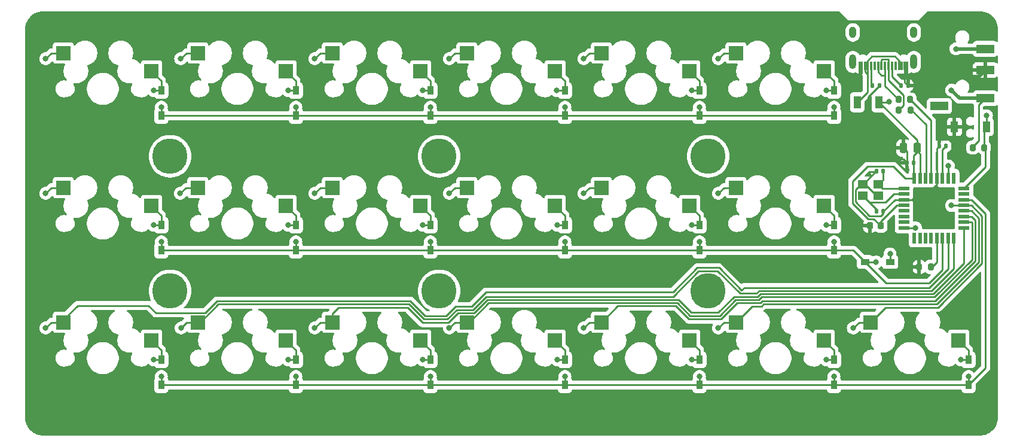
<source format=gbr>
%TF.GenerationSoftware,KiCad,Pcbnew,8.0.7*%
%TF.CreationDate,2024-12-30T11:07:06+09:00*%
%TF.ProjectId,pisces,70697363-6573-42e6-9b69-6361645f7063,rev?*%
%TF.SameCoordinates,Original*%
%TF.FileFunction,Copper,L1,Top*%
%TF.FilePolarity,Positive*%
%FSLAX46Y46*%
G04 Gerber Fmt 4.6, Leading zero omitted, Abs format (unit mm)*
G04 Created by KiCad (PCBNEW 8.0.7) date 2024-12-30 11:07:06*
%MOMM*%
%LPD*%
G01*
G04 APERTURE LIST*
G04 Aperture macros list*
%AMRoundRect*
0 Rectangle with rounded corners*
0 $1 Rounding radius*
0 $2 $3 $4 $5 $6 $7 $8 $9 X,Y pos of 4 corners*
0 Add a 4 corners polygon primitive as box body*
4,1,4,$2,$3,$4,$5,$6,$7,$8,$9,$2,$3,0*
0 Add four circle primitives for the rounded corners*
1,1,$1+$1,$2,$3*
1,1,$1+$1,$4,$5*
1,1,$1+$1,$6,$7*
1,1,$1+$1,$8,$9*
0 Add four rect primitives between the rounded corners*
20,1,$1+$1,$2,$3,$4,$5,0*
20,1,$1+$1,$4,$5,$6,$7,0*
20,1,$1+$1,$6,$7,$8,$9,0*
20,1,$1+$1,$8,$9,$2,$3,0*%
G04 Aperture macros list end*
%TA.AperFunction,WasherPad*%
%ADD10C,5.000000*%
%TD*%
%TA.AperFunction,SMDPad,CuDef*%
%ADD11RoundRect,0.140000X0.140000X0.170000X-0.140000X0.170000X-0.140000X-0.170000X0.140000X-0.170000X0*%
%TD*%
%TA.AperFunction,SMDPad,CuDef*%
%ADD12RoundRect,0.140000X-0.140000X-0.170000X0.140000X-0.170000X0.140000X0.170000X-0.140000X0.170000X0*%
%TD*%
%TA.AperFunction,SMDPad,CuDef*%
%ADD13RoundRect,0.250000X0.250000X0.475000X-0.250000X0.475000X-0.250000X-0.475000X0.250000X-0.475000X0*%
%TD*%
%TA.AperFunction,SMDPad,CuDef*%
%ADD14RoundRect,0.225000X0.225000X0.250000X-0.225000X0.250000X-0.225000X-0.250000X0.225000X-0.250000X0*%
%TD*%
%TA.AperFunction,SMDPad,CuDef*%
%ADD15R,1.060000X1.820000*%
%TD*%
%TA.AperFunction,SMDPad,CuDef*%
%ADD16R,0.300000X1.150000*%
%TD*%
%TA.AperFunction,ComponentPad*%
%ADD17O,1.000000X2.100000*%
%TD*%
%TA.AperFunction,ComponentPad*%
%ADD18O,1.000000X1.600000*%
%TD*%
%TA.AperFunction,SMDPad,CuDef*%
%ADD19RoundRect,0.200000X0.200000X0.275000X-0.200000X0.275000X-0.200000X-0.275000X0.200000X-0.275000X0*%
%TD*%
%TA.AperFunction,SMDPad,CuDef*%
%ADD20RoundRect,0.200000X-0.200000X-0.275000X0.200000X-0.275000X0.200000X0.275000X-0.200000X0.275000X0*%
%TD*%
%TA.AperFunction,SMDPad,CuDef*%
%ADD21R,2.000000X2.000000*%
%TD*%
%TA.AperFunction,SMDPad,CuDef*%
%ADD22R,1.600000X0.550000*%
%TD*%
%TA.AperFunction,SMDPad,CuDef*%
%ADD23R,0.550000X1.600000*%
%TD*%
%TA.AperFunction,SMDPad,CuDef*%
%ADD24R,1.400000X1.200000*%
%TD*%
%TA.AperFunction,SMDPad,CuDef*%
%ADD25R,2.500000X1.200000*%
%TD*%
%TA.AperFunction,SMDPad,CuDef*%
%ADD26R,1.300000X0.950000*%
%TD*%
%TA.AperFunction,SMDPad,CuDef*%
%ADD27R,1.100000X1.600000*%
%TD*%
%TA.AperFunction,SMDPad,CuDef*%
%ADD28RoundRect,0.135000X0.135000X0.185000X-0.135000X0.185000X-0.135000X-0.185000X0.135000X-0.185000X0*%
%TD*%
%TA.AperFunction,SMDPad,CuDef*%
%ADD29R,0.950000X1.300000*%
%TD*%
%TA.AperFunction,ViaPad*%
%ADD30C,0.800000*%
%TD*%
%TA.AperFunction,Conductor*%
%ADD31C,0.250000*%
%TD*%
%TA.AperFunction,Conductor*%
%ADD32C,0.500000*%
%TD*%
G04 APERTURE END LIST*
D10*
%TO.P,HOLE1,*%
%TO.N,*%
X66657000Y-51143500D03*
%TD*%
%TO.P,HOLE2,*%
%TO.N,*%
X66657000Y-70193500D03*
%TD*%
%TO.P,HOLE7,*%
%TO.N,*%
X104757000Y-51143500D03*
%TD*%
%TO.P,HOLE8,*%
%TO.N,*%
X104757000Y-70193500D03*
%TD*%
%TO.P,HOLE13,*%
%TO.N,*%
X142857000Y-51143500D03*
%TD*%
%TO.P,HOLE14,*%
%TO.N,*%
X142857000Y-70193500D03*
%TD*%
D11*
%TO.P,C1,1*%
%TO.N,Net-(U1-XTAL1)*%
X167632000Y-53213500D03*
%TO.P,C1,2*%
%TO.N,GND*%
X166672000Y-53213500D03*
%TD*%
D12*
%TO.P,C2,1*%
%TO.N,Net-(U1-PC0{slash}XTAL2)*%
X166672000Y-58928500D03*
%TO.P,C2,2*%
%TO.N,GND*%
X167632000Y-58928500D03*
%TD*%
D11*
%TO.P,C3,1*%
%TO.N,Net-(U1-UCAP)*%
X176522000Y-49721000D03*
%TO.P,C3,2*%
%TO.N,GND*%
X175562000Y-49721000D03*
%TD*%
D13*
%TO.P,C4,1*%
%TO.N,VCC*%
X172420000Y-49975000D03*
%TO.P,C4,2*%
%TO.N,GND*%
X170520000Y-49975000D03*
%TD*%
D14*
%TO.P,C5,1*%
%TO.N,VCC*%
X167292000Y-61000000D03*
%TO.P,C5,2*%
%TO.N,GND*%
X165742000Y-61000000D03*
%TD*%
D11*
%TO.P,C6,1*%
%TO.N,VCC*%
X171950000Y-52070500D03*
%TO.P,C6,2*%
%TO.N,GND*%
X170990000Y-52070500D03*
%TD*%
D15*
%TO.P,F1,2*%
%TO.N,Net-(F1-Pad2)*%
X163972000Y-43500000D03*
%TO.P,F1,1*%
%TO.N,VCC*%
X167028000Y-43500000D03*
%TD*%
D16*
%TO.P,J1,A1,GND*%
%TO.N,GND*%
X171010000Y-38363500D03*
%TO.P,J1,A4,VBUS*%
%TO.N,Net-(F1-Pad2)*%
X170210000Y-38363500D03*
%TO.P,J1,A5,CC1*%
%TO.N,Net-(J1-CC1)*%
X168910000Y-38363500D03*
%TO.P,J1,A6,D+*%
%TO.N,Net-(J1-D+-PadA6)*%
X167910000Y-38363500D03*
%TO.P,J1,A7,D-*%
%TO.N,Net-(J1-D--PadA7)*%
X167410000Y-38363500D03*
%TO.P,J1,A8,SBU1*%
%TO.N,unconnected-(J1-SBU1-PadA8)*%
X166410000Y-38363500D03*
%TO.P,J1,A9,VBUS*%
%TO.N,Net-(F1-Pad2)*%
X165110000Y-38363500D03*
%TO.P,J1,A12,GND*%
%TO.N,GND*%
X164310000Y-38363500D03*
%TO.P,J1,B1,GND*%
X164610000Y-38363500D03*
%TO.P,J1,B4,VBUS*%
%TO.N,Net-(F1-Pad2)*%
X165410000Y-38363500D03*
%TO.P,J1,B5,CC2*%
%TO.N,Net-(J1-CC2)*%
X165910000Y-38363500D03*
%TO.P,J1,B6,D+*%
%TO.N,Net-(J1-D+-PadA6)*%
X166910000Y-38363500D03*
%TO.P,J1,B7,D-*%
%TO.N,Net-(J1-D--PadA7)*%
X168410000Y-38363500D03*
%TO.P,J1,B8,SBU2*%
%TO.N,unconnected-(J1-SBU2-PadB8)*%
X169410000Y-38363500D03*
%TO.P,J1,B9,VBUS*%
%TO.N,Net-(F1-Pad2)*%
X169910000Y-38363500D03*
%TO.P,J1,B12,GND*%
%TO.N,GND*%
X170710000Y-38363500D03*
D17*
%TO.P,J1,S1,SHIELD*%
%TO.N,unconnected-(J1-SHIELD-PadS1)*%
X171980000Y-37798500D03*
D18*
%TO.N,unconnected-(J1-SHIELD-PadS1)_2*%
X171980000Y-33618500D03*
D17*
%TO.N,unconnected-(J1-SHIELD-PadS1)_3*%
X163340000Y-37798500D03*
D18*
%TO.N,unconnected-(J1-SHIELD-PadS1)_1*%
X163340000Y-33618500D03*
%TD*%
D19*
%TO.P,R1,1*%
%TO.N,d_p*%
X171457000Y-43118500D03*
%TO.P,R1,2*%
%TO.N,Net-(J1-D+-PadA6)*%
X169807000Y-43118500D03*
%TD*%
%TO.P,R2,1*%
%TO.N,d_m*%
X171482000Y-44618500D03*
%TO.P,R2,2*%
%TO.N,Net-(J1-D--PadA7)*%
X169832000Y-44618500D03*
%TD*%
D20*
%TO.P,R3,1*%
%TO.N,VCC*%
X180297000Y-49911500D03*
%TO.P,R3,2*%
%TO.N,reset*%
X181947000Y-49911500D03*
%TD*%
D19*
%TO.P,R4,1*%
%TO.N,Net-(U1-~{HWB}{slash}PD7)*%
X174390500Y-66802500D03*
%TO.P,R4,2*%
%TO.N,GND*%
X172740500Y-66802500D03*
%TD*%
D21*
%TO.P,SW1,1,1*%
%TO.N,col0*%
X51532000Y-36538500D03*
%TO.P,SW1,2,2*%
%TO.N,Net-(D1-A)*%
X64032000Y-39078500D03*
%TD*%
%TO.P,SW2,1,1*%
%TO.N,col0*%
X51532000Y-55588500D03*
%TO.P,SW2,2,2*%
%TO.N,Net-(D2-A)*%
X64032000Y-58128500D03*
%TD*%
%TO.P,SW3,1,1*%
%TO.N,col0*%
X51532000Y-74638500D03*
%TO.P,SW3,2,2*%
%TO.N,Net-(D3-A)*%
X64032000Y-77178500D03*
%TD*%
%TO.P,SW4,1,1*%
%TO.N,col1*%
X70582000Y-36538500D03*
%TO.P,SW4,2,2*%
%TO.N,Net-(D4-A)*%
X83082000Y-39078500D03*
%TD*%
%TO.P,SW5,1,1*%
%TO.N,col1*%
X70582000Y-55588500D03*
%TO.P,SW5,2,2*%
%TO.N,Net-(D5-A)*%
X83082000Y-58128500D03*
%TD*%
%TO.P,SW6,1,1*%
%TO.N,col1*%
X70582000Y-74638500D03*
%TO.P,SW6,2,2*%
%TO.N,Net-(D6-A)*%
X83082000Y-77178500D03*
%TD*%
%TO.P,SW7,1,1*%
%TO.N,col2*%
X89632000Y-36538500D03*
%TO.P,SW7,2,2*%
%TO.N,Net-(D7-A)*%
X102132000Y-39078500D03*
%TD*%
%TO.P,SW8,1,1*%
%TO.N,col2*%
X89632000Y-55588500D03*
%TO.P,SW8,2,2*%
%TO.N,Net-(D8-A)*%
X102132000Y-58128500D03*
%TD*%
%TO.P,SW9,1,1*%
%TO.N,col2*%
X89632000Y-74638500D03*
%TO.P,SW9,2,2*%
%TO.N,Net-(D9-A)*%
X102132000Y-77178500D03*
%TD*%
%TO.P,SW10,1,1*%
%TO.N,col3*%
X108682000Y-36538500D03*
%TO.P,SW10,2,2*%
%TO.N,Net-(D10-A)*%
X121182000Y-39078500D03*
%TD*%
%TO.P,SW11,1,1*%
%TO.N,col3*%
X108682000Y-55588500D03*
%TO.P,SW11,2,2*%
%TO.N,Net-(D11-A)*%
X121182000Y-58128500D03*
%TD*%
%TO.P,SW12,1,1*%
%TO.N,col3*%
X108682000Y-74638500D03*
%TO.P,SW12,2,2*%
%TO.N,Net-(D12-A)*%
X121182000Y-77178500D03*
%TD*%
%TO.P,SW13,1,1*%
%TO.N,col4*%
X127732000Y-36538500D03*
%TO.P,SW13,2,2*%
%TO.N,Net-(D13-A)*%
X140232000Y-39078500D03*
%TD*%
%TO.P,SW14,1,1*%
%TO.N,col4*%
X127732000Y-55588500D03*
%TO.P,SW14,2,2*%
%TO.N,Net-(D14-A)*%
X140232000Y-58128500D03*
%TD*%
%TO.P,SW15,1,1*%
%TO.N,col4*%
X127732000Y-74638500D03*
%TO.P,SW15,2,2*%
%TO.N,Net-(D15-A)*%
X140232000Y-77178500D03*
%TD*%
%TO.P,SW16,1,1*%
%TO.N,col5*%
X146782000Y-36538500D03*
%TO.P,SW16,2,2*%
%TO.N,Net-(D16-A)*%
X159282000Y-39078500D03*
%TD*%
%TO.P,SW17,1,1*%
%TO.N,col5*%
X146782000Y-55588500D03*
%TO.P,SW17,2,2*%
%TO.N,Net-(D17-A)*%
X159282000Y-58128500D03*
%TD*%
%TO.P,SW18,1,1*%
%TO.N,col5*%
X146782000Y-74638500D03*
%TO.P,SW18,2,2*%
%TO.N,Net-(D18-A)*%
X159282000Y-77178500D03*
%TD*%
%TO.P,SW19,1,1*%
%TO.N,col6*%
X165832000Y-74638500D03*
%TO.P,SW19,2,2*%
%TO.N,Net-(D19-A)*%
X178332000Y-77178500D03*
%TD*%
D22*
%TO.P,U1,1,XTAL1*%
%TO.N,Net-(U1-XTAL1)*%
X170585500Y-55684000D03*
%TO.P,U1,2,PC0/XTAL2*%
%TO.N,Net-(U1-PC0{slash}XTAL2)*%
X170585500Y-56484000D03*
%TO.P,U1,3,GND*%
%TO.N,GND*%
X170585500Y-57284000D03*
%TO.P,U1,4,VCC*%
%TO.N,VCC*%
X170585500Y-58084000D03*
%TO.P,U1,5,PC2*%
%TO.N,unconnected-(U1-PC2-Pad5)*%
X170585500Y-58884000D03*
%TO.P,U1,6,PD0*%
%TO.N,unconnected-(U1-PD0-Pad6)*%
X170585500Y-59684000D03*
%TO.P,U1,7,PD1*%
%TO.N,unconnected-(U1-PD1-Pad7)*%
X170585500Y-60484000D03*
%TO.P,U1,8,PD2*%
%TO.N,data*%
X170585500Y-61284000D03*
D23*
%TO.P,U1,9,PD3*%
%TO.N,unconnected-(U1-PD3-Pad9)*%
X172035500Y-62734000D03*
%TO.P,U1,10,PD4*%
%TO.N,unconnected-(U1-PD4-Pad10)*%
X172835500Y-62734000D03*
%TO.P,U1,11,PD5*%
%TO.N,unconnected-(U1-PD5-Pad11)*%
X173635500Y-62734000D03*
%TO.P,U1,12,PD6*%
%TO.N,unconnected-(U1-PD6-Pad12)*%
X174435500Y-62734000D03*
%TO.P,U1,13,~{HWB}/PD7*%
%TO.N,Net-(U1-~{HWB}{slash}PD7)*%
X175235500Y-62734000D03*
%TO.P,U1,14,PB0*%
%TO.N,row1*%
X176035500Y-62734000D03*
%TO.P,U1,15,PB1*%
%TO.N,col0*%
X176835500Y-62734000D03*
%TO.P,U1,16,PB2*%
%TO.N,col1*%
X177635500Y-62734000D03*
D22*
%TO.P,U1,17,PB3*%
%TO.N,col2*%
X179085500Y-61284000D03*
%TO.P,U1,18,PB4*%
%TO.N,col3*%
X179085500Y-60484000D03*
%TO.P,U1,19,PB5*%
%TO.N,col4*%
X179085500Y-59684000D03*
%TO.P,U1,20,PB6*%
%TO.N,col5*%
X179085500Y-58884000D03*
%TO.P,U1,21,PB7*%
%TO.N,col6*%
X179085500Y-58084000D03*
%TO.P,U1,22,PC7*%
%TO.N,row2*%
X179085500Y-57284000D03*
%TO.P,U1,23,PC6*%
%TO.N,unconnected-(U1-PC6-Pad23)*%
X179085500Y-56484000D03*
%TO.P,U1,24,PC1/~{RESET}*%
%TO.N,reset*%
X179085500Y-55684000D03*
D23*
%TO.P,U1,25,PC5*%
%TO.N,unconnected-(U1-PC5-Pad25)*%
X177635500Y-54234000D03*
%TO.P,U1,26,PC4*%
%TO.N,row0*%
X176835500Y-54234000D03*
%TO.P,U1,27,UCAP*%
%TO.N,Net-(U1-UCAP)*%
X176035500Y-54234000D03*
%TO.P,U1,28,UGND*%
%TO.N,GND*%
X175235500Y-54234000D03*
%TO.P,U1,29,D+*%
%TO.N,d_p*%
X174435500Y-54234000D03*
%TO.P,U1,30,D-*%
%TO.N,d_m*%
X173635500Y-54234000D03*
%TO.P,U1,31,UVCC*%
%TO.N,VCC*%
X172835500Y-54234000D03*
%TO.P,U1,32,AVCC*%
X172035500Y-54234000D03*
%TD*%
D24*
%TO.P,Y1,1,1*%
%TO.N,Net-(U1-XTAL1)*%
X166982000Y-55144000D03*
%TO.P,Y1,2,2*%
%TO.N,GND*%
X164782000Y-55144000D03*
%TO.P,Y1,3,3*%
%TO.N,Net-(U1-PC0{slash}XTAL2)*%
X164782000Y-56744000D03*
%TO.P,Y1,4,4*%
%TO.N,GND*%
X166982000Y-56744000D03*
%TD*%
D25*
%TO.P,J2,R1*%
%TO.N,GND*%
X182086000Y-38941500D03*
%TO.P,J2,R2*%
%TO.N,data*%
X182086000Y-35941500D03*
%TO.P,J2,S*%
%TO.N,unconnected-(J2-PadS)_1*%
X175586000Y-44041500D03*
%TO.P,J2,T*%
%TO.N,VCC*%
X182086000Y-42941500D03*
%TD*%
D26*
%TO.P,D_H1,1,K*%
%TO.N,row1*%
X165059500Y-66104000D03*
%TO.P,D_H1,2,A*%
%TO.N,col6*%
X168609500Y-66104000D03*
%TD*%
D27*
%TO.P,RSTSW1,1,1*%
%TO.N,GND*%
X177729000Y-46990500D03*
%TO.P,RSTSW1,2,2*%
%TO.N,reset*%
X182229000Y-46990500D03*
%TD*%
D28*
%TO.P,R5,1*%
%TO.N,GND*%
X171142000Y-41118500D03*
%TO.P,R5,2*%
%TO.N,Net-(J1-CC1)*%
X170122000Y-41118500D03*
%TD*%
%TO.P,R6,1*%
%TO.N,GND*%
X167132000Y-41118500D03*
%TO.P,R6,2*%
%TO.N,Net-(J1-CC2)*%
X166112000Y-41118500D03*
%TD*%
D29*
%TO.P,D1,1,K*%
%TO.N,row0*%
X65425000Y-45400000D03*
%TO.P,D1,2,A*%
%TO.N,Net-(D1-A)*%
X65425000Y-41850000D03*
%TD*%
%TO.P,D2,1,K*%
%TO.N,row1*%
X65425000Y-64450000D03*
%TO.P,D2,2,A*%
%TO.N,Net-(D2-A)*%
X65425000Y-60900000D03*
%TD*%
%TO.P,D3,1,K*%
%TO.N,row2*%
X65425000Y-83500000D03*
%TO.P,D3,2,A*%
%TO.N,Net-(D3-A)*%
X65425000Y-79950000D03*
%TD*%
%TO.P,D7,1,K*%
%TO.N,row0*%
X103525000Y-45400000D03*
%TO.P,D7,2,A*%
%TO.N,Net-(D7-A)*%
X103525000Y-41850000D03*
%TD*%
%TO.P,D8,1,K*%
%TO.N,row1*%
X103525000Y-64450000D03*
%TO.P,D8,2,A*%
%TO.N,Net-(D8-A)*%
X103525000Y-60900000D03*
%TD*%
%TO.P,D10,1,K*%
%TO.N,row0*%
X122575000Y-45400000D03*
%TO.P,D10,2,A*%
%TO.N,Net-(D10-A)*%
X122575000Y-41850000D03*
%TD*%
%TO.P,D11,1,K*%
%TO.N,row1*%
X122575000Y-64450000D03*
%TO.P,D11,2,A*%
%TO.N,Net-(D11-A)*%
X122575000Y-60900000D03*
%TD*%
%TO.P,D12,1,K*%
%TO.N,row2*%
X122575000Y-83500000D03*
%TO.P,D12,2,A*%
%TO.N,Net-(D12-A)*%
X122575000Y-79950000D03*
%TD*%
%TO.P,D14,1,K*%
%TO.N,row1*%
X141625000Y-64450000D03*
%TO.P,D14,2,A*%
%TO.N,Net-(D14-A)*%
X141625000Y-60900000D03*
%TD*%
%TO.P,D15,1,K*%
%TO.N,row2*%
X141625000Y-83500000D03*
%TO.P,D15,2,A*%
%TO.N,Net-(D15-A)*%
X141625000Y-79950000D03*
%TD*%
%TO.P,D17,1,K*%
%TO.N,row1*%
X160675000Y-64450000D03*
%TO.P,D17,2,A*%
%TO.N,Net-(D17-A)*%
X160675000Y-60900000D03*
%TD*%
%TO.P,D18,1,K*%
%TO.N,row2*%
X160675000Y-83500000D03*
%TO.P,D18,2,A*%
%TO.N,Net-(D18-A)*%
X160675000Y-79950000D03*
%TD*%
%TO.P,D4,1,K*%
%TO.N,row0*%
X84474999Y-45400000D03*
%TO.P,D4,2,A*%
%TO.N,Net-(D4-A)*%
X84474999Y-41850000D03*
%TD*%
%TO.P,D5,1,K*%
%TO.N,row1*%
X84474999Y-64450000D03*
%TO.P,D5,2,A*%
%TO.N,Net-(D5-A)*%
X84474999Y-60900000D03*
%TD*%
%TO.P,D6,1,K*%
%TO.N,row2*%
X84474999Y-83500000D03*
%TO.P,D6,2,A*%
%TO.N,Net-(D6-A)*%
X84474999Y-79950000D03*
%TD*%
%TO.P,D9,1,K*%
%TO.N,row2*%
X103525000Y-83500000D03*
%TO.P,D9,2,A*%
%TO.N,Net-(D9-A)*%
X103525000Y-79950000D03*
%TD*%
%TO.P,D13,1,K*%
%TO.N,row0*%
X141625000Y-45400000D03*
%TO.P,D13,2,A*%
%TO.N,Net-(D13-A)*%
X141625000Y-41850000D03*
%TD*%
%TO.P,D16,1,K*%
%TO.N,row0*%
X160675000Y-45400000D03*
%TO.P,D16,2,A*%
%TO.N,Net-(D16-A)*%
X160675000Y-41850000D03*
%TD*%
%TO.P,D19,1,K*%
%TO.N,row2*%
X179725000Y-83500000D03*
%TO.P,D19,2,A*%
%TO.N,Net-(D19-A)*%
X179725000Y-79950000D03*
%TD*%
D30*
%TO.N,VCC*%
X168500000Y-43471500D03*
%TO.N,row0*%
X176867500Y-52515000D03*
X141625000Y-44196500D03*
X160675000Y-44196500D03*
X103525000Y-44196500D03*
X84475000Y-44196500D03*
X122575000Y-44196500D03*
X65425000Y-44196500D03*
%TO.N,row1*%
X84475000Y-63246500D03*
X103525000Y-63246500D03*
X160675000Y-63246500D03*
X122575000Y-63246500D03*
X141625000Y-63246500D03*
X166644000Y-66104000D03*
X65425000Y-63246500D03*
%TO.N,row2*%
X122575000Y-82296500D03*
X103525000Y-82296500D03*
X141625000Y-82296500D03*
X65425000Y-82296500D03*
X160675000Y-82296500D03*
X84475000Y-82296500D03*
X179725000Y-82296500D03*
%TO.N,Net-(D1-A)*%
X64345500Y-41847000D03*
%TO.N,Net-(D2-A)*%
X64345500Y-60897000D03*
%TO.N,Net-(D3-A)*%
X64345500Y-79947000D03*
%TO.N,Net-(D4-A)*%
X83395500Y-41847000D03*
%TO.N,Net-(D5-A)*%
X83395500Y-60897000D03*
%TO.N,Net-(D6-A)*%
X83395500Y-79947000D03*
%TO.N,Net-(D7-A)*%
X102445500Y-41847000D03*
%TO.N,Net-(D8-A)*%
X102445500Y-60897000D03*
%TO.N,Net-(D9-A)*%
X102445500Y-79947000D03*
%TO.N,Net-(D10-A)*%
X121432000Y-41847000D03*
%TO.N,Net-(D11-A)*%
X121495500Y-60897000D03*
%TO.N,Net-(D12-A)*%
X121495500Y-79947000D03*
%TO.N,Net-(D13-A)*%
X140545500Y-41847000D03*
%TO.N,Net-(D14-A)*%
X140545500Y-60897000D03*
%TO.N,Net-(D15-A)*%
X140545500Y-79947000D03*
%TO.N,Net-(D16-A)*%
X159595500Y-41847000D03*
%TO.N,GND*%
X177947000Y-39878500D03*
X176296000Y-46990500D03*
X160675000Y-33338000D03*
%TO.N,VCC*%
X177312000Y-41783500D03*
%TO.N,reset*%
X182265000Y-45403000D03*
%TO.N,col0*%
X49042000Y-75438500D03*
X49042000Y-56388500D03*
X49042000Y-37338500D03*
%TO.N,col1*%
X68092000Y-56388500D03*
X68219000Y-75438500D03*
X68155500Y-37338500D03*
%TO.N,col2*%
X87142000Y-56388500D03*
X87142000Y-75438500D03*
X87142000Y-37338500D03*
%TO.N,col3*%
X106192000Y-37338500D03*
X106192000Y-75438500D03*
X106192000Y-56388500D03*
%TO.N,col4*%
X125242000Y-56388500D03*
X125242000Y-75438500D03*
X125242000Y-37338500D03*
%TO.N,col5*%
X144292000Y-56388500D03*
X144292000Y-37338500D03*
X144292000Y-75438500D03*
%TO.N,col6*%
X163405500Y-75438500D03*
X177312000Y-58103000D03*
X168612500Y-64961000D03*
%TO.N,Net-(D17-A)*%
X159595500Y-60897000D03*
%TO.N,data*%
X172232000Y-61278000D03*
X177947000Y-35941500D03*
%TO.N,Net-(D18-A)*%
X159595500Y-79947000D03*
%TO.N,Net-(D19-A)*%
X178645500Y-79947000D03*
%TD*%
D31*
%TO.N,Net-(F1-Pad2)*%
X170210000Y-38363500D02*
X169910000Y-38363500D01*
X165410000Y-38363500D02*
X165410000Y-39500000D01*
X165410000Y-39500000D02*
X165410000Y-42062000D01*
X165110000Y-38363500D02*
X165110000Y-39200000D01*
X165110000Y-39200000D02*
X165410000Y-39500000D01*
%TO.N,GND*%
X170710000Y-38363500D02*
X170710000Y-39500000D01*
X170710000Y-39500000D02*
X170710000Y-40686500D01*
X171010000Y-38363500D02*
X171010000Y-39200000D01*
X171010000Y-39200000D02*
X170710000Y-39500000D01*
X164610000Y-38363500D02*
X164610000Y-39390000D01*
X164610000Y-39390000D02*
X164310000Y-39690000D01*
X162500000Y-41500000D02*
X162500000Y-44500000D01*
X162500000Y-44500000D02*
X163500000Y-45500000D01*
X163500000Y-45500000D02*
X165500000Y-45500000D01*
X164310000Y-39690000D02*
X162500000Y-41500000D01*
X164310000Y-38363500D02*
X164310000Y-39690000D01*
X165500000Y-45500000D02*
X165500000Y-42750500D01*
X165500000Y-42750500D02*
X167132000Y-41118500D01*
X170710000Y-40686500D02*
X171142000Y-41118500D01*
%TO.N,VCC*%
X168471500Y-43500000D02*
X168500000Y-43471500D01*
X167028000Y-43500000D02*
X168471500Y-43500000D01*
X167028000Y-43500000D02*
X172420000Y-48892000D01*
X172420000Y-48892000D02*
X172420000Y-49975000D01*
%TO.N,Net-(F1-Pad2)*%
X165410000Y-42062000D02*
X163972000Y-43500000D01*
%TO.N,Net-(J1-CC2)*%
X165910000Y-38363500D02*
X165910000Y-40916500D01*
X165910000Y-40916500D02*
X166112000Y-41118500D01*
%TO.N,Net-(J1-CC1)*%
X168910000Y-38363500D02*
X168910000Y-39906500D01*
X168910000Y-39906500D02*
X170122000Y-41118500D01*
%TO.N,VCC*%
X167292000Y-61000000D02*
X166305500Y-60013500D01*
X163306999Y-57790397D02*
X163306999Y-54669001D01*
X166305500Y-60013500D02*
X165530102Y-60013500D01*
X165397500Y-52578500D02*
X169078500Y-52578500D01*
X165530102Y-60013500D02*
X163306999Y-57790397D01*
X163306999Y-54669001D02*
X165397500Y-52578500D01*
X169078500Y-52578500D02*
X170734000Y-54234000D01*
X170734000Y-54234000D02*
X172035500Y-54234000D01*
X170585500Y-58084000D02*
X169535500Y-58084000D01*
X169535500Y-58084000D02*
X167292000Y-60327500D01*
X167292000Y-60327500D02*
X167292000Y-61000000D01*
X172420000Y-49975000D02*
X172420000Y-50580000D01*
X172420000Y-50580000D02*
X171950000Y-51050000D01*
X171950000Y-51050000D02*
X171950000Y-52070500D01*
X171950000Y-52070500D02*
X171950000Y-54148500D01*
X171950000Y-54148500D02*
X172035500Y-54234000D01*
X172420000Y-49975000D02*
X172420000Y-50420000D01*
X172420000Y-50420000D02*
X172835500Y-50835500D01*
X172835500Y-50835500D02*
X172835500Y-54234000D01*
%TO.N,d_m*%
X171482000Y-44618500D02*
X171632000Y-44618500D01*
X173692500Y-46679000D02*
X173692500Y-54177000D01*
X171632000Y-44618500D02*
X173692500Y-46679000D01*
X173692500Y-54177000D02*
X173635500Y-54234000D01*
%TO.N,d_p*%
X171457000Y-43118500D02*
X174435500Y-46097000D01*
X174435500Y-46097000D02*
X174435500Y-54234000D01*
%TO.N,Net-(J1-D+-PadA6)*%
X167910000Y-38363500D02*
X167910000Y-41221500D01*
X167910000Y-41221500D02*
X169807000Y-43118500D01*
%TO.N,Net-(J1-D--PadA7)*%
X168410000Y-38363500D02*
X168410000Y-40396500D01*
X168410000Y-40396500D02*
X170532000Y-42518500D01*
X170532000Y-42518500D02*
X170532000Y-43918500D01*
X170532000Y-43918500D02*
X169832000Y-44618500D01*
%TO.N,Net-(U1-XTAL1)*%
X166982000Y-55144000D02*
X167632000Y-54494000D01*
X167522000Y-55684000D02*
X166982000Y-55144000D01*
X167632000Y-54494000D02*
X167632000Y-53213500D01*
X170585500Y-55684000D02*
X167522000Y-55684000D01*
%TO.N,row0*%
X160675000Y-45400000D02*
X160675000Y-44196500D01*
X122575000Y-45400000D02*
X141625000Y-45400000D01*
X103525000Y-45400000D02*
X122575000Y-45400000D01*
X65425000Y-44196500D02*
X65425000Y-45400000D01*
X176867500Y-52515000D02*
X176867500Y-54202000D01*
X103525000Y-44196500D02*
X103525000Y-45400000D01*
X141625000Y-44196500D02*
X141625000Y-45400000D01*
X65425000Y-45400000D02*
X84474999Y-45400000D01*
X176867500Y-54202000D02*
X176835500Y-54234000D01*
X141625000Y-45400000D02*
X160675000Y-45400000D01*
X122575000Y-45400000D02*
X122575000Y-44196500D01*
X84474999Y-44196501D02*
X84475000Y-44196500D01*
X84474999Y-45400000D02*
X84474999Y-44196501D01*
X84474999Y-45400000D02*
X103525000Y-45400000D01*
%TO.N,Net-(U1-PC0{slash}XTAL2)*%
X170585500Y-56484000D02*
X169127002Y-56484000D01*
X166672000Y-58928500D02*
X166672000Y-58634000D01*
X167942001Y-57669001D02*
X165707001Y-57669001D01*
X166672000Y-58634000D02*
X165707001Y-57669001D01*
X165707001Y-57669001D02*
X164782000Y-56744000D01*
X169127002Y-56484000D02*
X167942001Y-57669001D01*
%TO.N,row1*%
X176035500Y-67190000D02*
X174137000Y-69088500D01*
X174137000Y-69088500D02*
X168044000Y-69088500D01*
X176035500Y-62734000D02*
X176035500Y-67190000D01*
X141625000Y-63246500D02*
X141625000Y-64450000D01*
X160675000Y-64450000D02*
X163405500Y-64450000D01*
X65425000Y-64450000D02*
X84474999Y-64450000D01*
X84474999Y-63246501D02*
X84475000Y-63246500D01*
X122575000Y-64450000D02*
X122575000Y-63246500D01*
X103525000Y-63246500D02*
X103525000Y-64450000D01*
X122575000Y-64450000D02*
X141625000Y-64450000D01*
X65425000Y-63246500D02*
X65425000Y-64450000D01*
X103525000Y-64450000D02*
X122575000Y-64450000D01*
X165059500Y-66104000D02*
X166644000Y-66104000D01*
X160675000Y-64450000D02*
X160675000Y-63246500D01*
X168044000Y-69088500D02*
X165059500Y-66104000D01*
X141625000Y-64450000D02*
X160675000Y-64450000D01*
X163405500Y-64450000D02*
X165059500Y-66104000D01*
X84474999Y-64450000D02*
X84474999Y-63246501D01*
X84474999Y-64450000D02*
X103525000Y-64450000D01*
%TO.N,row2*%
X160675000Y-82296500D02*
X160675000Y-83500000D01*
X84474999Y-83500000D02*
X103525000Y-83500000D01*
X103525000Y-83500000D02*
X103525000Y-82296500D01*
X141625000Y-83500000D02*
X141625000Y-82296500D01*
X182138000Y-81087000D02*
X179725000Y-83500000D01*
X122575000Y-82296500D02*
X122575000Y-83500000D01*
X160675000Y-83500000D02*
X179725000Y-83500000D01*
X84475000Y-82296500D02*
X84475000Y-83499999D01*
X182138000Y-59286500D02*
X182138000Y-81087000D01*
X122575000Y-83500000D02*
X141625000Y-83500000D01*
X180135500Y-57284000D02*
X182138000Y-59286500D01*
X179725000Y-83500000D02*
X179725000Y-82296500D01*
X65425000Y-83500000D02*
X65425000Y-82296500D01*
X179085500Y-57284000D02*
X180135500Y-57284000D01*
X84475000Y-83499999D02*
X84474999Y-83500000D01*
X141625000Y-83500000D02*
X160675000Y-83500000D01*
X103525000Y-83500000D02*
X122575000Y-83500000D01*
X65425000Y-83500000D02*
X84474999Y-83500000D01*
%TO.N,Net-(U1-UCAP)*%
X176522000Y-49728626D02*
X176522000Y-49721000D01*
X176035500Y-50215126D02*
X176522000Y-49728626D01*
X176035500Y-54234000D02*
X176035500Y-50215126D01*
%TO.N,Net-(D1-A)*%
X65425000Y-41850000D02*
X65425000Y-40471500D01*
X65425000Y-41850000D02*
X64348500Y-41850000D01*
X64348500Y-41850000D02*
X64345500Y-41847000D01*
X65425000Y-40471500D02*
X64032000Y-39078500D01*
%TO.N,Net-(D2-A)*%
X65425000Y-60900000D02*
X64348500Y-60900000D01*
X65425000Y-59521500D02*
X64032000Y-58128500D01*
X64348500Y-60900000D02*
X64345500Y-60897000D01*
X65425000Y-60900000D02*
X65425000Y-59521500D01*
%TO.N,Net-(D3-A)*%
X65425000Y-78571500D02*
X64032000Y-77178500D01*
X65425000Y-79950000D02*
X65425000Y-78571500D01*
X65425000Y-79950000D02*
X64348500Y-79950000D01*
X64348500Y-79950000D02*
X64345500Y-79947000D01*
%TO.N,Net-(D4-A)*%
X84474999Y-40471499D02*
X83082000Y-39078500D01*
X83395500Y-41847000D02*
X84471999Y-41847000D01*
X84474999Y-41850000D02*
X84474999Y-40471499D01*
X84471999Y-41847000D02*
X84474999Y-41850000D01*
%TO.N,Net-(D5-A)*%
X84474999Y-59521499D02*
X83082000Y-58128500D01*
X84471999Y-60897000D02*
X84474999Y-60900000D01*
X84474999Y-60900000D02*
X84474999Y-59521499D01*
X83395500Y-60897000D02*
X84471999Y-60897000D01*
%TO.N,Net-(D6-A)*%
X84474999Y-78571499D02*
X83082000Y-77178500D01*
X84471999Y-79947000D02*
X84474999Y-79950000D01*
X83395500Y-79947000D02*
X84471999Y-79947000D01*
X84474999Y-79950000D02*
X84474999Y-78571499D01*
%TO.N,Net-(D7-A)*%
X102448500Y-41850000D02*
X102445500Y-41847000D01*
X103525000Y-41850000D02*
X102448500Y-41850000D01*
X103525000Y-40471500D02*
X102132000Y-39078500D01*
X103525000Y-41850000D02*
X103525000Y-40471500D01*
%TO.N,Net-(D8-A)*%
X102448500Y-60900000D02*
X102445500Y-60897000D01*
X103525000Y-60900000D02*
X102448500Y-60900000D01*
X103525000Y-60900000D02*
X103525000Y-59521500D01*
X103525000Y-59521500D02*
X102132000Y-58128500D01*
%TO.N,Net-(D9-A)*%
X103525000Y-78571500D02*
X102132000Y-77178500D01*
X102448500Y-79950000D02*
X102445500Y-79947000D01*
X103525000Y-79950000D02*
X103525000Y-78571500D01*
X103525000Y-79950000D02*
X102448500Y-79950000D01*
%TO.N,Net-(D10-A)*%
X121432000Y-41847000D02*
X122572000Y-41847000D01*
X122575000Y-41850000D02*
X122575000Y-40471500D01*
X122575000Y-40471500D02*
X121182000Y-39078500D01*
X122572000Y-41847000D02*
X122575000Y-41850000D01*
%TO.N,Net-(D11-A)*%
X122575000Y-60900000D02*
X122575000Y-59521500D01*
X122575000Y-59521500D02*
X121182000Y-58128500D01*
X121495500Y-60897000D02*
X122572000Y-60897000D01*
X122572000Y-60897000D02*
X122575000Y-60900000D01*
%TO.N,Net-(D12-A)*%
X122575000Y-79950000D02*
X122575000Y-78571500D01*
X121495500Y-79947000D02*
X122572000Y-79947000D01*
X122575000Y-78571500D02*
X121182000Y-77178500D01*
X122572000Y-79947000D02*
X122575000Y-79950000D01*
%TO.N,Net-(D13-A)*%
X141625000Y-41850000D02*
X140548500Y-41850000D01*
X141625000Y-41850000D02*
X141625000Y-40471500D01*
X140548500Y-41850000D02*
X140545500Y-41847000D01*
X141625000Y-40471500D02*
X140232000Y-39078500D01*
%TO.N,Net-(D14-A)*%
X141625000Y-60900000D02*
X141625000Y-59521500D01*
X141625000Y-60900000D02*
X140548500Y-60900000D01*
X141625000Y-59521500D02*
X140232000Y-58128500D01*
X140548500Y-60900000D02*
X140545500Y-60897000D01*
%TO.N,Net-(D15-A)*%
X141625000Y-79950000D02*
X140548500Y-79950000D01*
X140548500Y-79950000D02*
X140545500Y-79947000D01*
X141625000Y-78571500D02*
X140232000Y-77178500D01*
X141625000Y-79950000D02*
X141625000Y-78571500D01*
%TO.N,Net-(D16-A)*%
X160672000Y-41847000D02*
X160675000Y-41850000D01*
X160675000Y-40471500D02*
X159282000Y-39078500D01*
X160675000Y-41850000D02*
X160675000Y-40471500D01*
X159595500Y-41847000D02*
X160672000Y-41847000D01*
%TO.N,GND*%
X170482000Y-51562500D02*
X169561500Y-51562500D01*
X164496998Y-55144000D02*
X164782000Y-55144000D01*
X163756999Y-57604001D02*
X163756999Y-55883999D01*
X175235500Y-55094002D02*
X175235500Y-54234000D01*
X175235500Y-50047500D02*
X175562000Y-49721000D01*
X170228000Y-50267000D02*
X170520000Y-49975000D01*
X170990000Y-52070500D02*
X170990000Y-50445000D01*
X169438000Y-51816500D02*
X170581000Y-52959500D01*
X170990000Y-52804500D02*
X170835000Y-52959500D01*
X170585500Y-57284000D02*
X169276500Y-57284000D01*
X163756999Y-55883999D02*
X164496998Y-55144000D01*
X170990000Y-52070500D02*
X169692000Y-52070500D01*
X177729000Y-46990500D02*
X176296000Y-46990500D01*
D32*
X181149000Y-39878500D02*
X182086000Y-38941500D01*
D31*
X167632000Y-59238500D02*
X167307000Y-59563500D01*
D32*
X177947000Y-39878500D02*
X181149000Y-39878500D01*
D31*
X167632000Y-58928500D02*
X167632000Y-59238500D01*
X175235500Y-54234000D02*
X175235500Y-50047500D01*
X170990000Y-52804500D02*
X170990000Y-52070500D01*
X166672000Y-53254000D02*
X164782000Y-55144000D01*
X169438000Y-51686000D02*
X169438000Y-51816500D01*
X170990000Y-52070500D02*
X170482000Y-51562500D01*
X166672000Y-53213500D02*
X166672000Y-53254000D01*
X173045502Y-57284000D02*
X175235500Y-55094002D01*
X165716498Y-59563500D02*
X163756999Y-57604001D01*
X165067002Y-55144000D02*
X164782000Y-55144000D01*
X170585500Y-57284000D02*
X173045502Y-57284000D01*
X166667002Y-56744000D02*
X165067002Y-55144000D01*
X169561500Y-51562500D02*
X169438000Y-51686000D01*
X167307000Y-59563500D02*
X165716498Y-59563500D01*
X169276500Y-57284000D02*
X167632000Y-58928500D01*
X170990000Y-50445000D02*
X170520000Y-49975000D01*
X166982000Y-56744000D02*
X166667002Y-56744000D01*
X170581000Y-52959500D02*
X170835000Y-52959500D01*
D32*
%TO.N,VCC*%
X177312000Y-41783500D02*
X178470000Y-42941500D01*
D31*
X181133500Y-48900000D02*
X181133500Y-43894000D01*
X181133500Y-43894000D02*
X182086000Y-42941500D01*
D32*
X178470000Y-42941500D02*
X182086000Y-42941500D01*
D31*
X181133500Y-48900000D02*
X180122000Y-49911500D01*
%TO.N,reset*%
X182265000Y-45403000D02*
X182265000Y-46954500D01*
X181947000Y-49911500D02*
X181947000Y-47272500D01*
X182122000Y-49911500D02*
X182122000Y-52647500D01*
X181947000Y-47272500D02*
X182229000Y-46990500D01*
X182122000Y-52647500D02*
X179085500Y-55684000D01*
X182265000Y-46954500D02*
X182229000Y-46990500D01*
%TO.N,col0*%
X147579902Y-70098990D02*
X147955392Y-69723500D01*
X73314588Y-71628500D02*
X100670320Y-71628500D01*
X64633499Y-73313499D02*
X71629589Y-73313499D01*
X100670320Y-71628500D02*
X102760310Y-73718490D01*
X137874588Y-70358500D02*
X141314599Y-66918489D01*
X49842000Y-36538500D02*
X51532000Y-36538500D01*
X174138410Y-69723500D02*
X176835500Y-67026410D01*
X49842000Y-74638500D02*
X51532000Y-74638500D01*
X51532000Y-74638500D02*
X51532000Y-74290499D01*
X63583500Y-72263500D02*
X64633499Y-73313499D01*
X49042000Y-56388500D02*
X49842000Y-55588500D01*
X49842000Y-55588500D02*
X51532000Y-55588500D01*
X53558999Y-72263500D02*
X63583500Y-72263500D01*
X49042000Y-37338500D02*
X49842000Y-36538500D01*
X141314599Y-66918489D02*
X144399402Y-66918490D01*
X107049199Y-72413479D02*
X109356789Y-72413479D01*
X147955392Y-69723500D02*
X174138410Y-69723500D01*
X105744188Y-73718490D02*
X107049199Y-72413479D01*
X49042000Y-75438500D02*
X49842000Y-74638500D01*
X51532000Y-74290499D02*
X53558999Y-72263500D01*
X71629589Y-73313499D02*
X73314588Y-71628500D01*
X109356789Y-72413479D02*
X111411768Y-70358500D01*
X144399402Y-66918490D02*
X147579902Y-70098990D01*
X102760310Y-73718490D02*
X105744188Y-73718490D01*
X111411768Y-70358500D02*
X137874588Y-70358500D01*
X176835500Y-67026410D02*
X176835500Y-62734000D01*
%TO.N,col1*%
X109543189Y-72863489D02*
X111413178Y-70993500D01*
X177629500Y-62740000D02*
X177635500Y-62734000D01*
X68219000Y-75438500D02*
X69019000Y-74638500D01*
X68092000Y-56388500D02*
X68892000Y-55588500D01*
X144213001Y-67368499D02*
X147393502Y-70549000D01*
X69019000Y-74638500D02*
X70582000Y-74638500D01*
X68892000Y-55588500D02*
X70582000Y-55588500D01*
X70582000Y-74638500D02*
X70940998Y-74638500D01*
X147393502Y-70549000D02*
X148325860Y-70549000D01*
X68155500Y-37338500D02*
X68955500Y-36538500D01*
X141500999Y-67368499D02*
X144213001Y-67368499D01*
X102573910Y-74168500D02*
X105930588Y-74168500D01*
X150055390Y-70173500D02*
X174512500Y-70173500D01*
X105930588Y-74168500D02*
X107235599Y-72863489D01*
X111413178Y-70993500D02*
X137875998Y-70993500D01*
X177629500Y-67056500D02*
X177629500Y-62740000D01*
X148325860Y-70549000D02*
X148331370Y-70543490D01*
X149685400Y-70543490D02*
X150055390Y-70173500D01*
X174512500Y-70173500D02*
X177629500Y-67056500D01*
X100483910Y-72078500D02*
X102573910Y-74168500D01*
X137875998Y-70993500D02*
X141500999Y-67368499D01*
X107235599Y-72863489D02*
X109543189Y-72863489D01*
X148331370Y-70543490D02*
X149685400Y-70543490D01*
X68955500Y-36538500D02*
X70582000Y-36538500D01*
X70940998Y-74638500D02*
X73500998Y-72078500D01*
X73500998Y-72078500D02*
X100483910Y-72078500D01*
%TO.N,col2*%
X87942000Y-36538500D02*
X89632000Y-36538500D01*
X106058998Y-74676500D02*
X102445500Y-74676500D01*
X90492000Y-72528500D02*
X89632000Y-73388500D01*
X140473799Y-73268479D02*
X138648820Y-71443500D01*
X87142000Y-56388500D02*
X87942000Y-55588500D01*
X100297500Y-72528500D02*
X90492000Y-72528500D01*
X107421999Y-73313499D02*
X106058998Y-74676500D01*
X179085500Y-61284000D02*
X179085500Y-66293360D01*
X89632000Y-73388500D02*
X89632000Y-74638500D01*
X111599588Y-71443500D02*
X109729589Y-73313499D01*
X87942000Y-74638500D02*
X89632000Y-74638500D01*
X87142000Y-75438500D02*
X87942000Y-74638500D01*
X149866286Y-70999000D02*
X146563677Y-70999000D01*
X150241786Y-70623500D02*
X149866286Y-70999000D01*
X146563677Y-70999000D02*
X144294198Y-73268479D01*
X87142000Y-37338500D02*
X87942000Y-36538500D01*
X174755360Y-70623500D02*
X150241786Y-70623500D01*
X179085500Y-66293360D02*
X174755360Y-70623500D01*
X87942000Y-55588500D02*
X89632000Y-55588500D01*
X109729589Y-73313499D02*
X107421999Y-73313499D01*
X144294198Y-73268479D02*
X140473799Y-73268479D01*
X102445500Y-74676500D02*
X100297500Y-72528500D01*
X138648820Y-71443500D02*
X111599588Y-71443500D01*
%TO.N,col3*%
X106992000Y-36538500D02*
X108682000Y-36538500D01*
X179085500Y-60484000D02*
X180135500Y-60484000D01*
X174941770Y-71073500D02*
X150428182Y-71073500D01*
X138462410Y-71893500D02*
X111785998Y-71893500D01*
X106992000Y-55588500D02*
X108682000Y-55588500D01*
X150052682Y-71449000D02*
X146750087Y-71449000D01*
X106192000Y-75438500D02*
X106992000Y-74638500D01*
X111785998Y-71893500D02*
X109040998Y-74638500D01*
X180227489Y-65787781D02*
X174941770Y-71073500D01*
X106992000Y-74638500D02*
X108682000Y-74638500D01*
X106192000Y-37338500D02*
X106992000Y-36538500D01*
X109040998Y-74638500D02*
X108682000Y-74638500D01*
X106192000Y-56388500D02*
X106992000Y-55588500D01*
X180227489Y-60575989D02*
X180227489Y-65787781D01*
X150428182Y-71073500D02*
X150052682Y-71449000D01*
X146750087Y-71449000D02*
X144480597Y-73718490D01*
X180135500Y-60484000D02*
X180227489Y-60575989D01*
X140287400Y-73718490D02*
X138462410Y-71893500D01*
X144480597Y-73718490D02*
X140287400Y-73718490D01*
%TO.N,col4*%
X126042000Y-36538500D02*
X127732000Y-36538500D01*
X126042000Y-74638500D02*
X127732000Y-74638500D01*
X179085500Y-59684000D02*
X180135500Y-59684000D01*
X125242000Y-56388500D02*
X126042000Y-55588500D01*
X130027000Y-72343500D02*
X127732000Y-74638500D01*
X180135500Y-59684000D02*
X180677500Y-60226000D01*
X150239078Y-71899000D02*
X146936499Y-71899000D01*
X144666998Y-74168501D02*
X140101000Y-74168501D01*
X180677500Y-60226000D02*
X180677500Y-65974180D01*
X146936499Y-71899000D02*
X144666998Y-74168501D01*
X150509578Y-71628500D02*
X150239078Y-71899000D01*
X140101000Y-74168501D02*
X138275999Y-72343500D01*
X125242000Y-37338500D02*
X126042000Y-36538500D01*
X138275999Y-72343500D02*
X130027000Y-72343500D01*
X126042000Y-55588500D02*
X127732000Y-55588500D01*
X175023180Y-71628500D02*
X150509578Y-71628500D01*
X125242000Y-75438500D02*
X126042000Y-74638500D01*
X180677500Y-65974180D02*
X175023180Y-71628500D01*
%TO.N,col5*%
X145092000Y-55588500D02*
X146782000Y-55588500D01*
X179085500Y-58884000D02*
X180135500Y-58884000D01*
X175209590Y-72078500D02*
X150695974Y-72078500D01*
X145092000Y-74638500D02*
X146782000Y-74638500D01*
X150425474Y-72349000D02*
X149071500Y-72349000D01*
X181179989Y-59928489D02*
X181179989Y-66108101D01*
X149071500Y-72349000D02*
X146782000Y-74638500D01*
X180135500Y-58884000D02*
X181179989Y-59928489D01*
X144292000Y-37338500D02*
X145092000Y-36538500D01*
X144292000Y-75438500D02*
X145092000Y-74638500D01*
X145092000Y-36538500D02*
X146782000Y-36538500D01*
X181179989Y-66108101D02*
X175209590Y-72078500D01*
X144292000Y-56388500D02*
X145092000Y-55588500D01*
X150695974Y-72078500D02*
X150425474Y-72349000D01*
%TO.N,col6*%
X168609500Y-66104000D02*
X168609500Y-64964000D01*
X167942000Y-72528500D02*
X165832000Y-74638500D01*
X175396000Y-72528500D02*
X167942000Y-72528500D01*
X163405500Y-75438500D02*
X164205500Y-74638500D01*
X179085500Y-58084000D02*
X180135500Y-58084000D01*
X181630000Y-66294500D02*
X175396000Y-72528500D01*
X168609500Y-64964000D02*
X168612500Y-64961000D01*
X164205500Y-74638500D02*
X165832000Y-74638500D01*
X177312000Y-58103000D02*
X179066500Y-58103000D01*
X180135500Y-58084000D02*
X181630000Y-59578500D01*
X181630000Y-59578500D02*
X181630000Y-66294500D01*
X179066500Y-58103000D02*
X179085500Y-58084000D01*
%TO.N,Net-(D17-A)*%
X160675000Y-59521500D02*
X159282000Y-58128500D01*
X160675000Y-60900000D02*
X160675000Y-59521500D01*
X160672000Y-60897000D02*
X160675000Y-60900000D01*
X159595500Y-60897000D02*
X160672000Y-60897000D01*
%TO.N,data*%
X172226000Y-61284000D02*
X172232000Y-61278000D01*
D32*
X177947000Y-35941500D02*
X182086000Y-35941500D01*
D31*
X170585500Y-61284000D02*
X172226000Y-61284000D01*
%TO.N,Net-(D18-A)*%
X160675000Y-78571500D02*
X159282000Y-77178500D01*
X160675000Y-79950000D02*
X160675000Y-78571500D01*
X160672000Y-79947000D02*
X160675000Y-79950000D01*
X159595500Y-79947000D02*
X160672000Y-79947000D01*
%TO.N,Net-(D19-A)*%
X179725000Y-78571500D02*
X178332000Y-77178500D01*
X178648500Y-79950000D02*
X178645500Y-79947000D01*
X179725000Y-79950000D02*
X178648500Y-79950000D01*
X179725000Y-79950000D02*
X179725000Y-78571500D01*
%TO.N,Net-(U1-~{HWB}{slash}PD7)*%
X175235500Y-62734000D02*
X175235500Y-66132500D01*
X175235500Y-66132500D02*
X174565500Y-66802500D01*
%TO.N,Net-(F1-Pad2)*%
X169275051Y-37013500D02*
X166044949Y-37013500D01*
X166044949Y-37013500D02*
X165410000Y-37648449D01*
X169910000Y-37648449D02*
X169275051Y-37013500D01*
X165410000Y-37648449D02*
X165410000Y-38363500D01*
X169910000Y-38363500D02*
X169910000Y-37648449D01*
%TO.N,Net-(J1-D+-PadA6)*%
X167393000Y-39721500D02*
X167910000Y-39721500D01*
X166910000Y-39238500D02*
X167393000Y-39721500D01*
X167910000Y-38363500D02*
X167910000Y-39721500D01*
X166910000Y-38363500D02*
X166910000Y-39238500D01*
%TO.N,Net-(J1-D--PadA7)*%
X168410000Y-37488500D02*
X168410000Y-38363500D01*
X167410000Y-37488500D02*
X167435000Y-37463500D01*
X167410000Y-38363500D02*
X167410000Y-37488500D01*
X167435000Y-37463500D02*
X168385000Y-37463500D01*
X168385000Y-37463500D02*
X168410000Y-37488500D01*
%TD*%
%TA.AperFunction,Conductor*%
%TO.N,GND*%
G36*
X161443811Y-30653002D02*
G01*
X161463319Y-30668462D01*
X162741417Y-31905502D01*
X162742823Y-31906885D01*
X162749438Y-31913500D01*
X162749458Y-31913520D01*
X162749828Y-31913669D01*
X162749854Y-31913668D01*
X162749855Y-31913669D01*
X162759161Y-31913516D01*
X162761220Y-31913500D01*
X172558780Y-31913500D01*
X172560838Y-31913516D01*
X172570145Y-31913669D01*
X172570145Y-31913668D01*
X172570171Y-31913669D01*
X172570540Y-31913520D01*
X172570560Y-31913500D01*
X172570562Y-31913500D01*
X172577206Y-31906854D01*
X172578547Y-31905535D01*
X173856680Y-30668462D01*
X173919539Y-30635459D01*
X173944309Y-30633000D01*
X181367715Y-30633000D01*
X181372194Y-30633000D01*
X181379802Y-30633230D01*
X181671493Y-30650874D01*
X181686573Y-30652705D01*
X181970272Y-30704694D01*
X181985018Y-30708329D01*
X182260390Y-30794138D01*
X182274602Y-30799529D01*
X182537595Y-30917892D01*
X182551060Y-30924959D01*
X182797884Y-31074168D01*
X182810391Y-31082801D01*
X183000243Y-31231541D01*
X183037427Y-31260673D01*
X183048815Y-31270763D01*
X183252736Y-31474684D01*
X183262826Y-31486072D01*
X183440692Y-31713100D01*
X183449336Y-31725623D01*
X183598538Y-31972435D01*
X183605608Y-31985907D01*
X183723968Y-32248892D01*
X183729364Y-32263118D01*
X183814132Y-32535149D01*
X183815166Y-32538465D01*
X183818807Y-32553239D01*
X183870792Y-32836914D01*
X183872626Y-32852018D01*
X183890270Y-33143697D01*
X183890500Y-33151305D01*
X183890500Y-34869682D01*
X183870498Y-34937803D01*
X183816842Y-34984296D01*
X183746568Y-34994400D01*
X183688991Y-34970550D01*
X183582207Y-34890612D01*
X183582202Y-34890610D01*
X183445204Y-34839511D01*
X183445196Y-34839509D01*
X183384649Y-34833000D01*
X183384638Y-34833000D01*
X180787362Y-34833000D01*
X180787350Y-34833000D01*
X180726803Y-34839509D01*
X180726795Y-34839511D01*
X180589797Y-34890610D01*
X180589792Y-34890612D01*
X180472738Y-34978238D01*
X180385112Y-35095292D01*
X180385110Y-35095297D01*
X180382971Y-35101033D01*
X180340424Y-35157869D01*
X180273904Y-35182679D01*
X180264916Y-35183000D01*
X179712356Y-35183000D01*
X179644235Y-35162998D01*
X179597742Y-35109342D01*
X179587638Y-35039068D01*
X179611258Y-34985470D01*
X179609700Y-34984429D01*
X179640854Y-34937803D01*
X179722632Y-34815414D01*
X179798051Y-34633335D01*
X179836500Y-34440041D01*
X179836500Y-34242959D01*
X179798051Y-34049665D01*
X179722632Y-33867586D01*
X179613139Y-33703718D01*
X179473782Y-33564361D01*
X179309914Y-33454868D01*
X179127838Y-33379450D01*
X179127835Y-33379449D01*
X178934544Y-33341000D01*
X178934541Y-33341000D01*
X178737459Y-33341000D01*
X178737455Y-33341000D01*
X178544164Y-33379449D01*
X178544161Y-33379450D01*
X178362085Y-33454868D01*
X178198222Y-33564358D01*
X178198215Y-33564363D01*
X178058863Y-33703715D01*
X178058858Y-33703722D01*
X177949368Y-33867585D01*
X177873950Y-34049661D01*
X177873949Y-34049664D01*
X177835500Y-34242955D01*
X177835500Y-34440044D01*
X177873949Y-34633335D01*
X177873950Y-34633338D01*
X177902330Y-34701853D01*
X177949368Y-34815414D01*
X177951062Y-34817950D01*
X177963790Y-34836998D01*
X177985005Y-34904751D01*
X177966222Y-34973218D01*
X177913404Y-35020661D01*
X177859025Y-35033000D01*
X177851513Y-35033000D01*
X177664711Y-35072706D01*
X177490247Y-35150382D01*
X177335744Y-35262635D01*
X177207965Y-35404548D01*
X177207958Y-35404558D01*
X177112476Y-35569938D01*
X177112473Y-35569945D01*
X177053457Y-35751572D01*
X177033496Y-35941500D01*
X177053457Y-36131427D01*
X177074524Y-36196262D01*
X177112473Y-36313056D01*
X177112476Y-36313061D01*
X177207958Y-36478441D01*
X177207965Y-36478451D01*
X177335744Y-36620364D01*
X177335747Y-36620366D01*
X177490248Y-36732618D01*
X177664712Y-36810294D01*
X177851513Y-36850000D01*
X178042487Y-36850000D01*
X178229288Y-36810294D01*
X178403752Y-36732618D01*
X178415524Y-36724064D01*
X178482391Y-36700206D01*
X178489587Y-36700000D01*
X180264916Y-36700000D01*
X180333037Y-36720002D01*
X180379530Y-36773658D01*
X180382971Y-36781967D01*
X180385110Y-36787702D01*
X180385112Y-36787707D01*
X180472738Y-36904761D01*
X180589792Y-36992387D01*
X180589794Y-36992388D01*
X180589796Y-36992389D01*
X180645906Y-37013317D01*
X180726795Y-37043488D01*
X180726803Y-37043490D01*
X180787350Y-37049999D01*
X180787355Y-37049999D01*
X180787362Y-37050000D01*
X180787368Y-37050000D01*
X183384632Y-37050000D01*
X183384638Y-37050000D01*
X183384645Y-37049999D01*
X183384649Y-37049999D01*
X183445196Y-37043490D01*
X183445199Y-37043489D01*
X183445201Y-37043489D01*
X183582204Y-36992389D01*
X183688992Y-36912448D01*
X183755511Y-36887638D01*
X183824885Y-36902729D01*
X183875087Y-36952931D01*
X183890500Y-37013317D01*
X183890500Y-37870306D01*
X183870498Y-37938427D01*
X183816842Y-37984920D01*
X183746568Y-37995024D01*
X183688991Y-37971174D01*
X183581965Y-37891055D01*
X183445093Y-37840005D01*
X183384597Y-37833500D01*
X182340000Y-37833500D01*
X182340000Y-40049500D01*
X183384585Y-40049500D01*
X183384597Y-40049499D01*
X183445093Y-40042994D01*
X183581964Y-39991944D01*
X183581965Y-39991944D01*
X183688991Y-39911825D01*
X183755511Y-39887014D01*
X183824885Y-39902105D01*
X183875087Y-39952307D01*
X183890500Y-40012693D01*
X183890500Y-41869682D01*
X183870498Y-41937803D01*
X183816842Y-41984296D01*
X183746568Y-41994400D01*
X183688991Y-41970550D01*
X183582207Y-41890612D01*
X183582202Y-41890610D01*
X183445204Y-41839511D01*
X183445196Y-41839509D01*
X183384649Y-41833000D01*
X183384638Y-41833000D01*
X180787362Y-41833000D01*
X180787350Y-41833000D01*
X180726803Y-41839509D01*
X180726795Y-41839511D01*
X180589797Y-41890610D01*
X180589792Y-41890612D01*
X180472738Y-41978238D01*
X180385112Y-42095292D01*
X180385110Y-42095297D01*
X180382971Y-42101033D01*
X180340424Y-42157869D01*
X180273904Y-42182679D01*
X180264916Y-42183000D01*
X179712356Y-42183000D01*
X179644235Y-42162998D01*
X179597742Y-42109342D01*
X179587638Y-42039068D01*
X179611258Y-41985470D01*
X179609700Y-41984429D01*
X179648415Y-41926488D01*
X179722632Y-41815414D01*
X179798051Y-41633335D01*
X179836500Y-41440041D01*
X179836500Y-41242959D01*
X179798051Y-41049665D01*
X179722632Y-40867586D01*
X179613139Y-40703718D01*
X179473782Y-40564361D01*
X179309914Y-40454868D01*
X179229088Y-40421389D01*
X179127838Y-40379450D01*
X179127835Y-40379449D01*
X178934544Y-40341000D01*
X178934541Y-40341000D01*
X178737459Y-40341000D01*
X178737455Y-40341000D01*
X178544164Y-40379449D01*
X178544161Y-40379450D01*
X178362085Y-40454868D01*
X178198222Y-40564358D01*
X178198215Y-40564363D01*
X178058863Y-40703715D01*
X178058858Y-40703722D01*
X177949368Y-40867586D01*
X177927099Y-40921348D01*
X177882550Y-40976629D01*
X177815187Y-40999050D01*
X177759443Y-40988237D01*
X177594288Y-40914706D01*
X177407487Y-40875000D01*
X177216513Y-40875000D01*
X177029711Y-40914706D01*
X176855247Y-40992382D01*
X176700744Y-41104635D01*
X176572965Y-41246548D01*
X176572958Y-41246558D01*
X176477476Y-41411938D01*
X176477473Y-41411945D01*
X176418457Y-41593572D01*
X176398496Y-41783500D01*
X176418457Y-41973427D01*
X176447023Y-42061342D01*
X176477473Y-42155056D01*
X176499191Y-42192672D01*
X176572958Y-42320441D01*
X176572965Y-42320451D01*
X176700744Y-42462364D01*
X176700747Y-42462366D01*
X176855248Y-42574618D01*
X177029712Y-42652294D01*
X177092769Y-42665697D01*
X177155243Y-42699425D01*
X177155668Y-42699849D01*
X177285225Y-42829406D01*
X177319251Y-42891718D01*
X177314186Y-42962533D01*
X177309839Y-42968339D01*
X177367986Y-42955690D01*
X177434507Y-42980500D01*
X177448093Y-42992274D01*
X177880834Y-43425015D01*
X177880835Y-43425016D01*
X177986484Y-43530665D01*
X178075492Y-43590138D01*
X178110716Y-43613674D01*
X178110718Y-43613675D01*
X178162444Y-43635100D01*
X178162445Y-43635101D01*
X178198195Y-43649908D01*
X178248753Y-43670851D01*
X178318804Y-43684785D01*
X178395294Y-43700000D01*
X178395295Y-43700000D01*
X178544705Y-43700000D01*
X180264916Y-43700000D01*
X180333037Y-43720002D01*
X180379530Y-43773658D01*
X180382971Y-43781967D01*
X180385110Y-43787702D01*
X180385112Y-43787707D01*
X180474868Y-43907605D01*
X180499679Y-43974125D01*
X180500000Y-43983114D01*
X180500000Y-45550608D01*
X180479998Y-45618729D01*
X180426342Y-45665222D01*
X180356068Y-45675326D01*
X180304000Y-45655374D01*
X180275289Y-45636190D01*
X180199818Y-45604929D01*
X180161452Y-45589037D01*
X180126924Y-45582169D01*
X180040611Y-45565000D01*
X180040606Y-45565000D01*
X179917394Y-45565000D01*
X179917388Y-45565000D01*
X179813811Y-45585603D01*
X179796548Y-45589037D01*
X179765256Y-45601999D01*
X179682712Y-45636190D01*
X179580271Y-45704639D01*
X179580264Y-45704644D01*
X179493144Y-45791764D01*
X179493139Y-45791771D01*
X179424690Y-45894212D01*
X179377538Y-46008046D01*
X179377537Y-46008049D01*
X179353500Y-46128888D01*
X179353500Y-46252111D01*
X179370669Y-46338424D01*
X179377537Y-46372952D01*
X179424689Y-46486786D01*
X179493142Y-46589233D01*
X179580267Y-46676358D01*
X179682714Y-46744811D01*
X179796548Y-46791963D01*
X179900599Y-46812659D01*
X179917388Y-46815999D01*
X179917391Y-46815999D01*
X179917394Y-46816000D01*
X179917395Y-46816000D01*
X180040605Y-46816000D01*
X180040606Y-46816000D01*
X180161452Y-46791963D01*
X180275286Y-46744811D01*
X180303998Y-46725625D01*
X180371751Y-46704411D01*
X180440218Y-46723194D01*
X180487661Y-46776011D01*
X180500000Y-46830391D01*
X180500000Y-47250608D01*
X180479998Y-47318729D01*
X180426342Y-47365222D01*
X180356068Y-47375326D01*
X180304000Y-47355374D01*
X180275289Y-47336190D01*
X180233134Y-47318729D01*
X180161452Y-47289037D01*
X180126924Y-47282169D01*
X180040611Y-47265000D01*
X180040606Y-47265000D01*
X179917394Y-47265000D01*
X179917388Y-47265000D01*
X179813811Y-47285603D01*
X179796548Y-47289037D01*
X179796546Y-47289038D01*
X179682712Y-47336190D01*
X179580271Y-47404639D01*
X179580264Y-47404644D01*
X179493144Y-47491764D01*
X179493139Y-47491771D01*
X179424690Y-47594212D01*
X179377538Y-47708046D01*
X179377537Y-47708049D01*
X179353500Y-47828888D01*
X179353500Y-47952111D01*
X179370327Y-48036702D01*
X179377537Y-48072952D01*
X179424689Y-48186786D01*
X179493142Y-48289233D01*
X179580267Y-48376358D01*
X179682714Y-48444811D01*
X179796548Y-48491963D01*
X179900599Y-48512659D01*
X179917388Y-48515999D01*
X179917391Y-48515999D01*
X179917394Y-48516000D01*
X179917395Y-48516000D01*
X180040605Y-48516000D01*
X180040606Y-48516000D01*
X180161452Y-48491963D01*
X180275286Y-48444811D01*
X180303998Y-48425625D01*
X180371751Y-48404411D01*
X180440218Y-48423194D01*
X180487661Y-48476011D01*
X180500000Y-48530391D01*
X180500000Y-48585404D01*
X180479998Y-48653525D01*
X180463095Y-48674500D01*
X180246498Y-48891096D01*
X180184186Y-48925121D01*
X180157404Y-48928000D01*
X180039738Y-48928000D01*
X179968353Y-48934486D01*
X179968352Y-48934486D01*
X179804093Y-48985670D01*
X179804088Y-48985672D01*
X179656844Y-49074684D01*
X179656839Y-49074688D01*
X179535188Y-49196339D01*
X179535184Y-49196344D01*
X179446172Y-49343588D01*
X179446170Y-49343593D01*
X179394986Y-49507853D01*
X179388500Y-49579237D01*
X179388500Y-50243761D01*
X179394986Y-50315146D01*
X179394986Y-50315147D01*
X179446170Y-50479406D01*
X179446172Y-50479411D01*
X179446173Y-50479413D01*
X179481521Y-50537886D01*
X179535184Y-50626655D01*
X179535188Y-50626660D01*
X179656839Y-50748311D01*
X179656844Y-50748315D01*
X179656845Y-50748316D01*
X179804087Y-50837327D01*
X179968351Y-50888513D01*
X180039735Y-50895000D01*
X180554264Y-50894999D01*
X180625649Y-50888513D01*
X180789913Y-50837327D01*
X180937155Y-50748316D01*
X180937160Y-50748311D01*
X181032905Y-50652567D01*
X181095217Y-50618541D01*
X181166032Y-50623606D01*
X181211095Y-50652567D01*
X181306839Y-50748311D01*
X181306844Y-50748315D01*
X181306845Y-50748316D01*
X181427685Y-50821366D01*
X181475633Y-50873724D01*
X181488500Y-50929194D01*
X181488500Y-52332906D01*
X181468498Y-52401027D01*
X181451595Y-52422001D01*
X179010001Y-54863595D01*
X178947689Y-54897621D01*
X178920906Y-54900500D01*
X178545000Y-54900500D01*
X178476879Y-54880498D01*
X178430386Y-54826842D01*
X178419000Y-54774500D01*
X178419000Y-53385367D01*
X178418999Y-53385350D01*
X178412490Y-53324803D01*
X178412488Y-53324795D01*
X178377877Y-53232002D01*
X178361389Y-53187796D01*
X178361388Y-53187794D01*
X178361387Y-53187792D01*
X178273761Y-53070738D01*
X178156707Y-52983112D01*
X178156702Y-52983110D01*
X178019704Y-52932011D01*
X178019696Y-52932009D01*
X177959149Y-52925500D01*
X177959138Y-52925500D01*
X177862798Y-52925500D01*
X177794677Y-52905498D01*
X177748184Y-52851842D01*
X177738080Y-52781568D01*
X177742965Y-52760563D01*
X177745622Y-52752385D01*
X177761042Y-52704928D01*
X177781004Y-52515000D01*
X177761042Y-52325072D01*
X177702027Y-52143444D01*
X177606540Y-51978056D01*
X177606538Y-51978054D01*
X177606534Y-51978048D01*
X177478755Y-51836135D01*
X177324252Y-51723882D01*
X177149788Y-51646206D01*
X176962987Y-51606500D01*
X176795000Y-51606500D01*
X176726879Y-51586498D01*
X176680386Y-51532842D01*
X176669000Y-51480500D01*
X176669000Y-50658883D01*
X176689002Y-50590762D01*
X176742658Y-50544269D01*
X176759847Y-50537886D01*
X176764252Y-50536606D01*
X176764254Y-50536606D01*
X176921597Y-50490894D01*
X177062629Y-50407488D01*
X177178488Y-50291629D01*
X177261894Y-50150597D01*
X177307606Y-49993254D01*
X177310499Y-49956493D01*
X177310500Y-49956493D01*
X177310500Y-49485507D01*
X177310499Y-49485506D01*
X177307606Y-49448748D01*
X177307606Y-49448747D01*
X177307606Y-49448746D01*
X177261894Y-49291403D01*
X177178488Y-49150371D01*
X177178486Y-49150369D01*
X177178483Y-49150365D01*
X177062634Y-49034516D01*
X177062630Y-49034513D01*
X177062629Y-49034512D01*
X176922243Y-48951488D01*
X176921599Y-48951107D01*
X176921598Y-48951106D01*
X176921597Y-48951106D01*
X176842065Y-48928000D01*
X176764252Y-48905393D01*
X176727493Y-48902500D01*
X176727484Y-48902500D01*
X176316516Y-48902500D01*
X176316507Y-48902500D01*
X176279748Y-48905393D01*
X176279744Y-48905394D01*
X176122405Y-48951104D01*
X176105643Y-48961017D01*
X176036826Y-48978474D01*
X175977369Y-48961014D01*
X175961400Y-48951570D01*
X175961402Y-48951570D01*
X175816000Y-48909326D01*
X175816000Y-49199620D01*
X175798454Y-49263758D01*
X175782107Y-49291399D01*
X175736393Y-49448747D01*
X175736393Y-49448748D01*
X175733500Y-49485506D01*
X175733500Y-49569032D01*
X175713498Y-49637153D01*
X175696595Y-49658127D01*
X175670627Y-49684095D01*
X175608315Y-49718121D01*
X175581532Y-49721000D01*
X175434000Y-49721000D01*
X175365879Y-49700998D01*
X175319386Y-49647342D01*
X175308000Y-49595000D01*
X175308000Y-48909326D01*
X175307999Y-48909326D01*
X175230153Y-48931943D01*
X175159157Y-48931740D01*
X175099541Y-48893187D01*
X175070232Y-48828522D01*
X175069000Y-48810946D01*
X175069000Y-47839097D01*
X176671000Y-47839097D01*
X176677505Y-47899593D01*
X176728555Y-48036464D01*
X176728555Y-48036465D01*
X176816095Y-48153404D01*
X176933034Y-48240944D01*
X177069906Y-48291994D01*
X177130402Y-48298499D01*
X177130415Y-48298500D01*
X177475000Y-48298500D01*
X177983000Y-48298500D01*
X178327585Y-48298500D01*
X178327597Y-48298499D01*
X178388093Y-48291994D01*
X178524964Y-48240944D01*
X178524965Y-48240944D01*
X178641904Y-48153404D01*
X178729444Y-48036465D01*
X178729444Y-48036464D01*
X178780494Y-47899593D01*
X178786999Y-47839097D01*
X178787000Y-47839085D01*
X178787000Y-47244500D01*
X177983000Y-47244500D01*
X177983000Y-48298500D01*
X177475000Y-48298500D01*
X177475000Y-47244500D01*
X176671000Y-47244500D01*
X176671000Y-47839097D01*
X175069000Y-47839097D01*
X175069000Y-46141902D01*
X176671000Y-46141902D01*
X176671000Y-46736500D01*
X177475000Y-46736500D01*
X177983000Y-46736500D01*
X178787000Y-46736500D01*
X178787000Y-46141914D01*
X178786999Y-46141902D01*
X178780494Y-46081406D01*
X178729444Y-45944535D01*
X178729444Y-45944534D01*
X178641904Y-45827595D01*
X178524965Y-45740055D01*
X178388093Y-45689005D01*
X178327597Y-45682500D01*
X177983000Y-45682500D01*
X177983000Y-46736500D01*
X177475000Y-46736500D01*
X177475000Y-45682500D01*
X177130402Y-45682500D01*
X177069906Y-45689005D01*
X176933035Y-45740055D01*
X176933034Y-45740055D01*
X176816095Y-45827595D01*
X176728555Y-45944534D01*
X176728555Y-45944535D01*
X176677505Y-46081406D01*
X176671000Y-46141902D01*
X175069000Y-46141902D01*
X175069000Y-46034607D01*
X175068999Y-46034603D01*
X175068780Y-46033500D01*
X175044655Y-45912215D01*
X174996900Y-45796925D01*
X174927571Y-45693167D01*
X174839333Y-45604929D01*
X174599499Y-45365095D01*
X174565473Y-45302783D01*
X174570538Y-45231968D01*
X174613085Y-45175132D01*
X174679605Y-45150321D01*
X174688594Y-45150000D01*
X176884632Y-45150000D01*
X176884638Y-45150000D01*
X176884645Y-45149999D01*
X176884649Y-45149999D01*
X176945196Y-45143490D01*
X176945199Y-45143489D01*
X176945201Y-45143489D01*
X177082204Y-45092389D01*
X177163616Y-45031445D01*
X177199261Y-45004761D01*
X177286887Y-44887707D01*
X177286887Y-44887706D01*
X177286889Y-44887704D01*
X177337989Y-44750701D01*
X177340846Y-44724134D01*
X177344499Y-44690149D01*
X177344500Y-44690132D01*
X177344500Y-43392867D01*
X177344499Y-43392850D01*
X177337990Y-43332303D01*
X177337988Y-43332295D01*
X177286889Y-43195297D01*
X177286887Y-43195292D01*
X177258130Y-43156878D01*
X177233319Y-43090358D01*
X177246741Y-43028655D01*
X177205119Y-43044180D01*
X177135745Y-43029089D01*
X177120621Y-43019369D01*
X177082207Y-42990612D01*
X177082202Y-42990610D01*
X176945204Y-42939511D01*
X176945196Y-42939509D01*
X176884649Y-42933000D01*
X176884638Y-42933000D01*
X174287362Y-42933000D01*
X174287350Y-42933000D01*
X174226803Y-42939509D01*
X174226795Y-42939511D01*
X174089797Y-42990610D01*
X174089792Y-42990612D01*
X173972738Y-43078238D01*
X173885112Y-43195292D01*
X173885110Y-43195297D01*
X173834011Y-43332295D01*
X173834009Y-43332303D01*
X173827500Y-43392850D01*
X173827500Y-44288906D01*
X173807498Y-44357027D01*
X173753842Y-44403520D01*
X173683568Y-44413624D01*
X173618988Y-44384130D01*
X173612405Y-44378001D01*
X172402404Y-43168000D01*
X172368378Y-43105688D01*
X172365499Y-43078905D01*
X172365499Y-42786238D01*
X172362086Y-42748668D01*
X172359013Y-42714851D01*
X172307827Y-42550587D01*
X172218816Y-42403345D01*
X172218815Y-42403344D01*
X172218811Y-42403339D01*
X172097160Y-42281688D01*
X172097155Y-42281684D01*
X172006263Y-42226738D01*
X171949913Y-42192673D01*
X171949912Y-42192672D01*
X171949911Y-42192672D01*
X171949906Y-42192670D01*
X171785646Y-42141486D01*
X171733723Y-42136768D01*
X171714265Y-42135000D01*
X171714262Y-42135000D01*
X171594748Y-42135000D01*
X171526627Y-42114998D01*
X171480134Y-42061342D01*
X171470030Y-41991068D01*
X171499524Y-41926488D01*
X171530609Y-41900546D01*
X171674234Y-41815606D01*
X171789105Y-41700735D01*
X171789110Y-41700728D01*
X171871805Y-41560899D01*
X171917130Y-41404892D01*
X171917130Y-41404889D01*
X171919680Y-41372500D01*
X171268000Y-41372500D01*
X171199879Y-41352498D01*
X171153386Y-41298842D01*
X171142000Y-41246500D01*
X171142000Y-41118500D01*
X171026499Y-41118500D01*
X170958378Y-41098498D01*
X170911885Y-41044842D01*
X170900499Y-40992500D01*
X170900499Y-40868512D01*
X170900183Y-40864500D01*
X171396000Y-40864500D01*
X171919680Y-40864500D01*
X171917130Y-40832110D01*
X171917130Y-40832107D01*
X171871805Y-40676100D01*
X171789110Y-40536271D01*
X171789105Y-40536264D01*
X171674235Y-40421394D01*
X171674228Y-40421389D01*
X171534399Y-40338694D01*
X171396000Y-40298485D01*
X171396000Y-40864500D01*
X170900183Y-40864500D01*
X170897999Y-40836738D01*
X170897629Y-40832034D01*
X170893001Y-40816105D01*
X170888000Y-40780959D01*
X170888000Y-40298485D01*
X170749601Y-40338694D01*
X170696626Y-40370022D01*
X170627810Y-40387480D01*
X170568352Y-40370021D01*
X170514599Y-40338232D01*
X170358464Y-40292870D01*
X170321998Y-40290000D01*
X170321989Y-40290000D01*
X170241594Y-40290000D01*
X170173473Y-40269998D01*
X170152499Y-40253095D01*
X169580405Y-39681001D01*
X169546379Y-39618689D01*
X169543500Y-39591906D01*
X169543500Y-39590097D01*
X180328000Y-39590097D01*
X180334505Y-39650593D01*
X180385555Y-39787464D01*
X180385555Y-39787465D01*
X180473095Y-39904404D01*
X180590034Y-39991944D01*
X180726906Y-40042994D01*
X180787402Y-40049499D01*
X180787415Y-40049500D01*
X181832000Y-40049500D01*
X181832000Y-39195500D01*
X180328000Y-39195500D01*
X180328000Y-39590097D01*
X169543500Y-39590097D01*
X169543500Y-39569225D01*
X169563502Y-39501104D01*
X169617158Y-39454611D01*
X169682969Y-39443947D01*
X169711362Y-39447000D01*
X169711366Y-39447000D01*
X170408633Y-39447000D01*
X170408638Y-39447000D01*
X170448886Y-39442673D01*
X170475821Y-39442673D01*
X170511406Y-39446499D01*
X170511413Y-39446500D01*
X170560001Y-39446500D01*
X170576854Y-39429646D01*
X170580002Y-39418927D01*
X170610491Y-39386180D01*
X170723261Y-39301761D01*
X170810887Y-39184707D01*
X170810887Y-39184706D01*
X170810889Y-39184704D01*
X170861989Y-39047701D01*
X170868500Y-38987138D01*
X170868500Y-38915640D01*
X170888502Y-38847519D01*
X170942158Y-38801026D01*
X171012432Y-38790922D01*
X171077012Y-38820416D01*
X171099262Y-38845635D01*
X171123765Y-38882305D01*
X171138765Y-38904754D01*
X171159980Y-38972507D01*
X171160000Y-38974756D01*
X171160000Y-39446500D01*
X171208585Y-39446500D01*
X171208597Y-39446499D01*
X171269093Y-39439994D01*
X171405964Y-39388944D01*
X171405966Y-39388943D01*
X171509020Y-39311797D01*
X171575540Y-39286985D01*
X171632745Y-39296255D01*
X171685831Y-39318244D01*
X171880671Y-39357000D01*
X171880672Y-39357000D01*
X172079328Y-39357000D01*
X172079329Y-39357000D01*
X172274169Y-39318244D01*
X172457704Y-39242221D01*
X172622881Y-39131853D01*
X172763353Y-38991381D01*
X172873721Y-38826204D01*
X172949744Y-38642669D01*
X172988500Y-38447829D01*
X172988500Y-38292902D01*
X180328000Y-38292902D01*
X180328000Y-38687500D01*
X181832000Y-38687500D01*
X181832000Y-37833500D01*
X180787402Y-37833500D01*
X180726906Y-37840005D01*
X180590035Y-37891055D01*
X180590034Y-37891055D01*
X180473095Y-37978595D01*
X180385555Y-38095534D01*
X180385555Y-38095535D01*
X180334505Y-38232406D01*
X180328000Y-38292902D01*
X172988500Y-38292902D01*
X172988500Y-37149171D01*
X172949744Y-36954331D01*
X172873721Y-36770796D01*
X172763353Y-36605619D01*
X172622881Y-36465147D01*
X172457704Y-36354779D01*
X172274169Y-36278756D01*
X172079331Y-36240000D01*
X172079329Y-36240000D01*
X171880671Y-36240000D01*
X171880668Y-36240000D01*
X171685830Y-36278756D01*
X171685825Y-36278758D01*
X171502296Y-36354779D01*
X171337123Y-36465144D01*
X171337116Y-36465149D01*
X171196649Y-36605616D01*
X171196644Y-36605623D01*
X171086278Y-36770796D01*
X171083497Y-36777511D01*
X171038945Y-36832789D01*
X170971580Y-36855205D01*
X170904091Y-36838404D01*
X170772139Y-36762221D01*
X170772136Y-36762220D01*
X170772135Y-36762219D01*
X170772133Y-36762218D01*
X170772132Y-36762218D01*
X170732911Y-36751709D01*
X170625766Y-36723000D01*
X170474234Y-36723000D01*
X170395798Y-36744016D01*
X170327867Y-36762218D01*
X170327860Y-36762221D01*
X170196638Y-36837982D01*
X170196629Y-36837989D01*
X170185126Y-36849492D01*
X170122812Y-36883513D01*
X170051997Y-36878444D01*
X170006941Y-36849486D01*
X169678886Y-36521431D01*
X169678884Y-36521429D01*
X169575126Y-36452100D01*
X169459836Y-36404345D01*
X169386137Y-36389685D01*
X169337447Y-36380000D01*
X169337445Y-36380000D01*
X165982555Y-36380000D01*
X165982552Y-36380000D01*
X165909909Y-36394450D01*
X165860164Y-36404345D01*
X165860162Y-36404345D01*
X165860156Y-36404347D01*
X165774087Y-36439999D01*
X165774086Y-36440000D01*
X165744874Y-36452100D01*
X165641120Y-36521426D01*
X165641118Y-36521427D01*
X165313057Y-36849487D01*
X165250745Y-36883512D01*
X165179929Y-36878447D01*
X165134867Y-36849486D01*
X165123371Y-36837990D01*
X165123361Y-36837982D01*
X164992139Y-36762221D01*
X164992136Y-36762220D01*
X164992135Y-36762219D01*
X164992133Y-36762218D01*
X164992132Y-36762218D01*
X164952911Y-36751709D01*
X164845766Y-36723000D01*
X164694234Y-36723000D01*
X164615798Y-36744016D01*
X164547867Y-36762218D01*
X164547860Y-36762221D01*
X164415908Y-36838404D01*
X164346912Y-36855142D01*
X164279820Y-36831921D01*
X164236499Y-36777503D01*
X164234906Y-36773658D01*
X164233721Y-36770796D01*
X164123353Y-36605619D01*
X163982881Y-36465147D01*
X163817704Y-36354779D01*
X163634169Y-36278756D01*
X163439331Y-36240000D01*
X163439329Y-36240000D01*
X163240671Y-36240000D01*
X163240668Y-36240000D01*
X163045830Y-36278756D01*
X163045825Y-36278758D01*
X162862296Y-36354779D01*
X162697123Y-36465144D01*
X162697116Y-36465149D01*
X162556649Y-36605616D01*
X162556644Y-36605623D01*
X162446279Y-36770796D01*
X162370258Y-36954325D01*
X162370256Y-36954330D01*
X162331500Y-37149168D01*
X162331500Y-38447831D01*
X162344784Y-38514613D01*
X162370256Y-38642669D01*
X162446279Y-38826204D01*
X162556647Y-38991381D01*
X162697119Y-39131853D01*
X162862296Y-39242221D01*
X163045831Y-39318244D01*
X163240671Y-39357000D01*
X163240672Y-39357000D01*
X163439328Y-39357000D01*
X163439329Y-39357000D01*
X163634169Y-39318244D01*
X163687253Y-39296255D01*
X163757838Y-39288666D01*
X163810979Y-39311796D01*
X163914036Y-39388945D01*
X164050906Y-39439994D01*
X164111402Y-39446499D01*
X164111415Y-39446500D01*
X164160000Y-39446500D01*
X164160000Y-38974756D01*
X164180002Y-38906635D01*
X164181235Y-38904754D01*
X164196235Y-38882305D01*
X164220736Y-38845636D01*
X164275212Y-38800110D01*
X164345655Y-38791262D01*
X164409699Y-38821903D01*
X164447010Y-38882305D01*
X164451500Y-38915640D01*
X164451500Y-38987147D01*
X164458854Y-39055539D01*
X164458228Y-39055606D01*
X164460000Y-39070802D01*
X164460000Y-39446501D01*
X164466045Y-39452546D01*
X164513575Y-39466502D01*
X164550218Y-39502497D01*
X164617929Y-39603833D01*
X164617931Y-39603835D01*
X164739595Y-39725499D01*
X164773621Y-39787811D01*
X164776500Y-39814594D01*
X164776500Y-41747406D01*
X164756498Y-41815527D01*
X164739595Y-41836501D01*
X164531501Y-42044595D01*
X164469189Y-42078621D01*
X164442406Y-42081500D01*
X163393350Y-42081500D01*
X163332803Y-42088009D01*
X163332795Y-42088011D01*
X163195797Y-42139110D01*
X163195792Y-42139112D01*
X163078738Y-42226738D01*
X162991112Y-42343792D01*
X162991110Y-42343797D01*
X162940011Y-42480795D01*
X162940009Y-42480803D01*
X162933500Y-42541350D01*
X162933500Y-44458649D01*
X162940009Y-44519196D01*
X162940011Y-44519204D01*
X162991110Y-44656202D01*
X162991112Y-44656207D01*
X163078738Y-44773261D01*
X163195792Y-44860887D01*
X163195794Y-44860888D01*
X163195796Y-44860889D01*
X163254875Y-44882924D01*
X163332795Y-44911988D01*
X163332803Y-44911990D01*
X163393350Y-44918499D01*
X163393355Y-44918499D01*
X163393362Y-44918500D01*
X163393368Y-44918500D01*
X164550632Y-44918500D01*
X164550638Y-44918500D01*
X164550645Y-44918499D01*
X164550649Y-44918499D01*
X164611196Y-44911990D01*
X164611199Y-44911989D01*
X164611201Y-44911989D01*
X164748204Y-44860889D01*
X164865261Y-44773261D01*
X164952889Y-44656204D01*
X164998392Y-44534206D01*
X165003988Y-44519204D01*
X165003990Y-44519196D01*
X165010499Y-44458649D01*
X165010500Y-44458632D01*
X165010500Y-43409594D01*
X165030502Y-43341473D01*
X165047405Y-43320499D01*
X165774405Y-42593499D01*
X165836717Y-42559473D01*
X165907532Y-42564538D01*
X165964368Y-42607085D01*
X165989179Y-42673605D01*
X165989500Y-42682594D01*
X165989500Y-44458649D01*
X165996009Y-44519196D01*
X165996011Y-44519204D01*
X166047110Y-44656202D01*
X166047112Y-44656207D01*
X166134738Y-44773261D01*
X166251792Y-44860887D01*
X166251794Y-44860888D01*
X166251796Y-44860889D01*
X166310875Y-44882924D01*
X166388795Y-44911988D01*
X166388803Y-44911990D01*
X166449350Y-44918499D01*
X166449355Y-44918499D01*
X166449362Y-44918500D01*
X167498406Y-44918500D01*
X167566527Y-44938502D01*
X167587501Y-44955405D01*
X171239137Y-48607042D01*
X171273163Y-48669354D01*
X171268098Y-48740170D01*
X171225551Y-48797005D01*
X171159031Y-48821816D01*
X171096793Y-48810332D01*
X171092531Y-48808344D01*
X170924321Y-48752606D01*
X170924318Y-48752605D01*
X170820516Y-48742000D01*
X170774000Y-48742000D01*
X170774000Y-49849000D01*
X170753998Y-49917121D01*
X170700342Y-49963614D01*
X170648000Y-49975000D01*
X170520000Y-49975000D01*
X170520000Y-50103000D01*
X170499998Y-50171121D01*
X170446342Y-50217614D01*
X170394000Y-50229000D01*
X169512000Y-50229000D01*
X169512000Y-50500516D01*
X169522605Y-50604318D01*
X169522606Y-50604321D01*
X169578342Y-50772525D01*
X169671365Y-50923339D01*
X169671370Y-50923345D01*
X169796654Y-51048629D01*
X169796660Y-51048634D01*
X169947474Y-51141657D01*
X170115678Y-51197393D01*
X170115681Y-51197394D01*
X170219483Y-51207999D01*
X170219483Y-51208000D01*
X170321899Y-51208000D01*
X170390020Y-51228002D01*
X170436513Y-51281658D01*
X170446617Y-51351932D01*
X170417123Y-51416512D01*
X170410994Y-51423095D01*
X170333914Y-51500174D01*
X170333908Y-51500181D01*
X170250570Y-51641099D01*
X170204890Y-51798326D01*
X170203460Y-51816499D01*
X170203461Y-51816500D01*
X170864000Y-51816500D01*
X170932121Y-51836502D01*
X170978614Y-51890158D01*
X170990000Y-51942500D01*
X170990000Y-52070500D01*
X171035500Y-52070500D01*
X171103621Y-52090502D01*
X171150114Y-52144158D01*
X171161500Y-52196500D01*
X171161500Y-52305993D01*
X171164393Y-52342751D01*
X171164393Y-52342752D01*
X171164394Y-52342754D01*
X171210048Y-52499898D01*
X171210107Y-52500099D01*
X171226453Y-52527738D01*
X171244000Y-52591878D01*
X171244000Y-52882172D01*
X171266152Y-52898804D01*
X171308618Y-52955700D01*
X171316500Y-52999565D01*
X171316500Y-53146593D01*
X171308556Y-53190623D01*
X171293123Y-53232002D01*
X171258509Y-53324803D01*
X171252000Y-53385350D01*
X171252000Y-53474500D01*
X171231998Y-53542621D01*
X171178342Y-53589114D01*
X171126000Y-53600500D01*
X171048595Y-53600500D01*
X170980474Y-53580498D01*
X170959500Y-53563595D01*
X170427617Y-53031712D01*
X170393591Y-52969400D01*
X170398656Y-52898585D01*
X170441203Y-52841749D01*
X170507723Y-52816938D01*
X170577097Y-52832029D01*
X170580854Y-52834165D01*
X170590601Y-52839930D01*
X170736000Y-52882172D01*
X170736000Y-52324500D01*
X170203461Y-52324500D01*
X170204890Y-52342673D01*
X170250569Y-52499898D01*
X170256337Y-52509651D01*
X170273795Y-52578467D01*
X170251277Y-52645798D01*
X170195932Y-52690266D01*
X170125331Y-52697754D01*
X170061890Y-52665882D01*
X170058787Y-52662883D01*
X169482335Y-52086431D01*
X169482333Y-52086429D01*
X169378575Y-52017100D01*
X169263285Y-51969345D01*
X169189586Y-51954685D01*
X169140896Y-51945000D01*
X169140894Y-51945000D01*
X165459894Y-51945000D01*
X165335106Y-51945000D01*
X165335103Y-51945000D01*
X165262068Y-51959528D01*
X165212715Y-51969345D01*
X165212713Y-51969345D01*
X165212712Y-51969346D01*
X165097423Y-52017101D01*
X164993671Y-52086426D01*
X164993664Y-52086431D01*
X162814930Y-54265165D01*
X162814925Y-54265172D01*
X162745600Y-54368924D01*
X162697845Y-54484213D01*
X162673499Y-54606604D01*
X162673499Y-54606607D01*
X162673499Y-57728003D01*
X162673499Y-57852791D01*
X162697844Y-57975182D01*
X162745599Y-58090472D01*
X162814928Y-58194230D01*
X162814930Y-58194232D01*
X164858070Y-60237372D01*
X164892096Y-60299684D01*
X164887031Y-60370499D01*
X164876217Y-60392611D01*
X164848155Y-60438107D01*
X164848153Y-60438113D01*
X164794257Y-60600758D01*
X164794255Y-60600770D01*
X164784000Y-60701147D01*
X164784000Y-60746000D01*
X165616000Y-60746000D01*
X165684121Y-60766002D01*
X165730614Y-60819658D01*
X165742000Y-60872000D01*
X165742000Y-61000000D01*
X165870000Y-61000000D01*
X165938121Y-61020002D01*
X165984614Y-61073658D01*
X165996000Y-61126000D01*
X165996000Y-61983000D01*
X166015853Y-61983000D01*
X166015852Y-61982999D01*
X166116229Y-61972744D01*
X166116241Y-61972742D01*
X166278884Y-61918847D01*
X166424727Y-61828890D01*
X166427546Y-61826072D01*
X166429960Y-61824753D01*
X166430486Y-61824338D01*
X166430556Y-61824427D01*
X166489856Y-61792043D01*
X166560672Y-61797104D01*
X166605745Y-61826070D01*
X166608960Y-61829285D01*
X166754899Y-61919302D01*
X166917664Y-61973236D01*
X166937756Y-61975288D01*
X167018120Y-61983500D01*
X167018128Y-61983500D01*
X167565880Y-61983500D01*
X167638936Y-61976035D01*
X167666336Y-61973236D01*
X167829101Y-61919302D01*
X167975040Y-61829285D01*
X168096285Y-61708040D01*
X168186302Y-61562101D01*
X168240236Y-61399336D01*
X168243477Y-61367617D01*
X168250500Y-61298880D01*
X168250500Y-60701119D01*
X168242483Y-60622655D01*
X168240236Y-60600664D01*
X168186302Y-60437899D01*
X168186299Y-60437895D01*
X168183993Y-60430934D01*
X168186917Y-60429964D01*
X168178318Y-60373528D01*
X168207267Y-60308702D01*
X168214062Y-60301340D01*
X169061907Y-59453495D01*
X169124217Y-59419472D01*
X169195033Y-59424537D01*
X169251868Y-59467084D01*
X169276679Y-59533604D01*
X169277000Y-59542593D01*
X169277000Y-60007649D01*
X169283761Y-60070532D01*
X169283761Y-60097468D01*
X169277000Y-60160350D01*
X169277000Y-60807649D01*
X169283761Y-60870532D01*
X169283761Y-60897468D01*
X169277000Y-60960350D01*
X169277000Y-61607649D01*
X169283509Y-61668196D01*
X169283511Y-61668204D01*
X169334610Y-61805202D01*
X169334612Y-61805207D01*
X169422238Y-61922261D01*
X169539292Y-62009887D01*
X169539294Y-62009888D01*
X169539296Y-62009889D01*
X169598375Y-62031924D01*
X169676295Y-62060988D01*
X169676303Y-62060990D01*
X169736850Y-62067499D01*
X169736855Y-62067499D01*
X169736862Y-62067500D01*
X171126000Y-62067500D01*
X171194121Y-62087502D01*
X171240614Y-62141158D01*
X171252000Y-62193500D01*
X171252000Y-63582649D01*
X171258509Y-63643196D01*
X171258511Y-63643204D01*
X171309610Y-63780202D01*
X171309612Y-63780207D01*
X171397238Y-63897261D01*
X171514292Y-63984887D01*
X171514294Y-63984888D01*
X171514296Y-63984889D01*
X171573375Y-64006924D01*
X171651295Y-64035988D01*
X171651303Y-64035990D01*
X171711850Y-64042499D01*
X171711855Y-64042499D01*
X171711862Y-64042500D01*
X171711868Y-64042500D01*
X172359132Y-64042500D01*
X172359138Y-64042500D01*
X172359145Y-64042499D01*
X172359149Y-64042499D01*
X172422032Y-64035739D01*
X172448968Y-64035739D01*
X172511850Y-64042499D01*
X172511855Y-64042499D01*
X172511862Y-64042500D01*
X172511868Y-64042500D01*
X173159132Y-64042500D01*
X173159138Y-64042500D01*
X173159145Y-64042499D01*
X173159149Y-64042499D01*
X173222032Y-64035739D01*
X173248968Y-64035739D01*
X173311850Y-64042499D01*
X173311855Y-64042499D01*
X173311862Y-64042500D01*
X173311868Y-64042500D01*
X173959132Y-64042500D01*
X173959138Y-64042500D01*
X173959145Y-64042499D01*
X173959149Y-64042499D01*
X174022032Y-64035739D01*
X174048968Y-64035739D01*
X174111850Y-64042499D01*
X174111855Y-64042499D01*
X174111862Y-64042500D01*
X174476000Y-64042500D01*
X174544121Y-64062502D01*
X174590614Y-64116158D01*
X174602000Y-64168500D01*
X174602000Y-65693000D01*
X174581998Y-65761121D01*
X174528342Y-65807614D01*
X174476000Y-65819000D01*
X174133238Y-65819000D01*
X174061853Y-65825486D01*
X174061852Y-65825486D01*
X173897593Y-65876670D01*
X173897588Y-65876672D01*
X173750344Y-65965684D01*
X173750339Y-65965688D01*
X173654241Y-66061787D01*
X173591929Y-66095813D01*
X173521114Y-66090748D01*
X173476051Y-66061787D01*
X173380350Y-65966086D01*
X173380340Y-65966078D01*
X173233206Y-65877133D01*
X173069052Y-65825981D01*
X172997723Y-65819500D01*
X172994500Y-65819500D01*
X172994500Y-67785499D01*
X172997722Y-67785499D01*
X173069053Y-67779018D01*
X173233206Y-67727866D01*
X173380340Y-67638921D01*
X173380350Y-67638913D01*
X173476051Y-67543213D01*
X173538363Y-67509187D01*
X173609178Y-67514252D01*
X173654241Y-67543213D01*
X173750339Y-67639311D01*
X173750344Y-67639315D01*
X173750345Y-67639316D01*
X173897587Y-67728327D01*
X174061851Y-67779513D01*
X174133235Y-67786000D01*
X174239405Y-67785999D01*
X174307524Y-67806000D01*
X174354017Y-67859656D01*
X174364122Y-67929930D01*
X174334629Y-67994511D01*
X174328500Y-68001094D01*
X173911501Y-68418095D01*
X173849189Y-68452120D01*
X173822405Y-68455000D01*
X168358594Y-68455000D01*
X168290473Y-68434998D01*
X168269499Y-68418095D01*
X166986125Y-67134721D01*
X171832501Y-67134721D01*
X171838981Y-67206053D01*
X171890133Y-67370206D01*
X171979078Y-67517340D01*
X171979086Y-67517350D01*
X172100649Y-67638913D01*
X172100659Y-67638921D01*
X172247793Y-67727866D01*
X172411946Y-67779018D01*
X172483281Y-67785499D01*
X172486499Y-67785499D01*
X172486500Y-67785498D01*
X172486500Y-67056500D01*
X171832501Y-67056500D01*
X171832501Y-67134721D01*
X166986125Y-67134721D01*
X166985283Y-67133879D01*
X166951257Y-67071567D01*
X166956322Y-67000752D01*
X166998869Y-66943916D01*
X167023127Y-66929678D01*
X167100752Y-66895118D01*
X167255253Y-66782866D01*
X167284171Y-66750748D01*
X167344617Y-66713509D01*
X167415601Y-66714860D01*
X167474586Y-66754374D01*
X167495863Y-66791026D01*
X167508610Y-66825203D01*
X167508612Y-66825207D01*
X167596238Y-66942261D01*
X167713292Y-67029887D01*
X167713294Y-67029888D01*
X167713296Y-67029889D01*
X167715192Y-67030596D01*
X167850295Y-67080988D01*
X167850303Y-67080990D01*
X167910850Y-67087499D01*
X167910855Y-67087499D01*
X167910862Y-67087500D01*
X167910868Y-67087500D01*
X169308132Y-67087500D01*
X169308138Y-67087500D01*
X169308145Y-67087499D01*
X169308149Y-67087499D01*
X169368696Y-67080990D01*
X169368699Y-67080989D01*
X169368701Y-67080989D01*
X169505704Y-67029889D01*
X169544627Y-67000752D01*
X169622761Y-66942261D01*
X169710387Y-66825207D01*
X169710387Y-66825206D01*
X169710389Y-66825204D01*
X169761489Y-66688201D01*
X169768000Y-66627638D01*
X169768000Y-66470277D01*
X171832500Y-66470277D01*
X171832500Y-66548500D01*
X172486500Y-66548500D01*
X172486500Y-65819500D01*
X172483268Y-65819501D01*
X172411946Y-65825981D01*
X172247793Y-65877133D01*
X172100659Y-65966078D01*
X172100649Y-65966086D01*
X171979086Y-66087649D01*
X171979078Y-66087659D01*
X171890133Y-66234793D01*
X171838981Y-66398946D01*
X171838981Y-66398947D01*
X171832500Y-66470277D01*
X169768000Y-66470277D01*
X169768000Y-65580362D01*
X169766570Y-65567056D01*
X169761490Y-65519803D01*
X169761488Y-65519795D01*
X169710389Y-65382797D01*
X169710387Y-65382792D01*
X169622761Y-65265738D01*
X169560648Y-65219241D01*
X169518101Y-65162405D01*
X169510847Y-65105206D01*
X169526004Y-64961000D01*
X169506042Y-64771072D01*
X169447027Y-64589444D01*
X169351540Y-64424056D01*
X169351538Y-64424054D01*
X169351534Y-64424048D01*
X169223755Y-64282135D01*
X169069252Y-64169882D01*
X168894788Y-64092206D01*
X168707987Y-64052500D01*
X168517013Y-64052500D01*
X168330211Y-64092206D01*
X168155747Y-64169882D01*
X168001244Y-64282135D01*
X167873465Y-64424048D01*
X167873458Y-64424058D01*
X167777976Y-64589438D01*
X167777973Y-64589445D01*
X167718957Y-64771072D01*
X167698996Y-64961000D01*
X167713714Y-65101039D01*
X167700941Y-65170877D01*
X167663914Y-65215076D01*
X167596239Y-65265737D01*
X167508612Y-65382792D01*
X167508611Y-65382795D01*
X167495863Y-65416974D01*
X167453316Y-65473809D01*
X167386795Y-65498619D01*
X167317421Y-65483527D01*
X167284172Y-65457251D01*
X167255253Y-65425134D01*
X167100752Y-65312882D01*
X166926288Y-65235206D01*
X166739487Y-65195500D01*
X166548513Y-65195500D01*
X166361711Y-65235206D01*
X166219708Y-65298430D01*
X166149341Y-65307864D01*
X166085044Y-65277757D01*
X166079498Y-65271746D01*
X166079134Y-65272111D01*
X166072763Y-65265740D01*
X165955707Y-65178112D01*
X165955702Y-65178110D01*
X165818704Y-65127011D01*
X165818696Y-65127009D01*
X165758149Y-65120500D01*
X165758138Y-65120500D01*
X165024094Y-65120500D01*
X164955973Y-65100498D01*
X164934999Y-65083595D01*
X163809335Y-63957931D01*
X163809333Y-63957929D01*
X163705575Y-63888600D01*
X163590285Y-63840845D01*
X163516586Y-63826185D01*
X163467896Y-63816500D01*
X163467894Y-63816500D01*
X161778683Y-63816500D01*
X161710562Y-63796498D01*
X161664069Y-63742842D01*
X161653405Y-63703966D01*
X161651990Y-63690804D01*
X161651988Y-63690795D01*
X161600890Y-63553798D01*
X161600889Y-63553796D01*
X161590531Y-63539960D01*
X161565720Y-63473440D01*
X161568155Y-63438240D01*
X161568536Y-63436445D01*
X161568542Y-63436428D01*
X161588504Y-63246500D01*
X161568542Y-63056572D01*
X161509527Y-62874944D01*
X161414040Y-62709556D01*
X161414038Y-62709554D01*
X161414034Y-62709548D01*
X161286255Y-62567635D01*
X161131752Y-62455382D01*
X160957288Y-62377706D01*
X160770487Y-62338000D01*
X160579513Y-62338000D01*
X160392711Y-62377706D01*
X160218247Y-62455382D01*
X160063744Y-62567635D01*
X159935965Y-62709548D01*
X159935958Y-62709558D01*
X159840476Y-62874938D01*
X159840473Y-62874945D01*
X159781457Y-63056572D01*
X159761496Y-63246500D01*
X159781458Y-63436435D01*
X159781846Y-63438259D01*
X159781763Y-63439338D01*
X159782148Y-63442996D01*
X159781479Y-63443066D01*
X159776442Y-63509049D01*
X159759469Y-63539958D01*
X159749112Y-63553794D01*
X159749110Y-63553796D01*
X159698011Y-63690795D01*
X159698009Y-63690804D01*
X159696595Y-63703966D01*
X159669428Y-63769559D01*
X159611110Y-63810051D01*
X159571317Y-63816500D01*
X142728683Y-63816500D01*
X142660562Y-63796498D01*
X142614069Y-63742842D01*
X142603405Y-63703966D01*
X142601990Y-63690804D01*
X142601988Y-63690795D01*
X142550890Y-63553798D01*
X142550889Y-63553796D01*
X142540531Y-63539960D01*
X142515720Y-63473440D01*
X142518155Y-63438240D01*
X142518536Y-63436445D01*
X142518542Y-63436428D01*
X142538504Y-63246500D01*
X142518542Y-63056572D01*
X142459527Y-62874944D01*
X142364040Y-62709556D01*
X142364038Y-62709554D01*
X142364034Y-62709548D01*
X142236255Y-62567635D01*
X142081752Y-62455382D01*
X141907288Y-62377706D01*
X141720487Y-62338000D01*
X141529513Y-62338000D01*
X141342711Y-62377706D01*
X141168247Y-62455382D01*
X141013744Y-62567635D01*
X140885965Y-62709548D01*
X140885958Y-62709558D01*
X140790476Y-62874938D01*
X140790473Y-62874945D01*
X140731457Y-63056572D01*
X140711496Y-63246500D01*
X140731458Y-63436435D01*
X140731846Y-63438259D01*
X140731763Y-63439338D01*
X140732148Y-63442996D01*
X140731479Y-63443066D01*
X140726442Y-63509049D01*
X140709469Y-63539958D01*
X140699112Y-63553794D01*
X140699110Y-63553796D01*
X140648011Y-63690795D01*
X140648009Y-63690804D01*
X140646595Y-63703966D01*
X140619428Y-63769559D01*
X140561110Y-63810051D01*
X140521317Y-63816500D01*
X123678683Y-63816500D01*
X123610562Y-63796498D01*
X123564069Y-63742842D01*
X123553405Y-63703966D01*
X123551990Y-63690804D01*
X123551988Y-63690795D01*
X123500890Y-63553798D01*
X123500889Y-63553796D01*
X123490531Y-63539960D01*
X123465720Y-63473440D01*
X123468155Y-63438240D01*
X123468536Y-63436445D01*
X123468542Y-63436428D01*
X123488504Y-63246500D01*
X123468542Y-63056572D01*
X123409527Y-62874944D01*
X123314040Y-62709556D01*
X123314038Y-62709554D01*
X123314034Y-62709548D01*
X123186255Y-62567635D01*
X123031752Y-62455382D01*
X122857288Y-62377706D01*
X122670487Y-62338000D01*
X122479513Y-62338000D01*
X122292711Y-62377706D01*
X122118247Y-62455382D01*
X121963744Y-62567635D01*
X121835965Y-62709548D01*
X121835958Y-62709558D01*
X121740476Y-62874938D01*
X121740473Y-62874945D01*
X121681457Y-63056572D01*
X121661496Y-63246500D01*
X121681458Y-63436435D01*
X121681846Y-63438259D01*
X121681763Y-63439338D01*
X121682148Y-63442996D01*
X121681479Y-63443066D01*
X121676442Y-63509049D01*
X121659469Y-63539958D01*
X121649112Y-63553794D01*
X121649110Y-63553796D01*
X121598011Y-63690795D01*
X121598009Y-63690804D01*
X121596595Y-63703966D01*
X121569428Y-63769559D01*
X121511110Y-63810051D01*
X121471317Y-63816500D01*
X104628683Y-63816500D01*
X104560562Y-63796498D01*
X104514069Y-63742842D01*
X104503405Y-63703966D01*
X104501990Y-63690804D01*
X104501988Y-63690795D01*
X104450890Y-63553798D01*
X104450889Y-63553796D01*
X104440531Y-63539960D01*
X104415720Y-63473440D01*
X104418155Y-63438240D01*
X104418536Y-63436445D01*
X104418542Y-63436428D01*
X104438504Y-63246500D01*
X104418542Y-63056572D01*
X104359527Y-62874944D01*
X104264040Y-62709556D01*
X104264038Y-62709554D01*
X104264034Y-62709548D01*
X104136255Y-62567635D01*
X103981752Y-62455382D01*
X103807288Y-62377706D01*
X103620487Y-62338000D01*
X103429513Y-62338000D01*
X103242711Y-62377706D01*
X103068247Y-62455382D01*
X102913744Y-62567635D01*
X102785965Y-62709548D01*
X102785958Y-62709558D01*
X102690476Y-62874938D01*
X102690473Y-62874945D01*
X102631457Y-63056572D01*
X102611496Y-63246500D01*
X102631458Y-63436435D01*
X102631846Y-63438259D01*
X102631763Y-63439338D01*
X102632148Y-63442996D01*
X102631479Y-63443066D01*
X102626442Y-63509049D01*
X102609469Y-63539958D01*
X102599112Y-63553794D01*
X102599110Y-63553796D01*
X102548011Y-63690795D01*
X102548009Y-63690804D01*
X102546595Y-63703966D01*
X102519428Y-63769559D01*
X102461110Y-63810051D01*
X102421317Y-63816500D01*
X85578682Y-63816500D01*
X85510561Y-63796498D01*
X85464068Y-63742842D01*
X85453404Y-63703966D01*
X85451989Y-63690804D01*
X85451987Y-63690795D01*
X85411650Y-63582649D01*
X85400888Y-63553796D01*
X85390532Y-63539962D01*
X85365721Y-63473444D01*
X85368155Y-63438248D01*
X85368541Y-63436430D01*
X85368542Y-63436428D01*
X85388504Y-63246500D01*
X85368542Y-63056572D01*
X85309527Y-62874944D01*
X85214040Y-62709556D01*
X85214038Y-62709554D01*
X85214034Y-62709548D01*
X85086255Y-62567635D01*
X84931752Y-62455382D01*
X84757288Y-62377706D01*
X84570487Y-62338000D01*
X84379513Y-62338000D01*
X84192711Y-62377706D01*
X84018247Y-62455382D01*
X83863744Y-62567635D01*
X83735965Y-62709548D01*
X83735958Y-62709558D01*
X83640476Y-62874938D01*
X83640473Y-62874945D01*
X83581457Y-63056572D01*
X83561496Y-63246500D01*
X83581457Y-63436430D01*
X83581845Y-63438251D01*
X83581762Y-63439329D01*
X83582148Y-63442996D01*
X83581477Y-63443066D01*
X83576445Y-63509041D01*
X83559469Y-63539957D01*
X83549111Y-63553793D01*
X83549109Y-63553797D01*
X83498010Y-63690795D01*
X83498008Y-63690804D01*
X83496594Y-63703966D01*
X83469427Y-63769559D01*
X83411109Y-63810051D01*
X83371316Y-63816500D01*
X66528683Y-63816500D01*
X66460562Y-63796498D01*
X66414069Y-63742842D01*
X66403405Y-63703966D01*
X66401990Y-63690804D01*
X66401988Y-63690795D01*
X66350890Y-63553798D01*
X66350889Y-63553796D01*
X66340531Y-63539960D01*
X66315720Y-63473440D01*
X66318155Y-63438240D01*
X66318536Y-63436445D01*
X66318542Y-63436428D01*
X66338504Y-63246500D01*
X66318542Y-63056572D01*
X66259527Y-62874944D01*
X66164040Y-62709556D01*
X66164038Y-62709554D01*
X66164034Y-62709548D01*
X66036255Y-62567635D01*
X65881752Y-62455382D01*
X65707288Y-62377706D01*
X65520487Y-62338000D01*
X65329513Y-62338000D01*
X65142711Y-62377706D01*
X64968247Y-62455382D01*
X64813744Y-62567635D01*
X64685965Y-62709548D01*
X64685958Y-62709558D01*
X64590476Y-62874938D01*
X64590473Y-62874945D01*
X64531457Y-63056572D01*
X64511496Y-63246500D01*
X64531458Y-63436435D01*
X64531846Y-63438259D01*
X64531763Y-63439338D01*
X64532148Y-63442996D01*
X64531479Y-63443066D01*
X64526442Y-63509049D01*
X64509469Y-63539958D01*
X64499112Y-63553794D01*
X64499110Y-63553796D01*
X64448011Y-63690795D01*
X64448009Y-63690803D01*
X64441500Y-63751350D01*
X64441500Y-65148649D01*
X64448009Y-65209196D01*
X64448011Y-65209204D01*
X64499110Y-65346202D01*
X64499112Y-65346207D01*
X64586738Y-65463261D01*
X64703792Y-65550887D01*
X64703794Y-65550888D01*
X64703796Y-65550889D01*
X64747141Y-65567056D01*
X64840795Y-65601988D01*
X64840803Y-65601990D01*
X64901350Y-65608499D01*
X64901355Y-65608499D01*
X64901362Y-65608500D01*
X64901368Y-65608500D01*
X65948632Y-65608500D01*
X65948638Y-65608500D01*
X65948645Y-65608499D01*
X65948649Y-65608499D01*
X66009196Y-65601990D01*
X66009199Y-65601989D01*
X66009201Y-65601989D01*
X66146204Y-65550889D01*
X66263261Y-65463261D01*
X66323497Y-65382795D01*
X66350887Y-65346207D01*
X66350887Y-65346206D01*
X66350889Y-65346204D01*
X66401989Y-65209201D01*
X66403405Y-65196034D01*
X66430572Y-65130441D01*
X66488890Y-65089949D01*
X66528683Y-65083500D01*
X83371316Y-65083500D01*
X83439437Y-65103502D01*
X83485930Y-65157158D01*
X83496594Y-65196034D01*
X83498008Y-65209195D01*
X83498010Y-65209204D01*
X83549109Y-65346202D01*
X83549111Y-65346207D01*
X83636737Y-65463261D01*
X83753791Y-65550887D01*
X83753793Y-65550888D01*
X83753795Y-65550889D01*
X83797140Y-65567056D01*
X83890794Y-65601988D01*
X83890802Y-65601990D01*
X83951349Y-65608499D01*
X83951354Y-65608499D01*
X83951361Y-65608500D01*
X83951367Y-65608500D01*
X84998631Y-65608500D01*
X84998637Y-65608500D01*
X84998644Y-65608499D01*
X84998648Y-65608499D01*
X85059195Y-65601990D01*
X85059198Y-65601989D01*
X85059200Y-65601989D01*
X85196203Y-65550889D01*
X85313260Y-65463261D01*
X85373496Y-65382795D01*
X85400886Y-65346207D01*
X85400886Y-65346206D01*
X85400888Y-65346204D01*
X85451988Y-65209201D01*
X85453404Y-65196034D01*
X85480571Y-65130441D01*
X85538889Y-65089949D01*
X85578682Y-65083500D01*
X102421317Y-65083500D01*
X102489438Y-65103502D01*
X102535931Y-65157158D01*
X102546595Y-65196034D01*
X102548009Y-65209195D01*
X102548011Y-65209204D01*
X102599110Y-65346202D01*
X102599112Y-65346207D01*
X102686738Y-65463261D01*
X102803792Y-65550887D01*
X102803794Y-65550888D01*
X102803796Y-65550889D01*
X102847141Y-65567056D01*
X102940795Y-65601988D01*
X102940803Y-65601990D01*
X103001350Y-65608499D01*
X103001355Y-65608499D01*
X103001362Y-65608500D01*
X103001368Y-65608500D01*
X104048632Y-65608500D01*
X104048638Y-65608500D01*
X104048645Y-65608499D01*
X104048649Y-65608499D01*
X104109196Y-65601990D01*
X104109199Y-65601989D01*
X104109201Y-65601989D01*
X104246204Y-65550889D01*
X104363261Y-65463261D01*
X104423497Y-65382795D01*
X104450887Y-65346207D01*
X104450887Y-65346206D01*
X104450889Y-65346204D01*
X104501989Y-65209201D01*
X104503405Y-65196034D01*
X104530572Y-65130441D01*
X104588890Y-65089949D01*
X104628683Y-65083500D01*
X121471317Y-65083500D01*
X121539438Y-65103502D01*
X121585931Y-65157158D01*
X121596595Y-65196034D01*
X121598009Y-65209195D01*
X121598011Y-65209204D01*
X121649110Y-65346202D01*
X121649112Y-65346207D01*
X121736738Y-65463261D01*
X121853792Y-65550887D01*
X121853794Y-65550888D01*
X121853796Y-65550889D01*
X121897141Y-65567056D01*
X121990795Y-65601988D01*
X121990803Y-65601990D01*
X122051350Y-65608499D01*
X122051355Y-65608499D01*
X122051362Y-65608500D01*
X122051368Y-65608500D01*
X123098632Y-65608500D01*
X123098638Y-65608500D01*
X123098645Y-65608499D01*
X123098649Y-65608499D01*
X123159196Y-65601990D01*
X123159199Y-65601989D01*
X123159201Y-65601989D01*
X123296204Y-65550889D01*
X123413261Y-65463261D01*
X123473497Y-65382795D01*
X123500887Y-65346207D01*
X123500887Y-65346206D01*
X123500889Y-65346204D01*
X123551989Y-65209201D01*
X123553405Y-65196034D01*
X123580572Y-65130441D01*
X123638890Y-65089949D01*
X123678683Y-65083500D01*
X140521317Y-65083500D01*
X140589438Y-65103502D01*
X140635931Y-65157158D01*
X140646595Y-65196034D01*
X140648009Y-65209195D01*
X140648011Y-65209204D01*
X140699110Y-65346202D01*
X140699112Y-65346207D01*
X140786738Y-65463261D01*
X140903792Y-65550887D01*
X140903794Y-65550888D01*
X140903796Y-65550889D01*
X140947141Y-65567056D01*
X141040795Y-65601988D01*
X141040803Y-65601990D01*
X141101350Y-65608499D01*
X141101355Y-65608499D01*
X141101362Y-65608500D01*
X141101368Y-65608500D01*
X142148632Y-65608500D01*
X142148638Y-65608500D01*
X142148645Y-65608499D01*
X142148649Y-65608499D01*
X142209196Y-65601990D01*
X142209199Y-65601989D01*
X142209201Y-65601989D01*
X142346204Y-65550889D01*
X142463261Y-65463261D01*
X142523497Y-65382795D01*
X142550887Y-65346207D01*
X142550887Y-65346206D01*
X142550889Y-65346204D01*
X142601989Y-65209201D01*
X142603405Y-65196034D01*
X142630572Y-65130441D01*
X142688890Y-65089949D01*
X142728683Y-65083500D01*
X159571317Y-65083500D01*
X159639438Y-65103502D01*
X159685931Y-65157158D01*
X159696595Y-65196034D01*
X159698009Y-65209195D01*
X159698011Y-65209204D01*
X159749110Y-65346202D01*
X159749112Y-65346207D01*
X159836738Y-65463261D01*
X159953792Y-65550887D01*
X159953794Y-65550888D01*
X159953796Y-65550889D01*
X159997141Y-65567056D01*
X160090795Y-65601988D01*
X160090803Y-65601990D01*
X160151350Y-65608499D01*
X160151355Y-65608499D01*
X160151362Y-65608500D01*
X160151368Y-65608500D01*
X161198632Y-65608500D01*
X161198638Y-65608500D01*
X161198645Y-65608499D01*
X161198649Y-65608499D01*
X161259196Y-65601990D01*
X161259199Y-65601989D01*
X161259201Y-65601989D01*
X161396204Y-65550889D01*
X161513261Y-65463261D01*
X161573497Y-65382795D01*
X161600887Y-65346207D01*
X161600887Y-65346206D01*
X161600889Y-65346204D01*
X161651989Y-65209201D01*
X161653405Y-65196034D01*
X161680572Y-65130441D01*
X161738890Y-65089949D01*
X161778683Y-65083500D01*
X163090906Y-65083500D01*
X163159027Y-65103502D01*
X163180001Y-65120405D01*
X163864095Y-65804499D01*
X163898121Y-65866811D01*
X163901000Y-65893594D01*
X163901000Y-66627649D01*
X163907509Y-66688196D01*
X163907511Y-66688204D01*
X163958610Y-66825202D01*
X163958612Y-66825207D01*
X164046238Y-66942261D01*
X164163292Y-67029887D01*
X164163294Y-67029888D01*
X164163296Y-67029889D01*
X164165192Y-67030596D01*
X164300295Y-67080988D01*
X164300303Y-67080990D01*
X164360850Y-67087499D01*
X164360855Y-67087499D01*
X164360862Y-67087500D01*
X165094906Y-67087500D01*
X165163027Y-67107502D01*
X165184001Y-67124405D01*
X166934501Y-68874905D01*
X166968527Y-68937217D01*
X166963462Y-69008032D01*
X166920915Y-69064868D01*
X166854395Y-69089679D01*
X166845406Y-69090000D01*
X147892995Y-69090000D01*
X147801824Y-69108135D01*
X147770607Y-69114345D01*
X147770606Y-69114345D01*
X147770603Y-69114346D01*
X147684477Y-69150021D01*
X147655317Y-69162100D01*
X147655316Y-69162100D01*
X147650791Y-69163975D01*
X147580201Y-69171564D01*
X147516714Y-69139785D01*
X147513477Y-69136661D01*
X144803237Y-66426421D01*
X144803236Y-66426420D01*
X144803235Y-66426419D01*
X144699477Y-66357090D01*
X144584187Y-66309335D01*
X144510488Y-66294675D01*
X144461798Y-66284990D01*
X144461794Y-66284989D01*
X141376993Y-66284989D01*
X141252205Y-66284989D01*
X141252202Y-66284989D01*
X141179167Y-66299517D01*
X141129814Y-66309334D01*
X141129812Y-66309334D01*
X141129811Y-66309335D01*
X141014522Y-66357090D01*
X140910770Y-66426415D01*
X140910763Y-66426420D01*
X137649089Y-69688095D01*
X137586777Y-69722121D01*
X137559994Y-69725000D01*
X111349371Y-69725000D01*
X111276336Y-69739528D01*
X111226983Y-69749345D01*
X111226981Y-69749345D01*
X111226980Y-69749346D01*
X111111691Y-69797101D01*
X111007939Y-69866426D01*
X111007932Y-69866431D01*
X109131290Y-71743074D01*
X109068978Y-71777100D01*
X109042195Y-71779979D01*
X107533201Y-71779979D01*
X107465080Y-71759977D01*
X107418587Y-71706321D01*
X107408483Y-71636047D01*
X107424082Y-71590979D01*
X107424317Y-71590571D01*
X107450050Y-71546001D01*
X107588857Y-71224212D01*
X107689367Y-70888484D01*
X107750222Y-70543357D01*
X107770599Y-70193500D01*
X107750222Y-69843643D01*
X107689367Y-69498516D01*
X107588857Y-69162788D01*
X107450050Y-68840999D01*
X107274825Y-68537500D01*
X107065551Y-68256396D01*
X106825057Y-68001488D01*
X106825050Y-68001482D01*
X106825045Y-68001477D01*
X106556603Y-67776226D01*
X106483075Y-67727866D01*
X106263800Y-67583647D01*
X105950626Y-67426365D01*
X105950621Y-67426363D01*
X105950616Y-67426361D01*
X105621318Y-67306506D01*
X105621313Y-67306505D01*
X105621312Y-67306504D01*
X105621310Y-67306504D01*
X105433961Y-67262101D01*
X105280307Y-67225684D01*
X105280301Y-67225683D01*
X104932228Y-67185000D01*
X104932225Y-67185000D01*
X104581775Y-67185000D01*
X104581772Y-67185000D01*
X104233698Y-67225683D01*
X104233692Y-67225684D01*
X103892686Y-67306505D01*
X103892681Y-67306506D01*
X103563383Y-67426361D01*
X103563378Y-67426363D01*
X103250198Y-67583648D01*
X102957396Y-67776226D01*
X102688954Y-68001477D01*
X102688948Y-68001483D01*
X102448450Y-68256394D01*
X102239178Y-68537495D01*
X102239168Y-68537511D01*
X102063953Y-68840993D01*
X102063944Y-68841011D01*
X101925146Y-69162780D01*
X101925144Y-69162786D01*
X101824633Y-69498515D01*
X101763777Y-69843647D01*
X101763777Y-69843653D01*
X101743401Y-70193500D01*
X101763777Y-70543346D01*
X101763777Y-70543352D01*
X101763778Y-70543357D01*
X101824633Y-70888484D01*
X101925143Y-71224212D01*
X101925145Y-71224218D01*
X101925146Y-71224219D01*
X102040410Y-71491431D01*
X102063950Y-71546001D01*
X102239175Y-71849500D01*
X102448449Y-72130604D01*
X102688943Y-72385512D01*
X102688947Y-72385515D01*
X102688948Y-72385516D01*
X102688954Y-72385522D01*
X102957396Y-72610773D01*
X102957400Y-72610776D01*
X102957403Y-72610778D01*
X103250200Y-72803353D01*
X103335900Y-72846393D01*
X103387797Y-72894839D01*
X103405264Y-72963654D01*
X103382754Y-73030988D01*
X103327414Y-73075463D01*
X103279350Y-73084990D01*
X103074904Y-73084990D01*
X103006783Y-73064988D01*
X102985809Y-73048085D01*
X101074155Y-71136431D01*
X101074153Y-71136429D01*
X100970395Y-71067100D01*
X100855105Y-71019345D01*
X100781406Y-71004685D01*
X100732716Y-70995000D01*
X100732714Y-70995000D01*
X73252194Y-70995000D01*
X73252191Y-70995000D01*
X73179156Y-71009528D01*
X73129803Y-71019345D01*
X73129801Y-71019345D01*
X73129800Y-71019346D01*
X73014511Y-71067101D01*
X72910759Y-71136426D01*
X72910752Y-71136431D01*
X71404090Y-72643094D01*
X71341778Y-72677120D01*
X71314995Y-72679999D01*
X68720284Y-72679999D01*
X68652163Y-72659997D01*
X68605670Y-72606341D01*
X68595566Y-72536067D01*
X68625060Y-72471487D01*
X68639292Y-72457478D01*
X68651617Y-72447135D01*
X68725057Y-72385512D01*
X68965551Y-72130604D01*
X69174825Y-71849500D01*
X69350050Y-71546001D01*
X69488857Y-71224212D01*
X69589367Y-70888484D01*
X69650222Y-70543357D01*
X69670599Y-70193500D01*
X69650222Y-69843643D01*
X69589367Y-69498516D01*
X69488857Y-69162788D01*
X69350050Y-68840999D01*
X69174825Y-68537500D01*
X68965551Y-68256396D01*
X68725057Y-68001488D01*
X68725050Y-68001482D01*
X68725045Y-68001477D01*
X68456603Y-67776226D01*
X68383075Y-67727866D01*
X68163800Y-67583647D01*
X67850626Y-67426365D01*
X67850621Y-67426363D01*
X67850616Y-67426361D01*
X67521318Y-67306506D01*
X67521313Y-67306505D01*
X67521312Y-67306504D01*
X67521310Y-67306504D01*
X67333961Y-67262101D01*
X67180307Y-67225684D01*
X67180301Y-67225683D01*
X66832228Y-67185000D01*
X66832225Y-67185000D01*
X66481775Y-67185000D01*
X66481772Y-67185000D01*
X66133698Y-67225683D01*
X66133692Y-67225684D01*
X65792686Y-67306505D01*
X65792681Y-67306506D01*
X65463383Y-67426361D01*
X65463378Y-67426363D01*
X65150198Y-67583648D01*
X64857396Y-67776226D01*
X64588954Y-68001477D01*
X64588948Y-68001483D01*
X64348450Y-68256394D01*
X64139178Y-68537495D01*
X64139168Y-68537511D01*
X63963953Y-68840993D01*
X63963944Y-68841011D01*
X63825146Y-69162780D01*
X63825144Y-69162786D01*
X63724633Y-69498515D01*
X63663777Y-69843647D01*
X63663777Y-69843653D01*
X63643401Y-70193500D01*
X63663777Y-70543346D01*
X63663777Y-70543352D01*
X63663778Y-70543357D01*
X63724633Y-70888484D01*
X63825143Y-71224212D01*
X63825145Y-71224218D01*
X63825146Y-71224219D01*
X63940410Y-71491431D01*
X63949025Y-71561903D01*
X63918173Y-71625845D01*
X63857648Y-71662957D01*
X63786667Y-71661455D01*
X63776497Y-71657746D01*
X63768290Y-71654346D01*
X63645896Y-71630000D01*
X63645894Y-71630000D01*
X53496605Y-71630000D01*
X53496602Y-71630000D01*
X53423567Y-71644528D01*
X53374214Y-71654345D01*
X53374212Y-71654345D01*
X53374211Y-71654346D01*
X53258922Y-71702101D01*
X53155170Y-71771426D01*
X53155163Y-71771431D01*
X51833500Y-73093095D01*
X51771188Y-73127121D01*
X51744405Y-73130000D01*
X50483350Y-73130000D01*
X50422803Y-73136509D01*
X50422795Y-73136511D01*
X50285797Y-73187610D01*
X50285792Y-73187612D01*
X50168738Y-73275238D01*
X50081112Y-73392292D01*
X50081110Y-73392297D01*
X50030011Y-73529295D01*
X50030009Y-73529303D01*
X50023500Y-73589850D01*
X50023500Y-73879000D01*
X50003498Y-73947121D01*
X49949842Y-73993614D01*
X49897500Y-74005000D01*
X49779603Y-74005000D01*
X49706568Y-74019528D01*
X49657215Y-74029345D01*
X49657213Y-74029345D01*
X49657212Y-74029346D01*
X49541923Y-74077101D01*
X49438171Y-74146426D01*
X49438164Y-74146431D01*
X49091501Y-74493095D01*
X49029189Y-74527121D01*
X49002406Y-74530000D01*
X48946513Y-74530000D01*
X48759711Y-74569706D01*
X48585247Y-74647382D01*
X48430744Y-74759635D01*
X48302965Y-74901548D01*
X48302958Y-74901558D01*
X48207476Y-75066938D01*
X48207473Y-75066945D01*
X48148457Y-75248572D01*
X48128496Y-75438500D01*
X48148457Y-75628427D01*
X48164081Y-75676511D01*
X48207473Y-75810056D01*
X48213005Y-75819637D01*
X48302958Y-75975441D01*
X48302965Y-75975451D01*
X48430744Y-76117364D01*
X48491999Y-76161868D01*
X48585248Y-76229618D01*
X48759712Y-76307294D01*
X48946513Y-76347000D01*
X49137487Y-76347000D01*
X49324288Y-76307294D01*
X49498752Y-76229618D01*
X49653253Y-76117366D01*
X49671491Y-76097111D01*
X49781034Y-75975451D01*
X49781035Y-75975449D01*
X49781040Y-75975444D01*
X49850187Y-75855678D01*
X49901567Y-75806687D01*
X49971281Y-75793250D01*
X50037192Y-75819637D01*
X50077358Y-75874643D01*
X50081110Y-75884703D01*
X50081112Y-75884707D01*
X50168738Y-76001761D01*
X50285792Y-76089387D01*
X50285794Y-76089388D01*
X50285796Y-76089389D01*
X50306505Y-76097113D01*
X50422795Y-76140488D01*
X50422803Y-76140490D01*
X50483350Y-76146999D01*
X50483355Y-76146999D01*
X50483362Y-76147000D01*
X51677995Y-76147000D01*
X51746116Y-76167002D01*
X51792609Y-76220658D01*
X51802713Y-76290932D01*
X51787114Y-76336000D01*
X51748662Y-76402600D01*
X51748657Y-76402610D01*
X51748656Y-76402612D01*
X51734658Y-76436406D01*
X51660842Y-76614613D01*
X51601450Y-76836268D01*
X51571500Y-77063763D01*
X51571500Y-77293236D01*
X51601450Y-77520731D01*
X51601452Y-77520738D01*
X51660842Y-77742387D01*
X51748656Y-77954388D01*
X51748657Y-77954389D01*
X51748662Y-77954400D01*
X51863386Y-78153108D01*
X51863391Y-78153115D01*
X52003078Y-78335158D01*
X52004098Y-78336321D01*
X52004292Y-78336740D01*
X52005592Y-78338434D01*
X52005213Y-78338724D01*
X52033972Y-78400726D01*
X52024284Y-78471059D01*
X51978109Y-78524988D01*
X51910108Y-78545393D01*
X51889659Y-78543844D01*
X51726481Y-78518000D01*
X51537519Y-78518000D01*
X51350882Y-78547560D01*
X51350876Y-78547561D01*
X51171171Y-78605951D01*
X51002797Y-78691742D01*
X50849924Y-78802811D01*
X50716311Y-78936424D01*
X50605242Y-79089297D01*
X50519451Y-79257671D01*
X50461061Y-79437376D01*
X50461060Y-79437381D01*
X50461060Y-79437382D01*
X50431500Y-79624019D01*
X50431500Y-79812981D01*
X50439899Y-79866008D01*
X50461061Y-79999623D01*
X50519451Y-80179328D01*
X50519452Y-80179331D01*
X50519453Y-80179332D01*
X50578535Y-80295288D01*
X50605242Y-80347702D01*
X50716311Y-80500575D01*
X50849924Y-80634188D01*
X50869813Y-80648638D01*
X51002801Y-80745260D01*
X51171168Y-80831047D01*
X51350882Y-80889440D01*
X51537519Y-80919000D01*
X51537522Y-80919000D01*
X51726478Y-80919000D01*
X51726481Y-80919000D01*
X51913118Y-80889440D01*
X52092832Y-80831047D01*
X52092837Y-80831043D01*
X52092844Y-80831042D01*
X52097414Y-80829150D01*
X52097870Y-80830251D01*
X52133776Y-80820122D01*
X52133721Y-80819774D01*
X52136660Y-80819308D01*
X52137424Y-80819093D01*
X52138596Y-80819000D01*
X52138611Y-80819000D01*
X52309701Y-80791902D01*
X52474445Y-80738373D01*
X52628788Y-80659732D01*
X52768928Y-80557914D01*
X52891414Y-80435428D01*
X52993232Y-80295288D01*
X53071873Y-80140945D01*
X53125402Y-79976201D01*
X53152500Y-79805111D01*
X53152500Y-79631889D01*
X53142855Y-79570991D01*
X54881500Y-79570991D01*
X54881500Y-79866008D01*
X54920005Y-80158485D01*
X54920006Y-80158491D01*
X54920007Y-80158493D01*
X54996361Y-80443452D01*
X55109257Y-80716007D01*
X55109258Y-80716008D01*
X55109263Y-80716019D01*
X55256759Y-80971490D01*
X55256764Y-80971497D01*
X55436346Y-81205533D01*
X55436365Y-81205554D01*
X55644945Y-81414134D01*
X55644966Y-81414153D01*
X55879002Y-81593735D01*
X55879009Y-81593740D01*
X56134480Y-81741236D01*
X56134484Y-81741237D01*
X56134493Y-81741243D01*
X56407048Y-81854139D01*
X56692007Y-81930493D01*
X56692013Y-81930493D01*
X56692014Y-81930494D01*
X56725574Y-81934912D01*
X56984494Y-81969000D01*
X56984501Y-81969000D01*
X57279499Y-81969000D01*
X57279506Y-81969000D01*
X57571993Y-81930493D01*
X57856952Y-81854139D01*
X58129507Y-81741243D01*
X58384994Y-81593738D01*
X58619042Y-81414146D01*
X58827646Y-81205542D01*
X59007238Y-80971494D01*
X59154743Y-80716007D01*
X59267639Y-80443452D01*
X59343993Y-80158493D01*
X59382500Y-79866006D01*
X59382500Y-79570994D01*
X59343993Y-79278507D01*
X59267639Y-78993548D01*
X59154743Y-78720993D01*
X59154737Y-78720984D01*
X59154736Y-78720980D01*
X59007240Y-78465509D01*
X59007235Y-78465502D01*
X58827653Y-78231466D01*
X58827634Y-78231445D01*
X58619054Y-78022865D01*
X58619033Y-78022846D01*
X58384997Y-77843264D01*
X58384990Y-77843259D01*
X58129519Y-77695763D01*
X58129511Y-77695759D01*
X58129507Y-77695757D01*
X57856952Y-77582861D01*
X57571993Y-77506507D01*
X57571991Y-77506506D01*
X57571985Y-77506505D01*
X57279508Y-77468000D01*
X57279506Y-77468000D01*
X56984494Y-77468000D01*
X56984491Y-77468000D01*
X56692014Y-77506505D01*
X56407048Y-77582861D01*
X56134491Y-77695758D01*
X56134480Y-77695763D01*
X55879009Y-77843259D01*
X55879002Y-77843264D01*
X55644966Y-78022846D01*
X55644945Y-78022865D01*
X55436365Y-78231445D01*
X55436346Y-78231466D01*
X55256764Y-78465502D01*
X55256759Y-78465509D01*
X55109263Y-78720980D01*
X55109258Y-78720991D01*
X55109257Y-78720993D01*
X55019892Y-78936739D01*
X54996361Y-78993548D01*
X54920005Y-79278514D01*
X54881500Y-79570991D01*
X53142855Y-79570991D01*
X53125402Y-79460799D01*
X53071873Y-79296055D01*
X53062935Y-79278514D01*
X52993232Y-79141712D01*
X52972084Y-79112604D01*
X52948226Y-79045737D01*
X52964307Y-78976585D01*
X53015222Y-78927105D01*
X53084804Y-78913006D01*
X53090425Y-78913617D01*
X53207266Y-78929000D01*
X53207273Y-78929000D01*
X53436727Y-78929000D01*
X53436734Y-78929000D01*
X53642345Y-78901930D01*
X53664231Y-78899049D01*
X53664231Y-78899048D01*
X53664238Y-78899048D01*
X53885887Y-78839658D01*
X54097888Y-78751844D01*
X54296612Y-78637111D01*
X54478661Y-78497419D01*
X54640919Y-78335161D01*
X54780611Y-78153112D01*
X54895344Y-77954388D01*
X54983158Y-77742387D01*
X55042548Y-77520738D01*
X55072500Y-77293234D01*
X55072500Y-77063766D01*
X55042548Y-76836262D01*
X54983158Y-76614613D01*
X54937968Y-76505516D01*
X54930380Y-76434930D01*
X54962159Y-76371442D01*
X55021765Y-76335595D01*
X55155887Y-76299658D01*
X55367888Y-76211844D01*
X55566612Y-76097111D01*
X55748661Y-75957419D01*
X55910919Y-75795161D01*
X56050611Y-75613112D01*
X56165344Y-75414388D01*
X56253158Y-75202387D01*
X56312548Y-74980738D01*
X56342500Y-74753234D01*
X56342500Y-74523766D01*
X56312548Y-74296262D01*
X56253158Y-74074613D01*
X56165344Y-73862612D01*
X56165338Y-73862603D01*
X56165337Y-73862599D01*
X56050613Y-73663891D01*
X56050608Y-73663884D01*
X55910926Y-73481847D01*
X55910907Y-73481826D01*
X55748673Y-73319592D01*
X55748652Y-73319573D01*
X55566615Y-73179891D01*
X55566608Y-73179886D01*
X55483872Y-73132119D01*
X55434879Y-73080737D01*
X55421443Y-73011023D01*
X55447829Y-72945112D01*
X55505661Y-72903930D01*
X55546872Y-72897000D01*
X58717128Y-72897000D01*
X58785249Y-72917002D01*
X58831742Y-72970658D01*
X58841846Y-73040932D01*
X58812352Y-73105512D01*
X58780128Y-73132119D01*
X58697391Y-73179886D01*
X58697384Y-73179891D01*
X58515347Y-73319573D01*
X58515326Y-73319592D01*
X58353092Y-73481826D01*
X58353073Y-73481847D01*
X58213391Y-73663884D01*
X58213386Y-73663891D01*
X58098662Y-73862599D01*
X58098657Y-73862610D01*
X58098656Y-73862612D01*
X58093567Y-73874899D01*
X58010842Y-74074613D01*
X57951450Y-74296268D01*
X57921500Y-74523763D01*
X57921500Y-74753236D01*
X57951450Y-74980731D01*
X57951452Y-74980738D01*
X58010842Y-75202387D01*
X58098656Y-75414388D01*
X58098657Y-75414389D01*
X58098662Y-75414400D01*
X58213386Y-75613108D01*
X58213391Y-75613115D01*
X58353073Y-75795152D01*
X58353092Y-75795173D01*
X58515326Y-75957407D01*
X58515347Y-75957426D01*
X58697384Y-76097108D01*
X58697391Y-76097113D01*
X58896099Y-76211837D01*
X58896103Y-76211838D01*
X58896112Y-76211844D01*
X59108113Y-76299658D01*
X59242233Y-76335595D01*
X59302855Y-76372545D01*
X59333876Y-76436406D01*
X59326030Y-76505518D01*
X59280843Y-76614610D01*
X59221450Y-76836268D01*
X59191500Y-77063763D01*
X59191500Y-77293236D01*
X59221450Y-77520731D01*
X59221452Y-77520738D01*
X59280842Y-77742387D01*
X59368656Y-77954388D01*
X59368657Y-77954389D01*
X59368662Y-77954400D01*
X59483386Y-78153108D01*
X59483391Y-78153115D01*
X59623073Y-78335152D01*
X59623092Y-78335173D01*
X59785326Y-78497407D01*
X59785347Y-78497426D01*
X59967384Y-78637108D01*
X59967391Y-78637113D01*
X60166099Y-78751837D01*
X60166103Y-78751838D01*
X60166112Y-78751844D01*
X60378113Y-78839658D01*
X60599762Y-78899048D01*
X60599766Y-78899048D01*
X60599768Y-78899049D01*
X60658398Y-78906767D01*
X60827266Y-78929000D01*
X60827273Y-78929000D01*
X61056727Y-78929000D01*
X61056734Y-78929000D01*
X61173534Y-78913622D01*
X61243680Y-78924561D01*
X61296779Y-78971689D01*
X61315969Y-79040042D01*
X61295158Y-79107920D01*
X61291916Y-79112602D01*
X61270769Y-79141709D01*
X61192130Y-79296047D01*
X61192127Y-79296056D01*
X61146207Y-79437382D01*
X61138598Y-79460799D01*
X61111500Y-79631889D01*
X61111500Y-79805111D01*
X61138598Y-79976201D01*
X61192127Y-80140945D01*
X61192128Y-80140948D01*
X61192130Y-80140952D01*
X61270768Y-80295288D01*
X61372587Y-80435430D01*
X61495069Y-80557912D01*
X61495072Y-80557914D01*
X61635212Y-80659732D01*
X61768801Y-80727798D01*
X61789054Y-80738118D01*
X61789555Y-80738373D01*
X61954299Y-80791902D01*
X62125389Y-80819000D01*
X62125402Y-80819000D01*
X62126577Y-80819093D01*
X62127342Y-80819308D01*
X62130279Y-80819774D01*
X62130223Y-80820121D01*
X62166131Y-80830247D01*
X62166586Y-80829150D01*
X62171155Y-80831042D01*
X62171163Y-80831044D01*
X62171168Y-80831047D01*
X62350882Y-80889440D01*
X62537519Y-80919000D01*
X62537522Y-80919000D01*
X62726478Y-80919000D01*
X62726481Y-80919000D01*
X62913118Y-80889440D01*
X63092832Y-80831047D01*
X63261199Y-80745260D01*
X63414073Y-80634190D01*
X63492608Y-80555654D01*
X63554918Y-80521631D01*
X63625734Y-80526695D01*
X63675336Y-80560439D01*
X63734247Y-80625866D01*
X63888748Y-80738118D01*
X64063212Y-80815794D01*
X64250013Y-80855500D01*
X64442999Y-80855500D01*
X64511120Y-80875502D01*
X64543867Y-80905991D01*
X64586738Y-80963261D01*
X64703792Y-81050887D01*
X64703794Y-81050888D01*
X64703796Y-81050889D01*
X64762875Y-81072924D01*
X64840795Y-81101988D01*
X64840803Y-81101990D01*
X64901350Y-81108499D01*
X64901355Y-81108499D01*
X64901362Y-81108500D01*
X64901368Y-81108500D01*
X65948632Y-81108500D01*
X65948638Y-81108500D01*
X65948645Y-81108499D01*
X65948649Y-81108499D01*
X66009196Y-81101990D01*
X66009199Y-81101989D01*
X66009201Y-81101989D01*
X66146204Y-81050889D01*
X66263261Y-80963261D01*
X66350887Y-80846207D01*
X66350887Y-80846206D01*
X66350889Y-80846204D01*
X66399450Y-80716008D01*
X66401988Y-80709204D01*
X66401990Y-80709196D01*
X66408499Y-80648649D01*
X66408500Y-80648632D01*
X66408500Y-79251367D01*
X66408499Y-79251350D01*
X66401990Y-79190803D01*
X66401988Y-79190795D01*
X66364130Y-79089297D01*
X66350889Y-79053796D01*
X66350888Y-79053794D01*
X66350887Y-79053792D01*
X66263261Y-78936738D01*
X66146203Y-78849110D01*
X66140462Y-78846969D01*
X66083628Y-78804419D01*
X66058821Y-78737898D01*
X66058500Y-78728915D01*
X66058500Y-78509107D01*
X66058499Y-78509103D01*
X66058499Y-78509102D01*
X66034155Y-78386715D01*
X65986400Y-78271425D01*
X65917071Y-78167667D01*
X65828833Y-78079429D01*
X65828832Y-78079428D01*
X65577405Y-77828001D01*
X65543379Y-77765689D01*
X65540500Y-77738906D01*
X65540500Y-76129867D01*
X65540499Y-76129850D01*
X65533990Y-76069303D01*
X65533988Y-76069295D01*
X65498985Y-75975451D01*
X65482889Y-75932296D01*
X65482888Y-75932294D01*
X65482887Y-75932292D01*
X65395261Y-75815238D01*
X65278207Y-75727612D01*
X65278202Y-75727610D01*
X65141204Y-75676511D01*
X65141196Y-75676509D01*
X65080649Y-75670000D01*
X65080638Y-75670000D01*
X62983362Y-75670000D01*
X62983350Y-75670000D01*
X62922803Y-75676509D01*
X62922795Y-75676511D01*
X62785797Y-75727610D01*
X62785792Y-75727612D01*
X62668738Y-75815238D01*
X62581112Y-75932292D01*
X62581111Y-75932295D01*
X62533416Y-76060168D01*
X62490869Y-76117003D01*
X62424349Y-76141813D01*
X62354975Y-76126721D01*
X62315399Y-76092838D01*
X62260926Y-76021847D01*
X62260907Y-76021826D01*
X62098673Y-75859592D01*
X62098652Y-75859573D01*
X61916615Y-75719891D01*
X61916608Y-75719886D01*
X61717900Y-75605162D01*
X61717892Y-75605158D01*
X61717888Y-75605156D01*
X61505887Y-75517342D01*
X61371767Y-75481405D01*
X61311144Y-75444453D01*
X61280123Y-75380592D01*
X61287968Y-75311483D01*
X61333158Y-75202387D01*
X61392548Y-74980738D01*
X61422500Y-74753234D01*
X61422500Y-74523766D01*
X61392548Y-74296262D01*
X61333158Y-74074613D01*
X61245344Y-73862612D01*
X61245338Y-73862603D01*
X61245337Y-73862599D01*
X61130613Y-73663891D01*
X61130608Y-73663884D01*
X60990926Y-73481847D01*
X60990907Y-73481826D01*
X60828673Y-73319592D01*
X60828652Y-73319573D01*
X60646615Y-73179891D01*
X60646608Y-73179886D01*
X60563872Y-73132119D01*
X60514879Y-73080737D01*
X60501443Y-73011023D01*
X60527829Y-72945112D01*
X60585661Y-72903930D01*
X60626872Y-72897000D01*
X63268906Y-72897000D01*
X63337027Y-72917002D01*
X63358001Y-72933905D01*
X64229666Y-73805570D01*
X64333424Y-73874899D01*
X64448714Y-73922654D01*
X64571105Y-73946999D01*
X64695893Y-73946999D01*
X68510407Y-73946999D01*
X68578528Y-73967001D01*
X68625021Y-74020657D01*
X68635125Y-74090931D01*
X68605631Y-74155511D01*
X68599502Y-74162094D01*
X68268501Y-74493095D01*
X68206189Y-74527121D01*
X68179406Y-74530000D01*
X68123513Y-74530000D01*
X67936711Y-74569706D01*
X67762247Y-74647382D01*
X67607744Y-74759635D01*
X67479965Y-74901548D01*
X67479958Y-74901558D01*
X67384476Y-75066938D01*
X67384473Y-75066945D01*
X67325457Y-75248572D01*
X67305496Y-75438500D01*
X67325457Y-75628427D01*
X67341081Y-75676511D01*
X67384473Y-75810056D01*
X67390005Y-75819637D01*
X67479958Y-75975441D01*
X67479965Y-75975451D01*
X67607744Y-76117364D01*
X67668999Y-76161868D01*
X67762248Y-76229618D01*
X67936712Y-76307294D01*
X68123513Y-76347000D01*
X68314487Y-76347000D01*
X68501288Y-76307294D01*
X68675752Y-76229618D01*
X68830253Y-76117366D01*
X68848491Y-76097111D01*
X68958034Y-75975451D01*
X68958035Y-75975449D01*
X68958040Y-75975444D01*
X68967465Y-75959118D01*
X69018845Y-75910126D01*
X69088558Y-75896688D01*
X69154470Y-75923073D01*
X69177452Y-75946609D01*
X69218738Y-76001761D01*
X69335792Y-76089387D01*
X69335794Y-76089388D01*
X69335796Y-76089389D01*
X69356505Y-76097113D01*
X69472795Y-76140488D01*
X69472803Y-76140490D01*
X69533350Y-76146999D01*
X69533355Y-76146999D01*
X69533362Y-76147000D01*
X70727995Y-76147000D01*
X70796116Y-76167002D01*
X70842609Y-76220658D01*
X70852713Y-76290932D01*
X70837114Y-76336000D01*
X70798662Y-76402600D01*
X70798657Y-76402610D01*
X70798656Y-76402612D01*
X70784658Y-76436406D01*
X70710842Y-76614613D01*
X70651450Y-76836268D01*
X70621500Y-77063763D01*
X70621500Y-77293236D01*
X70651450Y-77520731D01*
X70651452Y-77520738D01*
X70710842Y-77742387D01*
X70798656Y-77954388D01*
X70798657Y-77954389D01*
X70798662Y-77954400D01*
X70913386Y-78153108D01*
X70913391Y-78153115D01*
X71053078Y-78335158D01*
X71054098Y-78336321D01*
X71054292Y-78336740D01*
X71055592Y-78338434D01*
X71055213Y-78338724D01*
X71083972Y-78400726D01*
X71074284Y-78471059D01*
X71028109Y-78524988D01*
X70960108Y-78545393D01*
X70939659Y-78543844D01*
X70776481Y-78518000D01*
X70587519Y-78518000D01*
X70400882Y-78547560D01*
X70400876Y-78547561D01*
X70221171Y-78605951D01*
X70052797Y-78691742D01*
X69899924Y-78802811D01*
X69766311Y-78936424D01*
X69655242Y-79089297D01*
X69569451Y-79257671D01*
X69511061Y-79437376D01*
X69511060Y-79437381D01*
X69511060Y-79437382D01*
X69481500Y-79624019D01*
X69481500Y-79812981D01*
X69489899Y-79866008D01*
X69511061Y-79999623D01*
X69569451Y-80179328D01*
X69569452Y-80179331D01*
X69569453Y-80179332D01*
X69628535Y-80295288D01*
X69655242Y-80347702D01*
X69766311Y-80500575D01*
X69899924Y-80634188D01*
X69919813Y-80648638D01*
X70052801Y-80745260D01*
X70221168Y-80831047D01*
X70400882Y-80889440D01*
X70587519Y-80919000D01*
X70587522Y-80919000D01*
X70776478Y-80919000D01*
X70776481Y-80919000D01*
X70963118Y-80889440D01*
X71142832Y-80831047D01*
X71142837Y-80831043D01*
X71142844Y-80831042D01*
X71147414Y-80829150D01*
X71147870Y-80830251D01*
X71183776Y-80820122D01*
X71183721Y-80819774D01*
X71186660Y-80819308D01*
X71187424Y-80819093D01*
X71188596Y-80819000D01*
X71188611Y-80819000D01*
X71359701Y-80791902D01*
X71524445Y-80738373D01*
X71678788Y-80659732D01*
X71818928Y-80557914D01*
X71941414Y-80435428D01*
X72043232Y-80295288D01*
X72121873Y-80140945D01*
X72175402Y-79976201D01*
X72202500Y-79805111D01*
X72202500Y-79631889D01*
X72192855Y-79570991D01*
X73931500Y-79570991D01*
X73931500Y-79866008D01*
X73970005Y-80158485D01*
X73970006Y-80158491D01*
X73970007Y-80158493D01*
X74046361Y-80443452D01*
X74159257Y-80716007D01*
X74159258Y-80716008D01*
X74159263Y-80716019D01*
X74306759Y-80971490D01*
X74306764Y-80971497D01*
X74486346Y-81205533D01*
X74486365Y-81205554D01*
X74694945Y-81414134D01*
X74694966Y-81414153D01*
X74929002Y-81593735D01*
X74929009Y-81593740D01*
X75184480Y-81741236D01*
X75184484Y-81741237D01*
X75184493Y-81741243D01*
X75457048Y-81854139D01*
X75742007Y-81930493D01*
X75742013Y-81930493D01*
X75742014Y-81930494D01*
X75775574Y-81934912D01*
X76034494Y-81969000D01*
X76034501Y-81969000D01*
X76329499Y-81969000D01*
X76329506Y-81969000D01*
X76621993Y-81930493D01*
X76906952Y-81854139D01*
X77179507Y-81741243D01*
X77434994Y-81593738D01*
X77669042Y-81414146D01*
X77877646Y-81205542D01*
X78057238Y-80971494D01*
X78204743Y-80716007D01*
X78317639Y-80443452D01*
X78393993Y-80158493D01*
X78432500Y-79866006D01*
X78432500Y-79570994D01*
X78393993Y-79278507D01*
X78317639Y-78993548D01*
X78204743Y-78720993D01*
X78204737Y-78720984D01*
X78204736Y-78720980D01*
X78057240Y-78465509D01*
X78057235Y-78465502D01*
X77877653Y-78231466D01*
X77877634Y-78231445D01*
X77669054Y-78022865D01*
X77669033Y-78022846D01*
X77434997Y-77843264D01*
X77434990Y-77843259D01*
X77179519Y-77695763D01*
X77179511Y-77695759D01*
X77179507Y-77695757D01*
X76906952Y-77582861D01*
X76621993Y-77506507D01*
X76621991Y-77506506D01*
X76621985Y-77506505D01*
X76329508Y-77468000D01*
X76329506Y-77468000D01*
X76034494Y-77468000D01*
X76034491Y-77468000D01*
X75742014Y-77506505D01*
X75457048Y-77582861D01*
X75184491Y-77695758D01*
X75184480Y-77695763D01*
X74929009Y-77843259D01*
X74929002Y-77843264D01*
X74694966Y-78022846D01*
X74694945Y-78022865D01*
X74486365Y-78231445D01*
X74486346Y-78231466D01*
X74306764Y-78465502D01*
X74306759Y-78465509D01*
X74159263Y-78720980D01*
X74159258Y-78720991D01*
X74159257Y-78720993D01*
X74069892Y-78936739D01*
X74046361Y-78993548D01*
X73970005Y-79278514D01*
X73931500Y-79570991D01*
X72192855Y-79570991D01*
X72175402Y-79460799D01*
X72121873Y-79296055D01*
X72112935Y-79278514D01*
X72043232Y-79141712D01*
X72022084Y-79112604D01*
X71998226Y-79045737D01*
X72014307Y-78976585D01*
X72065222Y-78927105D01*
X72134804Y-78913006D01*
X72140425Y-78913617D01*
X72257266Y-78929000D01*
X72257273Y-78929000D01*
X72486727Y-78929000D01*
X72486734Y-78929000D01*
X72692345Y-78901930D01*
X72714231Y-78899049D01*
X72714231Y-78899048D01*
X72714238Y-78899048D01*
X72935887Y-78839658D01*
X73147888Y-78751844D01*
X73346612Y-78637111D01*
X73528661Y-78497419D01*
X73690919Y-78335161D01*
X73830611Y-78153112D01*
X73945344Y-77954388D01*
X74033158Y-77742387D01*
X74092548Y-77520738D01*
X74122500Y-77293234D01*
X74122500Y-77063766D01*
X74092548Y-76836262D01*
X74033158Y-76614613D01*
X73987968Y-76505516D01*
X73980380Y-76434930D01*
X74012159Y-76371442D01*
X74071765Y-76335595D01*
X74205887Y-76299658D01*
X74417888Y-76211844D01*
X74616612Y-76097111D01*
X74798661Y-75957419D01*
X74960919Y-75795161D01*
X75100611Y-75613112D01*
X75215344Y-75414388D01*
X75303158Y-75202387D01*
X75362548Y-74980738D01*
X75392500Y-74753234D01*
X75392500Y-74523766D01*
X75362548Y-74296262D01*
X75303158Y-74074613D01*
X75215344Y-73862612D01*
X75215338Y-73862603D01*
X75215337Y-73862599D01*
X75100613Y-73663891D01*
X75100608Y-73663884D01*
X74960926Y-73481847D01*
X74960907Y-73481826D01*
X74798673Y-73319592D01*
X74798652Y-73319573D01*
X74616615Y-73179891D01*
X74616608Y-73179886D01*
X74417900Y-73065162D01*
X74417892Y-73065158D01*
X74417888Y-73065156D01*
X74205887Y-72977342D01*
X74140068Y-72959706D01*
X74079447Y-72922755D01*
X74048426Y-72858895D01*
X74056854Y-72788400D01*
X74102057Y-72733653D01*
X74169682Y-72712036D01*
X74172681Y-72712000D01*
X78191319Y-72712000D01*
X78259440Y-72732002D01*
X78305933Y-72785658D01*
X78316037Y-72855932D01*
X78286543Y-72920512D01*
X78226817Y-72958896D01*
X78223961Y-72959698D01*
X78158113Y-72977342D01*
X78053750Y-73020571D01*
X77946110Y-73065157D01*
X77946099Y-73065162D01*
X77747391Y-73179886D01*
X77747384Y-73179891D01*
X77565347Y-73319573D01*
X77565326Y-73319592D01*
X77403092Y-73481826D01*
X77403073Y-73481847D01*
X77263391Y-73663884D01*
X77263386Y-73663891D01*
X77148662Y-73862599D01*
X77148657Y-73862610D01*
X77148656Y-73862612D01*
X77143567Y-73874899D01*
X77060842Y-74074613D01*
X77001450Y-74296268D01*
X76971500Y-74523763D01*
X76971500Y-74753236D01*
X77001450Y-74980731D01*
X77001452Y-74980738D01*
X77060842Y-75202387D01*
X77148656Y-75414388D01*
X77148657Y-75414389D01*
X77148662Y-75414400D01*
X77263386Y-75613108D01*
X77263391Y-75613115D01*
X77403073Y-75795152D01*
X77403092Y-75795173D01*
X77565326Y-75957407D01*
X77565347Y-75957426D01*
X77747384Y-76097108D01*
X77747391Y-76097113D01*
X77946099Y-76211837D01*
X77946103Y-76211838D01*
X77946112Y-76211844D01*
X78158113Y-76299658D01*
X78292233Y-76335595D01*
X78352855Y-76372545D01*
X78383876Y-76436406D01*
X78376030Y-76505518D01*
X78330843Y-76614610D01*
X78271450Y-76836268D01*
X78241500Y-77063763D01*
X78241500Y-77293236D01*
X78271450Y-77520731D01*
X78271452Y-77520738D01*
X78330842Y-77742387D01*
X78418656Y-77954388D01*
X78418657Y-77954389D01*
X78418662Y-77954400D01*
X78533386Y-78153108D01*
X78533391Y-78153115D01*
X78673073Y-78335152D01*
X78673092Y-78335173D01*
X78835326Y-78497407D01*
X78835347Y-78497426D01*
X79017384Y-78637108D01*
X79017391Y-78637113D01*
X79216099Y-78751837D01*
X79216103Y-78751838D01*
X79216112Y-78751844D01*
X79428113Y-78839658D01*
X79649762Y-78899048D01*
X79649766Y-78899048D01*
X79649768Y-78899049D01*
X79708398Y-78906767D01*
X79877266Y-78929000D01*
X79877273Y-78929000D01*
X80106727Y-78929000D01*
X80106734Y-78929000D01*
X80223534Y-78913622D01*
X80293680Y-78924561D01*
X80346779Y-78971689D01*
X80365969Y-79040042D01*
X80345158Y-79107920D01*
X80341916Y-79112602D01*
X80320769Y-79141709D01*
X80242130Y-79296047D01*
X80242127Y-79296056D01*
X80196207Y-79437382D01*
X80188598Y-79460799D01*
X80161500Y-79631889D01*
X80161500Y-79805111D01*
X80188598Y-79976201D01*
X80242127Y-80140945D01*
X80242128Y-80140948D01*
X80242130Y-80140952D01*
X80320768Y-80295288D01*
X80422587Y-80435430D01*
X80545069Y-80557912D01*
X80545072Y-80557914D01*
X80685212Y-80659732D01*
X80818801Y-80727798D01*
X80839054Y-80738118D01*
X80839555Y-80738373D01*
X81004299Y-80791902D01*
X81175389Y-80819000D01*
X81175402Y-80819000D01*
X81176577Y-80819093D01*
X81177342Y-80819308D01*
X81180279Y-80819774D01*
X81180223Y-80820121D01*
X81216131Y-80830247D01*
X81216586Y-80829150D01*
X81221155Y-80831042D01*
X81221163Y-80831044D01*
X81221168Y-80831047D01*
X81400882Y-80889440D01*
X81587519Y-80919000D01*
X81587522Y-80919000D01*
X81776478Y-80919000D01*
X81776481Y-80919000D01*
X81963118Y-80889440D01*
X82142832Y-80831047D01*
X82311199Y-80745260D01*
X82464073Y-80634190D01*
X82542608Y-80555654D01*
X82604918Y-80521631D01*
X82675734Y-80526695D01*
X82725336Y-80560439D01*
X82784247Y-80625866D01*
X82938748Y-80738118D01*
X83113212Y-80815794D01*
X83300013Y-80855500D01*
X83492998Y-80855500D01*
X83561119Y-80875502D01*
X83593866Y-80905991D01*
X83636737Y-80963261D01*
X83753791Y-81050887D01*
X83753793Y-81050888D01*
X83753795Y-81050889D01*
X83812874Y-81072924D01*
X83890794Y-81101988D01*
X83890802Y-81101990D01*
X83951349Y-81108499D01*
X83951354Y-81108499D01*
X83951361Y-81108500D01*
X83951367Y-81108500D01*
X84998631Y-81108500D01*
X84998637Y-81108500D01*
X84998644Y-81108499D01*
X84998648Y-81108499D01*
X85059195Y-81101990D01*
X85059198Y-81101989D01*
X85059200Y-81101989D01*
X85196203Y-81050889D01*
X85313260Y-80963261D01*
X85400886Y-80846207D01*
X85400886Y-80846206D01*
X85400888Y-80846204D01*
X85449449Y-80716008D01*
X85451987Y-80709204D01*
X85451989Y-80709196D01*
X85458498Y-80648649D01*
X85458499Y-80648632D01*
X85458499Y-79251367D01*
X85458498Y-79251350D01*
X85451989Y-79190803D01*
X85451987Y-79190795D01*
X85414129Y-79089297D01*
X85400888Y-79053796D01*
X85400887Y-79053794D01*
X85400886Y-79053792D01*
X85313260Y-78936738D01*
X85196202Y-78849110D01*
X85190461Y-78846969D01*
X85133627Y-78804419D01*
X85108820Y-78737898D01*
X85108499Y-78728915D01*
X85108499Y-78509106D01*
X85108499Y-78509105D01*
X85084154Y-78386714D01*
X85036399Y-78271424D01*
X84967070Y-78167666D01*
X84878832Y-78079428D01*
X84627405Y-77828001D01*
X84593379Y-77765689D01*
X84590500Y-77738906D01*
X84590500Y-76129867D01*
X84590499Y-76129850D01*
X84583990Y-76069303D01*
X84583988Y-76069295D01*
X84548985Y-75975451D01*
X84532889Y-75932296D01*
X84532888Y-75932294D01*
X84532887Y-75932292D01*
X84445261Y-75815238D01*
X84328207Y-75727612D01*
X84328202Y-75727610D01*
X84191204Y-75676511D01*
X84191196Y-75676509D01*
X84130649Y-75670000D01*
X84130638Y-75670000D01*
X82033362Y-75670000D01*
X82033350Y-75670000D01*
X81972803Y-75676509D01*
X81972795Y-75676511D01*
X81835797Y-75727610D01*
X81835792Y-75727612D01*
X81718738Y-75815238D01*
X81631112Y-75932292D01*
X81631111Y-75932295D01*
X81583416Y-76060168D01*
X81540869Y-76117003D01*
X81474349Y-76141813D01*
X81404975Y-76126721D01*
X81365399Y-76092838D01*
X81310926Y-76021847D01*
X81310907Y-76021826D01*
X81148673Y-75859592D01*
X81148652Y-75859573D01*
X80966615Y-75719891D01*
X80966608Y-75719886D01*
X80767900Y-75605162D01*
X80767892Y-75605158D01*
X80767888Y-75605156D01*
X80555887Y-75517342D01*
X80421767Y-75481405D01*
X80361144Y-75444453D01*
X80330123Y-75380592D01*
X80337968Y-75311483D01*
X80383158Y-75202387D01*
X80442548Y-74980738D01*
X80472500Y-74753234D01*
X80472500Y-74523766D01*
X80442548Y-74296262D01*
X80383158Y-74074613D01*
X80295344Y-73862612D01*
X80295338Y-73862603D01*
X80295337Y-73862599D01*
X80180613Y-73663891D01*
X80180608Y-73663884D01*
X80040926Y-73481847D01*
X80040907Y-73481826D01*
X79878673Y-73319592D01*
X79878652Y-73319573D01*
X79696615Y-73179891D01*
X79696608Y-73179886D01*
X79497900Y-73065162D01*
X79497892Y-73065158D01*
X79497888Y-73065156D01*
X79285887Y-72977342D01*
X79220068Y-72959706D01*
X79159447Y-72922755D01*
X79128426Y-72858895D01*
X79136854Y-72788400D01*
X79182057Y-72733653D01*
X79249682Y-72712036D01*
X79252681Y-72712000D01*
X89108406Y-72712000D01*
X89176527Y-72732002D01*
X89223020Y-72785658D01*
X89233124Y-72855932D01*
X89203630Y-72920512D01*
X89197501Y-72927095D01*
X89139931Y-72984664D01*
X89139926Y-72984671D01*
X89080237Y-73074002D01*
X89025760Y-73119530D01*
X88975472Y-73130000D01*
X88583350Y-73130000D01*
X88522803Y-73136509D01*
X88522795Y-73136511D01*
X88385797Y-73187610D01*
X88385792Y-73187612D01*
X88268738Y-73275238D01*
X88181112Y-73392292D01*
X88181110Y-73392297D01*
X88130011Y-73529295D01*
X88130009Y-73529303D01*
X88123500Y-73589850D01*
X88123500Y-73879000D01*
X88103498Y-73947121D01*
X88049842Y-73993614D01*
X87997500Y-74005000D01*
X87879603Y-74005000D01*
X87806568Y-74019528D01*
X87757215Y-74029345D01*
X87757213Y-74029345D01*
X87757212Y-74029346D01*
X87641923Y-74077101D01*
X87538171Y-74146426D01*
X87538164Y-74146431D01*
X87191501Y-74493095D01*
X87129189Y-74527121D01*
X87102406Y-74530000D01*
X87046513Y-74530000D01*
X86859711Y-74569706D01*
X86685247Y-74647382D01*
X86530744Y-74759635D01*
X86402965Y-74901548D01*
X86402958Y-74901558D01*
X86307476Y-75066938D01*
X86307473Y-75066945D01*
X86248457Y-75248572D01*
X86228496Y-75438500D01*
X86248457Y-75628427D01*
X86264081Y-75676511D01*
X86307473Y-75810056D01*
X86313005Y-75819637D01*
X86402958Y-75975441D01*
X86402965Y-75975451D01*
X86530744Y-76117364D01*
X86591999Y-76161868D01*
X86685248Y-76229618D01*
X86859712Y-76307294D01*
X87046513Y-76347000D01*
X87237487Y-76347000D01*
X87424288Y-76307294D01*
X87598752Y-76229618D01*
X87753253Y-76117366D01*
X87771491Y-76097111D01*
X87881034Y-75975451D01*
X87881035Y-75975449D01*
X87881040Y-75975444D01*
X87950187Y-75855678D01*
X88001567Y-75806687D01*
X88071281Y-75793250D01*
X88137192Y-75819637D01*
X88177358Y-75874643D01*
X88181110Y-75884703D01*
X88181112Y-75884707D01*
X88268738Y-76001761D01*
X88385792Y-76089387D01*
X88385794Y-76089388D01*
X88385796Y-76089389D01*
X88406505Y-76097113D01*
X88522795Y-76140488D01*
X88522803Y-76140490D01*
X88583350Y-76146999D01*
X88583355Y-76146999D01*
X88583362Y-76147000D01*
X89777995Y-76147000D01*
X89846116Y-76167002D01*
X89892609Y-76220658D01*
X89902713Y-76290932D01*
X89887114Y-76336000D01*
X89848662Y-76402600D01*
X89848657Y-76402610D01*
X89848656Y-76402612D01*
X89834658Y-76436406D01*
X89760842Y-76614613D01*
X89701450Y-76836268D01*
X89671500Y-77063763D01*
X89671500Y-77293236D01*
X89701450Y-77520731D01*
X89701452Y-77520738D01*
X89760842Y-77742387D01*
X89848656Y-77954388D01*
X89848657Y-77954389D01*
X89848662Y-77954400D01*
X89963386Y-78153108D01*
X89963391Y-78153115D01*
X90103078Y-78335158D01*
X90104098Y-78336321D01*
X90104292Y-78336740D01*
X90105592Y-78338434D01*
X90105213Y-78338724D01*
X90133972Y-78400726D01*
X90124284Y-78471059D01*
X90078109Y-78524988D01*
X90010108Y-78545393D01*
X89989659Y-78543844D01*
X89826481Y-78518000D01*
X89637519Y-78518000D01*
X89450882Y-78547560D01*
X89450876Y-78547561D01*
X89271171Y-78605951D01*
X89102797Y-78691742D01*
X88949924Y-78802811D01*
X88816311Y-78936424D01*
X88705242Y-79089297D01*
X88619451Y-79257671D01*
X88561061Y-79437376D01*
X88561060Y-79437381D01*
X88561060Y-79437382D01*
X88531500Y-79624019D01*
X88531500Y-79812981D01*
X88539899Y-79866008D01*
X88561061Y-79999623D01*
X88619451Y-80179328D01*
X88619452Y-80179331D01*
X88619453Y-80179332D01*
X88678535Y-80295288D01*
X88705242Y-80347702D01*
X88816311Y-80500575D01*
X88949924Y-80634188D01*
X88969813Y-80648638D01*
X89102801Y-80745260D01*
X89271168Y-80831047D01*
X89450882Y-80889440D01*
X89637519Y-80919000D01*
X89637522Y-80919000D01*
X89826478Y-80919000D01*
X89826481Y-80919000D01*
X90013118Y-80889440D01*
X90192832Y-80831047D01*
X90192837Y-80831043D01*
X90192844Y-80831042D01*
X90197414Y-80829150D01*
X90197870Y-80830251D01*
X90233776Y-80820122D01*
X90233721Y-80819774D01*
X90236660Y-80819308D01*
X90237424Y-80819093D01*
X90238596Y-80819000D01*
X90238611Y-80819000D01*
X90409701Y-80791902D01*
X90574445Y-80738373D01*
X90728788Y-80659732D01*
X90868928Y-80557914D01*
X90991414Y-80435428D01*
X91093232Y-80295288D01*
X91171873Y-80140945D01*
X91225402Y-79976201D01*
X91252500Y-79805111D01*
X91252500Y-79631889D01*
X91242855Y-79570991D01*
X92981500Y-79570991D01*
X92981500Y-79866008D01*
X93020005Y-80158485D01*
X93020006Y-80158491D01*
X93020007Y-80158493D01*
X93096361Y-80443452D01*
X93209257Y-80716007D01*
X93209258Y-80716008D01*
X93209263Y-80716019D01*
X93356759Y-80971490D01*
X93356764Y-80971497D01*
X93536346Y-81205533D01*
X93536365Y-81205554D01*
X93744945Y-81414134D01*
X93744966Y-81414153D01*
X93979002Y-81593735D01*
X93979009Y-81593740D01*
X94234480Y-81741236D01*
X94234484Y-81741237D01*
X94234493Y-81741243D01*
X94507048Y-81854139D01*
X94792007Y-81930493D01*
X94792013Y-81930493D01*
X94792014Y-81930494D01*
X94825574Y-81934912D01*
X95084494Y-81969000D01*
X95084501Y-81969000D01*
X95379499Y-81969000D01*
X95379506Y-81969000D01*
X95671993Y-81930493D01*
X95956952Y-81854139D01*
X96229507Y-81741243D01*
X96484994Y-81593738D01*
X96719042Y-81414146D01*
X96927646Y-81205542D01*
X97107238Y-80971494D01*
X97254743Y-80716007D01*
X97367639Y-80443452D01*
X97443993Y-80158493D01*
X97482500Y-79866006D01*
X97482500Y-79570994D01*
X97443993Y-79278507D01*
X97367639Y-78993548D01*
X97254743Y-78720993D01*
X97254737Y-78720984D01*
X97254736Y-78720980D01*
X97107240Y-78465509D01*
X97107235Y-78465502D01*
X96927653Y-78231466D01*
X96927634Y-78231445D01*
X96719054Y-78022865D01*
X96719033Y-78022846D01*
X96484997Y-77843264D01*
X96484990Y-77843259D01*
X96229519Y-77695763D01*
X96229511Y-77695759D01*
X96229507Y-77695757D01*
X95956952Y-77582861D01*
X95671993Y-77506507D01*
X95671991Y-77506506D01*
X95671985Y-77506505D01*
X95379508Y-77468000D01*
X95379506Y-77468000D01*
X95084494Y-77468000D01*
X95084491Y-77468000D01*
X94792014Y-77506505D01*
X94507048Y-77582861D01*
X94234491Y-77695758D01*
X94234480Y-77695763D01*
X93979009Y-77843259D01*
X93979002Y-77843264D01*
X93744966Y-78022846D01*
X93744945Y-78022865D01*
X93536365Y-78231445D01*
X93536346Y-78231466D01*
X93356764Y-78465502D01*
X93356759Y-78465509D01*
X93209263Y-78720980D01*
X93209258Y-78720991D01*
X93209257Y-78720993D01*
X93119892Y-78936739D01*
X93096361Y-78993548D01*
X93020005Y-79278514D01*
X92981500Y-79570991D01*
X91242855Y-79570991D01*
X91225402Y-79460799D01*
X91171873Y-79296055D01*
X91162935Y-79278514D01*
X91093232Y-79141712D01*
X91072084Y-79112604D01*
X91048226Y-79045737D01*
X91064307Y-78976585D01*
X91115222Y-78927105D01*
X91184804Y-78913006D01*
X91190425Y-78913617D01*
X91307266Y-78929000D01*
X91307273Y-78929000D01*
X91536727Y-78929000D01*
X91536734Y-78929000D01*
X91742345Y-78901930D01*
X91764231Y-78899049D01*
X91764231Y-78899048D01*
X91764238Y-78899048D01*
X91985887Y-78839658D01*
X92197888Y-78751844D01*
X92396612Y-78637111D01*
X92578661Y-78497419D01*
X92740919Y-78335161D01*
X92880611Y-78153112D01*
X92995344Y-77954388D01*
X93083158Y-77742387D01*
X93142548Y-77520738D01*
X93172500Y-77293234D01*
X93172500Y-77063766D01*
X93142548Y-76836262D01*
X93083158Y-76614613D01*
X93037968Y-76505516D01*
X93030380Y-76434930D01*
X93062159Y-76371442D01*
X93121765Y-76335595D01*
X93255887Y-76299658D01*
X93467888Y-76211844D01*
X93666612Y-76097111D01*
X93848661Y-75957419D01*
X94010919Y-75795161D01*
X94150611Y-75613112D01*
X94265344Y-75414388D01*
X94353158Y-75202387D01*
X94412548Y-74980738D01*
X94442500Y-74753234D01*
X94442500Y-74523766D01*
X94412548Y-74296262D01*
X94353158Y-74074613D01*
X94265344Y-73862612D01*
X94265338Y-73862603D01*
X94265337Y-73862599D01*
X94150613Y-73663891D01*
X94150608Y-73663884D01*
X94010926Y-73481847D01*
X94010907Y-73481826D01*
X93906176Y-73377095D01*
X93872150Y-73314783D01*
X93877215Y-73243968D01*
X93919762Y-73187132D01*
X93986282Y-73162321D01*
X93995271Y-73162000D01*
X96468729Y-73162000D01*
X96536850Y-73182002D01*
X96583343Y-73235658D01*
X96593447Y-73305932D01*
X96563953Y-73370512D01*
X96557824Y-73377095D01*
X96453092Y-73481826D01*
X96453073Y-73481847D01*
X96313391Y-73663884D01*
X96313386Y-73663891D01*
X96198662Y-73862599D01*
X96198657Y-73862610D01*
X96198656Y-73862612D01*
X96193567Y-73874899D01*
X96110842Y-74074613D01*
X96051450Y-74296268D01*
X96021500Y-74523763D01*
X96021500Y-74753236D01*
X96051450Y-74980731D01*
X96051452Y-74980738D01*
X96110842Y-75202387D01*
X96198656Y-75414388D01*
X96198657Y-75414389D01*
X96198662Y-75414400D01*
X96313386Y-75613108D01*
X96313391Y-75613115D01*
X96453073Y-75795152D01*
X96453092Y-75795173D01*
X96615326Y-75957407D01*
X96615347Y-75957426D01*
X96797384Y-76097108D01*
X96797391Y-76097113D01*
X96996099Y-76211837D01*
X96996103Y-76211838D01*
X96996112Y-76211844D01*
X97208113Y-76299658D01*
X97342233Y-76335595D01*
X97402855Y-76372545D01*
X97433876Y-76436406D01*
X97426030Y-76505518D01*
X97380843Y-76614610D01*
X97321450Y-76836268D01*
X97291500Y-77063763D01*
X97291500Y-77293236D01*
X97321450Y-77520731D01*
X97321452Y-77520738D01*
X97380842Y-77742387D01*
X97468656Y-77954388D01*
X97468657Y-77954389D01*
X97468662Y-77954400D01*
X97583386Y-78153108D01*
X97583391Y-78153115D01*
X97723073Y-78335152D01*
X97723092Y-78335173D01*
X97885326Y-78497407D01*
X97885347Y-78497426D01*
X98067384Y-78637108D01*
X98067391Y-78637113D01*
X98266099Y-78751837D01*
X98266103Y-78751838D01*
X98266112Y-78751844D01*
X98478113Y-78839658D01*
X98699762Y-78899048D01*
X98699766Y-78899048D01*
X98699768Y-78899049D01*
X98758398Y-78906767D01*
X98927266Y-78929000D01*
X98927273Y-78929000D01*
X99156727Y-78929000D01*
X99156734Y-78929000D01*
X99273534Y-78913622D01*
X99343680Y-78924561D01*
X99396779Y-78971689D01*
X99415969Y-79040042D01*
X99395158Y-79107920D01*
X99391916Y-79112602D01*
X99370769Y-79141709D01*
X99292130Y-79296047D01*
X99292127Y-79296056D01*
X99246207Y-79437382D01*
X99238598Y-79460799D01*
X99211500Y-79631889D01*
X99211500Y-79805111D01*
X99238598Y-79976201D01*
X99292127Y-80140945D01*
X99292128Y-80140948D01*
X99292130Y-80140952D01*
X99370768Y-80295288D01*
X99472587Y-80435430D01*
X99595069Y-80557912D01*
X99595072Y-80557914D01*
X99735212Y-80659732D01*
X99868801Y-80727798D01*
X99889054Y-80738118D01*
X99889555Y-80738373D01*
X100054299Y-80791902D01*
X100225389Y-80819000D01*
X100225402Y-80819000D01*
X100226577Y-80819093D01*
X100227342Y-80819308D01*
X100230279Y-80819774D01*
X100230223Y-80820121D01*
X100266131Y-80830247D01*
X100266586Y-80829150D01*
X100271155Y-80831042D01*
X100271163Y-80831044D01*
X100271168Y-80831047D01*
X100450882Y-80889440D01*
X100637519Y-80919000D01*
X100637522Y-80919000D01*
X100826478Y-80919000D01*
X100826481Y-80919000D01*
X101013118Y-80889440D01*
X101192832Y-80831047D01*
X101361199Y-80745260D01*
X101514073Y-80634190D01*
X101592608Y-80555654D01*
X101654918Y-80521631D01*
X101725734Y-80526695D01*
X101775336Y-80560439D01*
X101834247Y-80625866D01*
X101988748Y-80738118D01*
X102163212Y-80815794D01*
X102350013Y-80855500D01*
X102542999Y-80855500D01*
X102611120Y-80875502D01*
X102643867Y-80905991D01*
X102686738Y-80963261D01*
X102803792Y-81050887D01*
X102803794Y-81050888D01*
X102803796Y-81050889D01*
X102862875Y-81072924D01*
X102940795Y-81101988D01*
X102940803Y-81101990D01*
X103001350Y-81108499D01*
X103001355Y-81108499D01*
X103001362Y-81108500D01*
X103001368Y-81108500D01*
X104048632Y-81108500D01*
X104048638Y-81108500D01*
X104048645Y-81108499D01*
X104048649Y-81108499D01*
X104109196Y-81101990D01*
X104109199Y-81101989D01*
X104109201Y-81101989D01*
X104246204Y-81050889D01*
X104363261Y-80963261D01*
X104450887Y-80846207D01*
X104450887Y-80846206D01*
X104450889Y-80846204D01*
X104499450Y-80716008D01*
X104501988Y-80709204D01*
X104501990Y-80709196D01*
X104508499Y-80648649D01*
X104508500Y-80648632D01*
X104508500Y-79251367D01*
X104508499Y-79251350D01*
X104501990Y-79190803D01*
X104501988Y-79190795D01*
X104464130Y-79089297D01*
X104450889Y-79053796D01*
X104450888Y-79053794D01*
X104450887Y-79053792D01*
X104363261Y-78936738D01*
X104246203Y-78849110D01*
X104240462Y-78846969D01*
X104183628Y-78804419D01*
X104158821Y-78737898D01*
X104158500Y-78728915D01*
X104158500Y-78509107D01*
X104158499Y-78509103D01*
X104158499Y-78509102D01*
X104134155Y-78386715D01*
X104086400Y-78271425D01*
X104017071Y-78167667D01*
X103928833Y-78079429D01*
X103928832Y-78079428D01*
X103677405Y-77828001D01*
X103643379Y-77765689D01*
X103640500Y-77738906D01*
X103640500Y-76129867D01*
X103640499Y-76129850D01*
X103633990Y-76069303D01*
X103633988Y-76069295D01*
X103598985Y-75975451D01*
X103582889Y-75932296D01*
X103582888Y-75932294D01*
X103582887Y-75932292D01*
X103495261Y-75815238D01*
X103378207Y-75727612D01*
X103378202Y-75727610D01*
X103241204Y-75676511D01*
X103241196Y-75676509D01*
X103180649Y-75670000D01*
X103180638Y-75670000D01*
X101083362Y-75670000D01*
X101083350Y-75670000D01*
X101022803Y-75676509D01*
X101022795Y-75676511D01*
X100885797Y-75727610D01*
X100885792Y-75727612D01*
X100768738Y-75815238D01*
X100681112Y-75932292D01*
X100681111Y-75932295D01*
X100633416Y-76060168D01*
X100590869Y-76117003D01*
X100524349Y-76141813D01*
X100454975Y-76126721D01*
X100415399Y-76092838D01*
X100360926Y-76021847D01*
X100360907Y-76021826D01*
X100198673Y-75859592D01*
X100198652Y-75859573D01*
X100016615Y-75719891D01*
X100016608Y-75719886D01*
X99817900Y-75605162D01*
X99817892Y-75605158D01*
X99817888Y-75605156D01*
X99605887Y-75517342D01*
X99471767Y-75481405D01*
X99411144Y-75444453D01*
X99380123Y-75380592D01*
X99387968Y-75311483D01*
X99433158Y-75202387D01*
X99492548Y-74980738D01*
X99522500Y-74753234D01*
X99522500Y-74523766D01*
X99492548Y-74296262D01*
X99433158Y-74074613D01*
X99345344Y-73862612D01*
X99345338Y-73862603D01*
X99345337Y-73862599D01*
X99230613Y-73663891D01*
X99230608Y-73663884D01*
X99090926Y-73481847D01*
X99090907Y-73481826D01*
X98986176Y-73377095D01*
X98952150Y-73314783D01*
X98957215Y-73243968D01*
X98999762Y-73187132D01*
X99066282Y-73162321D01*
X99075271Y-73162000D01*
X99982906Y-73162000D01*
X100051027Y-73182002D01*
X100072001Y-73198905D01*
X102041661Y-75168567D01*
X102041667Y-75168572D01*
X102145425Y-75237901D01*
X102226947Y-75271668D01*
X102260715Y-75285655D01*
X102383106Y-75310000D01*
X102383107Y-75310000D01*
X102507894Y-75310000D01*
X105152496Y-75310000D01*
X105220617Y-75330002D01*
X105267110Y-75383658D01*
X105277615Y-75431953D01*
X105277806Y-75431933D01*
X105277988Y-75433664D01*
X105278496Y-75436000D01*
X105278496Y-75438498D01*
X105278496Y-75438500D01*
X105282292Y-75474625D01*
X105298457Y-75628427D01*
X105314081Y-75676511D01*
X105357473Y-75810056D01*
X105363005Y-75819637D01*
X105452958Y-75975441D01*
X105452965Y-75975451D01*
X105580744Y-76117364D01*
X105641999Y-76161868D01*
X105735248Y-76229618D01*
X105909712Y-76307294D01*
X106096513Y-76347000D01*
X106287487Y-76347000D01*
X106474288Y-76307294D01*
X106648752Y-76229618D01*
X106803253Y-76117366D01*
X106821491Y-76097111D01*
X106931034Y-75975451D01*
X106931035Y-75975449D01*
X106931040Y-75975444D01*
X107000187Y-75855678D01*
X107051567Y-75806687D01*
X107121281Y-75793250D01*
X107187192Y-75819637D01*
X107227358Y-75874643D01*
X107231110Y-75884703D01*
X107231112Y-75884707D01*
X107318738Y-76001761D01*
X107435792Y-76089387D01*
X107435794Y-76089388D01*
X107435796Y-76089389D01*
X107456505Y-76097113D01*
X107572795Y-76140488D01*
X107572803Y-76140490D01*
X107633350Y-76146999D01*
X107633355Y-76146999D01*
X107633362Y-76147000D01*
X108827995Y-76147000D01*
X108896116Y-76167002D01*
X108942609Y-76220658D01*
X108952713Y-76290932D01*
X108937114Y-76336000D01*
X108898662Y-76402600D01*
X108898657Y-76402610D01*
X108898656Y-76402612D01*
X108884658Y-76436406D01*
X108810842Y-76614613D01*
X108751450Y-76836268D01*
X108721500Y-77063763D01*
X108721500Y-77293236D01*
X108751450Y-77520731D01*
X108751452Y-77520738D01*
X108810842Y-77742387D01*
X108898656Y-77954388D01*
X108898657Y-77954389D01*
X108898662Y-77954400D01*
X109013386Y-78153108D01*
X109013391Y-78153115D01*
X109153078Y-78335158D01*
X109154098Y-78336321D01*
X109154292Y-78336740D01*
X109155592Y-78338434D01*
X109155213Y-78338724D01*
X109183972Y-78400726D01*
X109174284Y-78471059D01*
X109128109Y-78524988D01*
X109060108Y-78545393D01*
X109039659Y-78543844D01*
X108876481Y-78518000D01*
X108687519Y-78518000D01*
X108500882Y-78547560D01*
X108500876Y-78547561D01*
X108321171Y-78605951D01*
X108152797Y-78691742D01*
X107999924Y-78802811D01*
X107866311Y-78936424D01*
X107755242Y-79089297D01*
X107669451Y-79257671D01*
X107611061Y-79437376D01*
X107611060Y-79437381D01*
X107611060Y-79437382D01*
X107581500Y-79624019D01*
X107581500Y-79812981D01*
X107589899Y-79866008D01*
X107611061Y-79999623D01*
X107669451Y-80179328D01*
X107669452Y-80179331D01*
X107669453Y-80179332D01*
X107728535Y-80295288D01*
X107755242Y-80347702D01*
X107866311Y-80500575D01*
X107999924Y-80634188D01*
X108019813Y-80648638D01*
X108152801Y-80745260D01*
X108321168Y-80831047D01*
X108500882Y-80889440D01*
X108687519Y-80919000D01*
X108687522Y-80919000D01*
X108876478Y-80919000D01*
X108876481Y-80919000D01*
X109063118Y-80889440D01*
X109242832Y-80831047D01*
X109242837Y-80831043D01*
X109242844Y-80831042D01*
X109247414Y-80829150D01*
X109247870Y-80830251D01*
X109283776Y-80820122D01*
X109283721Y-80819774D01*
X109286660Y-80819308D01*
X109287424Y-80819093D01*
X109288596Y-80819000D01*
X109288611Y-80819000D01*
X109459701Y-80791902D01*
X109624445Y-80738373D01*
X109778788Y-80659732D01*
X109918928Y-80557914D01*
X110041414Y-80435428D01*
X110143232Y-80295288D01*
X110221873Y-80140945D01*
X110275402Y-79976201D01*
X110302500Y-79805111D01*
X110302500Y-79631889D01*
X110292855Y-79570991D01*
X112031500Y-79570991D01*
X112031500Y-79866008D01*
X112070005Y-80158485D01*
X112070006Y-80158491D01*
X112070007Y-80158493D01*
X112146361Y-80443452D01*
X112259257Y-80716007D01*
X112259258Y-80716008D01*
X112259263Y-80716019D01*
X112406759Y-80971490D01*
X112406764Y-80971497D01*
X112586346Y-81205533D01*
X112586365Y-81205554D01*
X112794945Y-81414134D01*
X112794966Y-81414153D01*
X113029002Y-81593735D01*
X113029009Y-81593740D01*
X113284480Y-81741236D01*
X113284484Y-81741237D01*
X113284493Y-81741243D01*
X113557048Y-81854139D01*
X113842007Y-81930493D01*
X113842013Y-81930493D01*
X113842014Y-81930494D01*
X113875574Y-81934912D01*
X114134494Y-81969000D01*
X114134501Y-81969000D01*
X114429499Y-81969000D01*
X114429506Y-81969000D01*
X114721993Y-81930493D01*
X115006952Y-81854139D01*
X115279507Y-81741243D01*
X115534994Y-81593738D01*
X115769042Y-81414146D01*
X115977646Y-81205542D01*
X116157238Y-80971494D01*
X116304743Y-80716007D01*
X116417639Y-80443452D01*
X116493993Y-80158493D01*
X116532500Y-79866006D01*
X116532500Y-79570994D01*
X116493993Y-79278507D01*
X116417639Y-78993548D01*
X116304743Y-78720993D01*
X116304737Y-78720984D01*
X116304736Y-78720980D01*
X116157240Y-78465509D01*
X116157235Y-78465502D01*
X115977653Y-78231466D01*
X115977634Y-78231445D01*
X115769054Y-78022865D01*
X115769033Y-78022846D01*
X115534997Y-77843264D01*
X115534990Y-77843259D01*
X115279519Y-77695763D01*
X115279511Y-77695759D01*
X115279507Y-77695757D01*
X115006952Y-77582861D01*
X114721993Y-77506507D01*
X114721991Y-77506506D01*
X114721985Y-77506505D01*
X114429508Y-77468000D01*
X114429506Y-77468000D01*
X114134494Y-77468000D01*
X114134491Y-77468000D01*
X113842014Y-77506505D01*
X113557048Y-77582861D01*
X113284491Y-77695758D01*
X113284480Y-77695763D01*
X113029009Y-77843259D01*
X113029002Y-77843264D01*
X112794966Y-78022846D01*
X112794945Y-78022865D01*
X112586365Y-78231445D01*
X112586346Y-78231466D01*
X112406764Y-78465502D01*
X112406759Y-78465509D01*
X112259263Y-78720980D01*
X112259258Y-78720991D01*
X112259257Y-78720993D01*
X112169892Y-78936739D01*
X112146361Y-78993548D01*
X112070005Y-79278514D01*
X112031500Y-79570991D01*
X110292855Y-79570991D01*
X110275402Y-79460799D01*
X110221873Y-79296055D01*
X110212935Y-79278514D01*
X110143232Y-79141712D01*
X110122084Y-79112604D01*
X110098226Y-79045737D01*
X110114307Y-78976585D01*
X110165222Y-78927105D01*
X110234804Y-78913006D01*
X110240425Y-78913617D01*
X110357266Y-78929000D01*
X110357273Y-78929000D01*
X110586727Y-78929000D01*
X110586734Y-78929000D01*
X110792345Y-78901930D01*
X110814231Y-78899049D01*
X110814231Y-78899048D01*
X110814238Y-78899048D01*
X111035887Y-78839658D01*
X111247888Y-78751844D01*
X111446612Y-78637111D01*
X111628661Y-78497419D01*
X111790919Y-78335161D01*
X111930611Y-78153112D01*
X112045344Y-77954388D01*
X112133158Y-77742387D01*
X112192548Y-77520738D01*
X112222500Y-77293234D01*
X112222500Y-77063766D01*
X112192548Y-76836262D01*
X112133158Y-76614613D01*
X112087968Y-76505516D01*
X112080380Y-76434930D01*
X112112159Y-76371442D01*
X112171765Y-76335595D01*
X112305887Y-76299658D01*
X112517888Y-76211844D01*
X112716612Y-76097111D01*
X112898661Y-75957419D01*
X113060919Y-75795161D01*
X113200611Y-75613112D01*
X113315344Y-75414388D01*
X113403158Y-75202387D01*
X113462548Y-74980738D01*
X113492500Y-74753234D01*
X113492500Y-74523766D01*
X113492500Y-74523763D01*
X115071500Y-74523763D01*
X115071500Y-74753236D01*
X115101450Y-74980731D01*
X115101452Y-74980738D01*
X115160842Y-75202387D01*
X115248656Y-75414388D01*
X115248657Y-75414389D01*
X115248662Y-75414400D01*
X115363386Y-75613108D01*
X115363391Y-75613115D01*
X115503073Y-75795152D01*
X115503092Y-75795173D01*
X115665326Y-75957407D01*
X115665347Y-75957426D01*
X115847384Y-76097108D01*
X115847391Y-76097113D01*
X116046099Y-76211837D01*
X116046103Y-76211838D01*
X116046112Y-76211844D01*
X116258113Y-76299658D01*
X116392233Y-76335595D01*
X116452855Y-76372545D01*
X116483876Y-76436406D01*
X116476030Y-76505518D01*
X116430843Y-76614610D01*
X116371450Y-76836268D01*
X116341500Y-77063763D01*
X116341500Y-77293236D01*
X116371450Y-77520731D01*
X116371452Y-77520738D01*
X116430842Y-77742387D01*
X116518656Y-77954388D01*
X116518657Y-77954389D01*
X116518662Y-77954400D01*
X116633386Y-78153108D01*
X116633391Y-78153115D01*
X116773073Y-78335152D01*
X116773092Y-78335173D01*
X116935326Y-78497407D01*
X116935347Y-78497426D01*
X117117384Y-78637108D01*
X117117391Y-78637113D01*
X117316099Y-78751837D01*
X117316103Y-78751838D01*
X117316112Y-78751844D01*
X117528113Y-78839658D01*
X117749762Y-78899048D01*
X117749766Y-78899048D01*
X117749768Y-78899049D01*
X117808398Y-78906767D01*
X117977266Y-78929000D01*
X117977273Y-78929000D01*
X118206727Y-78929000D01*
X118206734Y-78929000D01*
X118323534Y-78913622D01*
X118393680Y-78924561D01*
X118446779Y-78971689D01*
X118465969Y-79040042D01*
X118445158Y-79107920D01*
X118441916Y-79112602D01*
X118420769Y-79141709D01*
X118342130Y-79296047D01*
X118342127Y-79296056D01*
X118296207Y-79437382D01*
X118288598Y-79460799D01*
X118261500Y-79631889D01*
X118261500Y-79805111D01*
X118288598Y-79976201D01*
X118342127Y-80140945D01*
X118342128Y-80140948D01*
X118342130Y-80140952D01*
X118420768Y-80295288D01*
X118522587Y-80435430D01*
X118645069Y-80557912D01*
X118645072Y-80557914D01*
X118785212Y-80659732D01*
X118918801Y-80727798D01*
X118939054Y-80738118D01*
X118939555Y-80738373D01*
X119104299Y-80791902D01*
X119275389Y-80819000D01*
X119275402Y-80819000D01*
X119276577Y-80819093D01*
X119277342Y-80819308D01*
X119280279Y-80819774D01*
X119280223Y-80820121D01*
X119316131Y-80830247D01*
X119316586Y-80829150D01*
X119321155Y-80831042D01*
X119321163Y-80831044D01*
X119321168Y-80831047D01*
X119500882Y-80889440D01*
X119687519Y-80919000D01*
X119687522Y-80919000D01*
X119876478Y-80919000D01*
X119876481Y-80919000D01*
X120063118Y-80889440D01*
X120242832Y-80831047D01*
X120411199Y-80745260D01*
X120564073Y-80634190D01*
X120642608Y-80555654D01*
X120704918Y-80521631D01*
X120775734Y-80526695D01*
X120825336Y-80560439D01*
X120884247Y-80625866D01*
X121038748Y-80738118D01*
X121213212Y-80815794D01*
X121400013Y-80855500D01*
X121592999Y-80855500D01*
X121661120Y-80875502D01*
X121693867Y-80905991D01*
X121736738Y-80963261D01*
X121853792Y-81050887D01*
X121853794Y-81050888D01*
X121853796Y-81050889D01*
X121912875Y-81072924D01*
X121990795Y-81101988D01*
X121990803Y-81101990D01*
X122051350Y-81108499D01*
X122051355Y-81108499D01*
X122051362Y-81108500D01*
X122051368Y-81108500D01*
X123098632Y-81108500D01*
X123098638Y-81108500D01*
X123098645Y-81108499D01*
X123098649Y-81108499D01*
X123159196Y-81101990D01*
X123159199Y-81101989D01*
X123159201Y-81101989D01*
X123296204Y-81050889D01*
X123413261Y-80963261D01*
X123500887Y-80846207D01*
X123500887Y-80846206D01*
X123500889Y-80846204D01*
X123549450Y-80716008D01*
X123551988Y-80709204D01*
X123551990Y-80709196D01*
X123558499Y-80648649D01*
X123558500Y-80648632D01*
X123558500Y-79251367D01*
X123558499Y-79251350D01*
X123551990Y-79190803D01*
X123551988Y-79190795D01*
X123514130Y-79089297D01*
X123500889Y-79053796D01*
X123500888Y-79053794D01*
X123500887Y-79053792D01*
X123413261Y-78936738D01*
X123296203Y-78849110D01*
X123290462Y-78846969D01*
X123233628Y-78804419D01*
X123208821Y-78737898D01*
X123208500Y-78728915D01*
X123208500Y-78509107D01*
X123208499Y-78509103D01*
X123208499Y-78509102D01*
X123184155Y-78386715D01*
X123136400Y-78271425D01*
X123067071Y-78167667D01*
X122978833Y-78079429D01*
X122978832Y-78079428D01*
X122727405Y-77828001D01*
X122693379Y-77765689D01*
X122690500Y-77738906D01*
X122690500Y-76129867D01*
X122690499Y-76129850D01*
X122683990Y-76069303D01*
X122683988Y-76069295D01*
X122648985Y-75975451D01*
X122632889Y-75932296D01*
X122632888Y-75932294D01*
X122632887Y-75932292D01*
X122545261Y-75815238D01*
X122428207Y-75727612D01*
X122428202Y-75727610D01*
X122291204Y-75676511D01*
X122291196Y-75676509D01*
X122230649Y-75670000D01*
X122230638Y-75670000D01*
X120133362Y-75670000D01*
X120133350Y-75670000D01*
X120072803Y-75676509D01*
X120072795Y-75676511D01*
X119935797Y-75727610D01*
X119935792Y-75727612D01*
X119818738Y-75815238D01*
X119731112Y-75932292D01*
X119731111Y-75932295D01*
X119683416Y-76060168D01*
X119640869Y-76117003D01*
X119574349Y-76141813D01*
X119504975Y-76126721D01*
X119465399Y-76092838D01*
X119410926Y-76021847D01*
X119410907Y-76021826D01*
X119248673Y-75859592D01*
X119248652Y-75859573D01*
X119066615Y-75719891D01*
X119066608Y-75719886D01*
X118867900Y-75605162D01*
X118867892Y-75605158D01*
X118867888Y-75605156D01*
X118655887Y-75517342D01*
X118521767Y-75481405D01*
X118461144Y-75444453D01*
X118430123Y-75380592D01*
X118437968Y-75311483D01*
X118483158Y-75202387D01*
X118542548Y-74980738D01*
X118572500Y-74753234D01*
X118572500Y-74523766D01*
X118542548Y-74296262D01*
X118483158Y-74074613D01*
X118395344Y-73862612D01*
X118395338Y-73862603D01*
X118395337Y-73862599D01*
X118280613Y-73663891D01*
X118280608Y-73663884D01*
X118140926Y-73481847D01*
X118140907Y-73481826D01*
X117978673Y-73319592D01*
X117978652Y-73319573D01*
X117796615Y-73179891D01*
X117796608Y-73179886D01*
X117597900Y-73065162D01*
X117597892Y-73065158D01*
X117597888Y-73065156D01*
X117385887Y-72977342D01*
X117198361Y-72927095D01*
X117164231Y-72917950D01*
X116936736Y-72888000D01*
X116936734Y-72888000D01*
X116707266Y-72888000D01*
X116707263Y-72888000D01*
X116479768Y-72917950D01*
X116326955Y-72958896D01*
X116258113Y-72977342D01*
X116153750Y-73020571D01*
X116046110Y-73065157D01*
X116046099Y-73065162D01*
X115847391Y-73179886D01*
X115847384Y-73179891D01*
X115665347Y-73319573D01*
X115665326Y-73319592D01*
X115503092Y-73481826D01*
X115503073Y-73481847D01*
X115363391Y-73663884D01*
X115363386Y-73663891D01*
X115248662Y-73862599D01*
X115248657Y-73862610D01*
X115248656Y-73862612D01*
X115243567Y-73874899D01*
X115160842Y-74074613D01*
X115101450Y-74296268D01*
X115071500Y-74523763D01*
X113492500Y-74523763D01*
X113462548Y-74296262D01*
X113403158Y-74074613D01*
X113315344Y-73862612D01*
X113315338Y-73862603D01*
X113315337Y-73862599D01*
X113200613Y-73663891D01*
X113200608Y-73663884D01*
X113060926Y-73481847D01*
X113060907Y-73481826D01*
X112898673Y-73319592D01*
X112898652Y-73319573D01*
X112716615Y-73179891D01*
X112716608Y-73179886D01*
X112517900Y-73065162D01*
X112517892Y-73065158D01*
X112517888Y-73065156D01*
X112305887Y-72977342D01*
X112084238Y-72917952D01*
X112084236Y-72917951D01*
X112084230Y-72917950D01*
X111960417Y-72901650D01*
X111895489Y-72872927D01*
X111856398Y-72813662D01*
X111855553Y-72742671D01*
X111887765Y-72687636D01*
X112011499Y-72563902D01*
X112073809Y-72529879D01*
X112100592Y-72527000D01*
X128643406Y-72527000D01*
X128711527Y-72547002D01*
X128758020Y-72600658D01*
X128768124Y-72670932D01*
X128738630Y-72735512D01*
X128732501Y-72742095D01*
X128381501Y-73093095D01*
X128319189Y-73127121D01*
X128292406Y-73130000D01*
X126683350Y-73130000D01*
X126622803Y-73136509D01*
X126622795Y-73136511D01*
X126485797Y-73187610D01*
X126485792Y-73187612D01*
X126368738Y-73275238D01*
X126281112Y-73392292D01*
X126281110Y-73392297D01*
X126230011Y-73529295D01*
X126230009Y-73529303D01*
X126223500Y-73589850D01*
X126223500Y-73879000D01*
X126203498Y-73947121D01*
X126149842Y-73993614D01*
X126097500Y-74005000D01*
X125979603Y-74005000D01*
X125906568Y-74019528D01*
X125857215Y-74029345D01*
X125857213Y-74029345D01*
X125857212Y-74029346D01*
X125741923Y-74077101D01*
X125638171Y-74146426D01*
X125638164Y-74146431D01*
X125291501Y-74493095D01*
X125229189Y-74527121D01*
X125202406Y-74530000D01*
X125146513Y-74530000D01*
X124959711Y-74569706D01*
X124785247Y-74647382D01*
X124630744Y-74759635D01*
X124502965Y-74901548D01*
X124502958Y-74901558D01*
X124407476Y-75066938D01*
X124407473Y-75066945D01*
X124348457Y-75248572D01*
X124328496Y-75438500D01*
X124348457Y-75628427D01*
X124364081Y-75676511D01*
X124407473Y-75810056D01*
X124413005Y-75819637D01*
X124502958Y-75975441D01*
X124502965Y-75975451D01*
X124630744Y-76117364D01*
X124691999Y-76161868D01*
X124785248Y-76229618D01*
X124959712Y-76307294D01*
X125146513Y-76347000D01*
X125337487Y-76347000D01*
X125524288Y-76307294D01*
X125698752Y-76229618D01*
X125853253Y-76117366D01*
X125871491Y-76097111D01*
X125981034Y-75975451D01*
X125981035Y-75975449D01*
X125981040Y-75975444D01*
X126050187Y-75855678D01*
X126101567Y-75806687D01*
X126171281Y-75793250D01*
X126237192Y-75819637D01*
X126277358Y-75874643D01*
X126281110Y-75884703D01*
X126281112Y-75884707D01*
X126368738Y-76001761D01*
X126485792Y-76089387D01*
X126485794Y-76089388D01*
X126485796Y-76089389D01*
X126506505Y-76097113D01*
X126622795Y-76140488D01*
X126622803Y-76140490D01*
X126683350Y-76146999D01*
X126683355Y-76146999D01*
X126683362Y-76147000D01*
X127877995Y-76147000D01*
X127946116Y-76167002D01*
X127992609Y-76220658D01*
X128002713Y-76290932D01*
X127987114Y-76336000D01*
X127948662Y-76402600D01*
X127948657Y-76402610D01*
X127948656Y-76402612D01*
X127934658Y-76436406D01*
X127860842Y-76614613D01*
X127801450Y-76836268D01*
X127771500Y-77063763D01*
X127771500Y-77293236D01*
X127801450Y-77520731D01*
X127801452Y-77520738D01*
X127860842Y-77742387D01*
X127948656Y-77954388D01*
X127948657Y-77954389D01*
X127948662Y-77954400D01*
X128063386Y-78153108D01*
X128063391Y-78153115D01*
X128203078Y-78335158D01*
X128204098Y-78336321D01*
X128204292Y-78336740D01*
X128205592Y-78338434D01*
X128205213Y-78338724D01*
X128233972Y-78400726D01*
X128224284Y-78471059D01*
X128178109Y-78524988D01*
X128110108Y-78545393D01*
X128089659Y-78543844D01*
X127926481Y-78518000D01*
X127737519Y-78518000D01*
X127550882Y-78547560D01*
X127550876Y-78547561D01*
X127371171Y-78605951D01*
X127202797Y-78691742D01*
X127049924Y-78802811D01*
X126916311Y-78936424D01*
X126805242Y-79089297D01*
X126719451Y-79257671D01*
X126661061Y-79437376D01*
X126661060Y-79437381D01*
X126661060Y-79437382D01*
X126631500Y-79624019D01*
X126631500Y-79812981D01*
X126639899Y-79866008D01*
X126661061Y-79999623D01*
X126719451Y-80179328D01*
X126719452Y-80179331D01*
X126719453Y-80179332D01*
X126778535Y-80295288D01*
X126805242Y-80347702D01*
X126916311Y-80500575D01*
X127049924Y-80634188D01*
X127069813Y-80648638D01*
X127202801Y-80745260D01*
X127371168Y-80831047D01*
X127550882Y-80889440D01*
X127737519Y-80919000D01*
X127737522Y-80919000D01*
X127926478Y-80919000D01*
X127926481Y-80919000D01*
X128113118Y-80889440D01*
X128292832Y-80831047D01*
X128292837Y-80831043D01*
X128292844Y-80831042D01*
X128297414Y-80829150D01*
X128297870Y-80830251D01*
X128333776Y-80820122D01*
X128333721Y-80819774D01*
X128336660Y-80819308D01*
X128337424Y-80819093D01*
X128338596Y-80819000D01*
X128338611Y-80819000D01*
X128509701Y-80791902D01*
X128674445Y-80738373D01*
X128828788Y-80659732D01*
X128968928Y-80557914D01*
X129091414Y-80435428D01*
X129193232Y-80295288D01*
X129271873Y-80140945D01*
X129325402Y-79976201D01*
X129352500Y-79805111D01*
X129352500Y-79631889D01*
X129342855Y-79570991D01*
X131081500Y-79570991D01*
X131081500Y-79866008D01*
X131120005Y-80158485D01*
X131120006Y-80158491D01*
X131120007Y-80158493D01*
X131196361Y-80443452D01*
X131309257Y-80716007D01*
X131309258Y-80716008D01*
X131309263Y-80716019D01*
X131456759Y-80971490D01*
X131456764Y-80971497D01*
X131636346Y-81205533D01*
X131636365Y-81205554D01*
X131844945Y-81414134D01*
X131844966Y-81414153D01*
X132079002Y-81593735D01*
X132079009Y-81593740D01*
X132334480Y-81741236D01*
X132334484Y-81741237D01*
X132334493Y-81741243D01*
X132607048Y-81854139D01*
X132892007Y-81930493D01*
X132892013Y-81930493D01*
X132892014Y-81930494D01*
X132925574Y-81934912D01*
X133184494Y-81969000D01*
X133184501Y-81969000D01*
X133479499Y-81969000D01*
X133479506Y-81969000D01*
X133771993Y-81930493D01*
X134056952Y-81854139D01*
X134329507Y-81741243D01*
X134584994Y-81593738D01*
X134819042Y-81414146D01*
X135027646Y-81205542D01*
X135207238Y-80971494D01*
X135354743Y-80716007D01*
X135467639Y-80443452D01*
X135543993Y-80158493D01*
X135582500Y-79866006D01*
X135582500Y-79570994D01*
X135543993Y-79278507D01*
X135467639Y-78993548D01*
X135354743Y-78720993D01*
X135354737Y-78720984D01*
X135354736Y-78720980D01*
X135207240Y-78465509D01*
X135207235Y-78465502D01*
X135027653Y-78231466D01*
X135027634Y-78231445D01*
X134819054Y-78022865D01*
X134819033Y-78022846D01*
X134584997Y-77843264D01*
X134584990Y-77843259D01*
X134329519Y-77695763D01*
X134329511Y-77695759D01*
X134329507Y-77695757D01*
X134056952Y-77582861D01*
X133771993Y-77506507D01*
X133771991Y-77506506D01*
X133771985Y-77506505D01*
X133479508Y-77468000D01*
X133479506Y-77468000D01*
X133184494Y-77468000D01*
X133184491Y-77468000D01*
X132892014Y-77506505D01*
X132607048Y-77582861D01*
X132334491Y-77695758D01*
X132334480Y-77695763D01*
X132079009Y-77843259D01*
X132079002Y-77843264D01*
X131844966Y-78022846D01*
X131844945Y-78022865D01*
X131636365Y-78231445D01*
X131636346Y-78231466D01*
X131456764Y-78465502D01*
X131456759Y-78465509D01*
X131309263Y-78720980D01*
X131309258Y-78720991D01*
X131309257Y-78720993D01*
X131219892Y-78936739D01*
X131196361Y-78993548D01*
X131120005Y-79278514D01*
X131081500Y-79570991D01*
X129342855Y-79570991D01*
X129325402Y-79460799D01*
X129271873Y-79296055D01*
X129262935Y-79278514D01*
X129193232Y-79141712D01*
X129172084Y-79112604D01*
X129148226Y-79045737D01*
X129164307Y-78976585D01*
X129215222Y-78927105D01*
X129284804Y-78913006D01*
X129290425Y-78913617D01*
X129407266Y-78929000D01*
X129407273Y-78929000D01*
X129636727Y-78929000D01*
X129636734Y-78929000D01*
X129842345Y-78901930D01*
X129864231Y-78899049D01*
X129864231Y-78899048D01*
X129864238Y-78899048D01*
X130085887Y-78839658D01*
X130297888Y-78751844D01*
X130496612Y-78637111D01*
X130678661Y-78497419D01*
X130840919Y-78335161D01*
X130980611Y-78153112D01*
X131095344Y-77954388D01*
X131183158Y-77742387D01*
X131242548Y-77520738D01*
X131272500Y-77293234D01*
X131272500Y-77063766D01*
X131242548Y-76836262D01*
X131183158Y-76614613D01*
X131137968Y-76505516D01*
X131130380Y-76434930D01*
X131162159Y-76371442D01*
X131221765Y-76335595D01*
X131355887Y-76299658D01*
X131567888Y-76211844D01*
X131766612Y-76097111D01*
X131948661Y-75957419D01*
X132110919Y-75795161D01*
X132250611Y-75613112D01*
X132365344Y-75414388D01*
X132453158Y-75202387D01*
X132512548Y-74980738D01*
X132542500Y-74753234D01*
X132542500Y-74523766D01*
X132512548Y-74296262D01*
X132453158Y-74074613D01*
X132365344Y-73862612D01*
X132365338Y-73862603D01*
X132365337Y-73862599D01*
X132250613Y-73663891D01*
X132250608Y-73663884D01*
X132110926Y-73481847D01*
X132110907Y-73481826D01*
X131948673Y-73319592D01*
X131948652Y-73319573D01*
X131796682Y-73202962D01*
X131754815Y-73145624D01*
X131750593Y-73074753D01*
X131785357Y-73012850D01*
X131848070Y-72979569D01*
X131873386Y-72977000D01*
X134790614Y-72977000D01*
X134858735Y-72997002D01*
X134905228Y-73050658D01*
X134915332Y-73120932D01*
X134885838Y-73185512D01*
X134867318Y-73202962D01*
X134715347Y-73319573D01*
X134715326Y-73319592D01*
X134553092Y-73481826D01*
X134553073Y-73481847D01*
X134413391Y-73663884D01*
X134413386Y-73663891D01*
X134298662Y-73862599D01*
X134298657Y-73862610D01*
X134298656Y-73862612D01*
X134293567Y-73874899D01*
X134210842Y-74074613D01*
X134151450Y-74296268D01*
X134121500Y-74523763D01*
X134121500Y-74753236D01*
X134151450Y-74980731D01*
X134151452Y-74980738D01*
X134210842Y-75202387D01*
X134298656Y-75414388D01*
X134298657Y-75414389D01*
X134298662Y-75414400D01*
X134413386Y-75613108D01*
X134413391Y-75613115D01*
X134553073Y-75795152D01*
X134553092Y-75795173D01*
X134715326Y-75957407D01*
X134715347Y-75957426D01*
X134897384Y-76097108D01*
X134897391Y-76097113D01*
X135096099Y-76211837D01*
X135096103Y-76211838D01*
X135096112Y-76211844D01*
X135308113Y-76299658D01*
X135442233Y-76335595D01*
X135502855Y-76372545D01*
X135533876Y-76436406D01*
X135526030Y-76505518D01*
X135480843Y-76614610D01*
X135421450Y-76836268D01*
X135391500Y-77063763D01*
X135391500Y-77293236D01*
X135421450Y-77520731D01*
X135421452Y-77520738D01*
X135480842Y-77742387D01*
X135568656Y-77954388D01*
X135568657Y-77954389D01*
X135568662Y-77954400D01*
X135683386Y-78153108D01*
X135683391Y-78153115D01*
X135823073Y-78335152D01*
X135823092Y-78335173D01*
X135985326Y-78497407D01*
X135985347Y-78497426D01*
X136167384Y-78637108D01*
X136167391Y-78637113D01*
X136366099Y-78751837D01*
X136366103Y-78751838D01*
X136366112Y-78751844D01*
X136578113Y-78839658D01*
X136799762Y-78899048D01*
X136799766Y-78899048D01*
X136799768Y-78899049D01*
X136858398Y-78906767D01*
X137027266Y-78929000D01*
X137027273Y-78929000D01*
X137256727Y-78929000D01*
X137256734Y-78929000D01*
X137373534Y-78913622D01*
X137443680Y-78924561D01*
X137496779Y-78971689D01*
X137515969Y-79040042D01*
X137495158Y-79107920D01*
X137491916Y-79112602D01*
X137470769Y-79141709D01*
X137392130Y-79296047D01*
X137392127Y-79296056D01*
X137346207Y-79437382D01*
X137338598Y-79460799D01*
X137311500Y-79631889D01*
X137311500Y-79805111D01*
X137338598Y-79976201D01*
X137392127Y-80140945D01*
X137392128Y-80140948D01*
X137392130Y-80140952D01*
X137470768Y-80295288D01*
X137572587Y-80435430D01*
X137695069Y-80557912D01*
X137695072Y-80557914D01*
X137835212Y-80659732D01*
X137968801Y-80727798D01*
X137989054Y-80738118D01*
X137989555Y-80738373D01*
X138154299Y-80791902D01*
X138325389Y-80819000D01*
X138325402Y-80819000D01*
X138326577Y-80819093D01*
X138327342Y-80819308D01*
X138330279Y-80819774D01*
X138330223Y-80820121D01*
X138366131Y-80830247D01*
X138366586Y-80829150D01*
X138371155Y-80831042D01*
X138371163Y-80831044D01*
X138371168Y-80831047D01*
X138550882Y-80889440D01*
X138737519Y-80919000D01*
X138737522Y-80919000D01*
X138926478Y-80919000D01*
X138926481Y-80919000D01*
X139113118Y-80889440D01*
X139292832Y-80831047D01*
X139461199Y-80745260D01*
X139614073Y-80634190D01*
X139692608Y-80555654D01*
X139754918Y-80521631D01*
X139825734Y-80526695D01*
X139875336Y-80560439D01*
X139934247Y-80625866D01*
X140088748Y-80738118D01*
X140263212Y-80815794D01*
X140450013Y-80855500D01*
X140642999Y-80855500D01*
X140711120Y-80875502D01*
X140743867Y-80905991D01*
X140786738Y-80963261D01*
X140903792Y-81050887D01*
X140903794Y-81050888D01*
X140903796Y-81050889D01*
X140962875Y-81072924D01*
X141040795Y-81101988D01*
X141040803Y-81101990D01*
X141101350Y-81108499D01*
X141101355Y-81108499D01*
X141101362Y-81108500D01*
X141101368Y-81108500D01*
X142148632Y-81108500D01*
X142148638Y-81108500D01*
X142148645Y-81108499D01*
X142148649Y-81108499D01*
X142209196Y-81101990D01*
X142209199Y-81101989D01*
X142209201Y-81101989D01*
X142346204Y-81050889D01*
X142463261Y-80963261D01*
X142550887Y-80846207D01*
X142550887Y-80846206D01*
X142550889Y-80846204D01*
X142599450Y-80716008D01*
X142601988Y-80709204D01*
X142601990Y-80709196D01*
X142608499Y-80648649D01*
X142608500Y-80648632D01*
X142608500Y-79251367D01*
X142608499Y-79251350D01*
X142601990Y-79190803D01*
X142601988Y-79190795D01*
X142564130Y-79089297D01*
X142550889Y-79053796D01*
X142550888Y-79053794D01*
X142550887Y-79053792D01*
X142463261Y-78936738D01*
X142346203Y-78849110D01*
X142340462Y-78846969D01*
X142283628Y-78804419D01*
X142258821Y-78737898D01*
X142258500Y-78728915D01*
X142258500Y-78509107D01*
X142258499Y-78509103D01*
X142258499Y-78509102D01*
X142234155Y-78386715D01*
X142186400Y-78271425D01*
X142117071Y-78167667D01*
X142028833Y-78079429D01*
X142028832Y-78079428D01*
X141777405Y-77828001D01*
X141743379Y-77765689D01*
X141740500Y-77738906D01*
X141740500Y-76129867D01*
X141740499Y-76129850D01*
X141733990Y-76069303D01*
X141733988Y-76069295D01*
X141698985Y-75975451D01*
X141682889Y-75932296D01*
X141682888Y-75932294D01*
X141682887Y-75932292D01*
X141595261Y-75815238D01*
X141478207Y-75727612D01*
X141478202Y-75727610D01*
X141341204Y-75676511D01*
X141341196Y-75676509D01*
X141280649Y-75670000D01*
X141280638Y-75670000D01*
X139183362Y-75670000D01*
X139183350Y-75670000D01*
X139122803Y-75676509D01*
X139122795Y-75676511D01*
X138985797Y-75727610D01*
X138985792Y-75727612D01*
X138868738Y-75815238D01*
X138781112Y-75932292D01*
X138781111Y-75932295D01*
X138733416Y-76060168D01*
X138690869Y-76117003D01*
X138624349Y-76141813D01*
X138554975Y-76126721D01*
X138515399Y-76092838D01*
X138460926Y-76021847D01*
X138460907Y-76021826D01*
X138298673Y-75859592D01*
X138298652Y-75859573D01*
X138116615Y-75719891D01*
X138116608Y-75719886D01*
X137917900Y-75605162D01*
X137917892Y-75605158D01*
X137917888Y-75605156D01*
X137705887Y-75517342D01*
X137571767Y-75481405D01*
X137511144Y-75444453D01*
X137480123Y-75380592D01*
X137487968Y-75311483D01*
X137533158Y-75202387D01*
X137592548Y-74980738D01*
X137622500Y-74753234D01*
X137622500Y-74523766D01*
X137592548Y-74296262D01*
X137533158Y-74074613D01*
X137445344Y-73862612D01*
X137445338Y-73862603D01*
X137445337Y-73862599D01*
X137330613Y-73663891D01*
X137330608Y-73663884D01*
X137190926Y-73481847D01*
X137190907Y-73481826D01*
X137028673Y-73319592D01*
X137028652Y-73319573D01*
X136876682Y-73202962D01*
X136834815Y-73145624D01*
X136830593Y-73074753D01*
X136865357Y-73012850D01*
X136928070Y-72979569D01*
X136953386Y-72977000D01*
X137961405Y-72977000D01*
X138029526Y-72997002D01*
X138050500Y-73013905D01*
X139697167Y-74660572D01*
X139800925Y-74729901D01*
X139916215Y-74777656D01*
X140038606Y-74802001D01*
X140163394Y-74802001D01*
X143392200Y-74802001D01*
X143460321Y-74822003D01*
X143506814Y-74875659D01*
X143516918Y-74945933D01*
X143501319Y-74991001D01*
X143457476Y-75066938D01*
X143457473Y-75066945D01*
X143398457Y-75248572D01*
X143378496Y-75438500D01*
X143398457Y-75628427D01*
X143414081Y-75676511D01*
X143457473Y-75810056D01*
X143463005Y-75819637D01*
X143552958Y-75975441D01*
X143552965Y-75975451D01*
X143680744Y-76117364D01*
X143741999Y-76161868D01*
X143835248Y-76229618D01*
X144009712Y-76307294D01*
X144196513Y-76347000D01*
X144387487Y-76347000D01*
X144574288Y-76307294D01*
X144748752Y-76229618D01*
X144903253Y-76117366D01*
X144921491Y-76097111D01*
X145031034Y-75975451D01*
X145031035Y-75975449D01*
X145031040Y-75975444D01*
X145100187Y-75855678D01*
X145151567Y-75806687D01*
X145221281Y-75793250D01*
X145287192Y-75819637D01*
X145327358Y-75874643D01*
X145331110Y-75884703D01*
X145331112Y-75884707D01*
X145418738Y-76001761D01*
X145535792Y-76089387D01*
X145535794Y-76089388D01*
X145535796Y-76089389D01*
X145556505Y-76097113D01*
X145672795Y-76140488D01*
X145672803Y-76140490D01*
X145733350Y-76146999D01*
X145733355Y-76146999D01*
X145733362Y-76147000D01*
X146927995Y-76147000D01*
X146996116Y-76167002D01*
X147042609Y-76220658D01*
X147052713Y-76290932D01*
X147037114Y-76336000D01*
X146998662Y-76402600D01*
X146998657Y-76402610D01*
X146998656Y-76402612D01*
X146984658Y-76436406D01*
X146910842Y-76614613D01*
X146851450Y-76836268D01*
X146821500Y-77063763D01*
X146821500Y-77293236D01*
X146851450Y-77520731D01*
X146851452Y-77520738D01*
X146910842Y-77742387D01*
X146998656Y-77954388D01*
X146998657Y-77954389D01*
X146998662Y-77954400D01*
X147113386Y-78153108D01*
X147113391Y-78153115D01*
X147253078Y-78335158D01*
X147254098Y-78336321D01*
X147254292Y-78336740D01*
X147255592Y-78338434D01*
X147255213Y-78338724D01*
X147283972Y-78400726D01*
X147274284Y-78471059D01*
X147228109Y-78524988D01*
X147160108Y-78545393D01*
X147139659Y-78543844D01*
X146976481Y-78518000D01*
X146787519Y-78518000D01*
X146600882Y-78547560D01*
X146600876Y-78547561D01*
X146421171Y-78605951D01*
X146252797Y-78691742D01*
X146099924Y-78802811D01*
X145966311Y-78936424D01*
X145855242Y-79089297D01*
X145769451Y-79257671D01*
X145711061Y-79437376D01*
X145711060Y-79437381D01*
X145711060Y-79437382D01*
X145681500Y-79624019D01*
X145681500Y-79812981D01*
X145689899Y-79866008D01*
X145711061Y-79999623D01*
X145769451Y-80179328D01*
X145769452Y-80179331D01*
X145769453Y-80179332D01*
X145828535Y-80295288D01*
X145855242Y-80347702D01*
X145966311Y-80500575D01*
X146099924Y-80634188D01*
X146119813Y-80648638D01*
X146252801Y-80745260D01*
X146421168Y-80831047D01*
X146600882Y-80889440D01*
X146787519Y-80919000D01*
X146787522Y-80919000D01*
X146976478Y-80919000D01*
X146976481Y-80919000D01*
X147163118Y-80889440D01*
X147342832Y-80831047D01*
X147342837Y-80831043D01*
X147342844Y-80831042D01*
X147347414Y-80829150D01*
X147347870Y-80830251D01*
X147383776Y-80820122D01*
X147383721Y-80819774D01*
X147386660Y-80819308D01*
X147387424Y-80819093D01*
X147388596Y-80819000D01*
X147388611Y-80819000D01*
X147559701Y-80791902D01*
X147724445Y-80738373D01*
X147878788Y-80659732D01*
X148018928Y-80557914D01*
X148141414Y-80435428D01*
X148243232Y-80295288D01*
X148321873Y-80140945D01*
X148375402Y-79976201D01*
X148402500Y-79805111D01*
X148402500Y-79631889D01*
X148392855Y-79570991D01*
X150131500Y-79570991D01*
X150131500Y-79866008D01*
X150170005Y-80158485D01*
X150170006Y-80158491D01*
X150170007Y-80158493D01*
X150246361Y-80443452D01*
X150359257Y-80716007D01*
X150359258Y-80716008D01*
X150359263Y-80716019D01*
X150506759Y-80971490D01*
X150506764Y-80971497D01*
X150686346Y-81205533D01*
X150686365Y-81205554D01*
X150894945Y-81414134D01*
X150894966Y-81414153D01*
X151129002Y-81593735D01*
X151129009Y-81593740D01*
X151384480Y-81741236D01*
X151384484Y-81741237D01*
X151384493Y-81741243D01*
X151657048Y-81854139D01*
X151942007Y-81930493D01*
X151942013Y-81930493D01*
X151942014Y-81930494D01*
X151975574Y-81934912D01*
X152234494Y-81969000D01*
X152234501Y-81969000D01*
X152529499Y-81969000D01*
X152529506Y-81969000D01*
X152821993Y-81930493D01*
X153106952Y-81854139D01*
X153379507Y-81741243D01*
X153634994Y-81593738D01*
X153869042Y-81414146D01*
X154077646Y-81205542D01*
X154257238Y-80971494D01*
X154404743Y-80716007D01*
X154517639Y-80443452D01*
X154593993Y-80158493D01*
X154632500Y-79866006D01*
X154632500Y-79570994D01*
X154593993Y-79278507D01*
X154517639Y-78993548D01*
X154404743Y-78720993D01*
X154404737Y-78720984D01*
X154404736Y-78720980D01*
X154257240Y-78465509D01*
X154257235Y-78465502D01*
X154077653Y-78231466D01*
X154077634Y-78231445D01*
X153869054Y-78022865D01*
X153869033Y-78022846D01*
X153634997Y-77843264D01*
X153634990Y-77843259D01*
X153379519Y-77695763D01*
X153379511Y-77695759D01*
X153379507Y-77695757D01*
X153106952Y-77582861D01*
X152821993Y-77506507D01*
X152821991Y-77506506D01*
X152821985Y-77506505D01*
X152529508Y-77468000D01*
X152529506Y-77468000D01*
X152234494Y-77468000D01*
X152234491Y-77468000D01*
X151942014Y-77506505D01*
X151657048Y-77582861D01*
X151384491Y-77695758D01*
X151384480Y-77695763D01*
X151129009Y-77843259D01*
X151129002Y-77843264D01*
X150894966Y-78022846D01*
X150894945Y-78022865D01*
X150686365Y-78231445D01*
X150686346Y-78231466D01*
X150506764Y-78465502D01*
X150506759Y-78465509D01*
X150359263Y-78720980D01*
X150359258Y-78720991D01*
X150359257Y-78720993D01*
X150269892Y-78936739D01*
X150246361Y-78993548D01*
X150170005Y-79278514D01*
X150131500Y-79570991D01*
X148392855Y-79570991D01*
X148375402Y-79460799D01*
X148321873Y-79296055D01*
X148312935Y-79278514D01*
X148243232Y-79141712D01*
X148222084Y-79112604D01*
X148198226Y-79045737D01*
X148214307Y-78976585D01*
X148265222Y-78927105D01*
X148334804Y-78913006D01*
X148340425Y-78913617D01*
X148457266Y-78929000D01*
X148457273Y-78929000D01*
X148686727Y-78929000D01*
X148686734Y-78929000D01*
X148892345Y-78901930D01*
X148914231Y-78899049D01*
X148914231Y-78899048D01*
X148914238Y-78899048D01*
X149135887Y-78839658D01*
X149347888Y-78751844D01*
X149546612Y-78637111D01*
X149728661Y-78497419D01*
X149890919Y-78335161D01*
X150030611Y-78153112D01*
X150145344Y-77954388D01*
X150233158Y-77742387D01*
X150292548Y-77520738D01*
X150322500Y-77293234D01*
X150322500Y-77063766D01*
X150292548Y-76836262D01*
X150233158Y-76614613D01*
X150187968Y-76505516D01*
X150180380Y-76434930D01*
X150212159Y-76371442D01*
X150271765Y-76335595D01*
X150405887Y-76299658D01*
X150617888Y-76211844D01*
X150816612Y-76097111D01*
X150998661Y-75957419D01*
X151160919Y-75795161D01*
X151300611Y-75613112D01*
X151415344Y-75414388D01*
X151503158Y-75202387D01*
X151562548Y-74980738D01*
X151592500Y-74753234D01*
X151592500Y-74523766D01*
X151562548Y-74296262D01*
X151503158Y-74074613D01*
X151415344Y-73862612D01*
X151415338Y-73862603D01*
X151415337Y-73862599D01*
X151300613Y-73663891D01*
X151300608Y-73663884D01*
X151160926Y-73481847D01*
X151160907Y-73481826D01*
X150998673Y-73319592D01*
X150998652Y-73319573D01*
X150816615Y-73179891D01*
X150816614Y-73179890D01*
X150726808Y-73128040D01*
X150677815Y-73076657D01*
X150664380Y-73006943D01*
X150690767Y-72941032D01*
X150721424Y-72915368D01*
X150720402Y-72913839D01*
X150745603Y-72897000D01*
X150829307Y-72841071D01*
X150921473Y-72748905D01*
X150983785Y-72714879D01*
X151010568Y-72712000D01*
X154391319Y-72712000D01*
X154459440Y-72732002D01*
X154505933Y-72785658D01*
X154516037Y-72855932D01*
X154486543Y-72920512D01*
X154426817Y-72958896D01*
X154423961Y-72959698D01*
X154358113Y-72977342D01*
X154253750Y-73020571D01*
X154146110Y-73065157D01*
X154146099Y-73065162D01*
X153947391Y-73179886D01*
X153947384Y-73179891D01*
X153765347Y-73319573D01*
X153765326Y-73319592D01*
X153603092Y-73481826D01*
X153603073Y-73481847D01*
X153463391Y-73663884D01*
X153463386Y-73663891D01*
X153348662Y-73862599D01*
X153348657Y-73862610D01*
X153348656Y-73862612D01*
X153343567Y-73874899D01*
X153260842Y-74074613D01*
X153201450Y-74296268D01*
X153171500Y-74523763D01*
X153171500Y-74753236D01*
X153201450Y-74980731D01*
X153201452Y-74980738D01*
X153260842Y-75202387D01*
X153348656Y-75414388D01*
X153348657Y-75414389D01*
X153348662Y-75414400D01*
X153463386Y-75613108D01*
X153463391Y-75613115D01*
X153603073Y-75795152D01*
X153603092Y-75795173D01*
X153765326Y-75957407D01*
X153765347Y-75957426D01*
X153947384Y-76097108D01*
X153947391Y-76097113D01*
X154146099Y-76211837D01*
X154146103Y-76211838D01*
X154146112Y-76211844D01*
X154358113Y-76299658D01*
X154492233Y-76335595D01*
X154552855Y-76372545D01*
X154583876Y-76436406D01*
X154576030Y-76505518D01*
X154530843Y-76614610D01*
X154471450Y-76836268D01*
X154441500Y-77063763D01*
X154441500Y-77293236D01*
X154471450Y-77520731D01*
X154471452Y-77520738D01*
X154530842Y-77742387D01*
X154618656Y-77954388D01*
X154618657Y-77954389D01*
X154618662Y-77954400D01*
X154733386Y-78153108D01*
X154733391Y-78153115D01*
X154873073Y-78335152D01*
X154873092Y-78335173D01*
X155035326Y-78497407D01*
X155035347Y-78497426D01*
X155217384Y-78637108D01*
X155217391Y-78637113D01*
X155416099Y-78751837D01*
X155416103Y-78751838D01*
X155416112Y-78751844D01*
X155628113Y-78839658D01*
X155849762Y-78899048D01*
X155849766Y-78899048D01*
X155849768Y-78899049D01*
X155908398Y-78906767D01*
X156077266Y-78929000D01*
X156077273Y-78929000D01*
X156306727Y-78929000D01*
X156306734Y-78929000D01*
X156423534Y-78913622D01*
X156493680Y-78924561D01*
X156546779Y-78971689D01*
X156565969Y-79040042D01*
X156545158Y-79107920D01*
X156541916Y-79112602D01*
X156520769Y-79141709D01*
X156442130Y-79296047D01*
X156442127Y-79296056D01*
X156396207Y-79437382D01*
X156388598Y-79460799D01*
X156361500Y-79631889D01*
X156361500Y-79805111D01*
X156388598Y-79976201D01*
X156442127Y-80140945D01*
X156442128Y-80140948D01*
X156442130Y-80140952D01*
X156520768Y-80295288D01*
X156622587Y-80435430D01*
X156745069Y-80557912D01*
X156745072Y-80557914D01*
X156885212Y-80659732D01*
X157018801Y-80727798D01*
X157039054Y-80738118D01*
X157039555Y-80738373D01*
X157204299Y-80791902D01*
X157375389Y-80819000D01*
X157375402Y-80819000D01*
X157376577Y-80819093D01*
X157377342Y-80819308D01*
X157380279Y-80819774D01*
X157380223Y-80820121D01*
X157416131Y-80830247D01*
X157416586Y-80829150D01*
X157421155Y-80831042D01*
X157421163Y-80831044D01*
X157421168Y-80831047D01*
X157600882Y-80889440D01*
X157787519Y-80919000D01*
X157787522Y-80919000D01*
X157976478Y-80919000D01*
X157976481Y-80919000D01*
X158163118Y-80889440D01*
X158342832Y-80831047D01*
X158511199Y-80745260D01*
X158664073Y-80634190D01*
X158742608Y-80555654D01*
X158804918Y-80521631D01*
X158875734Y-80526695D01*
X158925336Y-80560439D01*
X158984247Y-80625866D01*
X159138748Y-80738118D01*
X159313212Y-80815794D01*
X159500013Y-80855500D01*
X159692999Y-80855500D01*
X159761120Y-80875502D01*
X159793867Y-80905991D01*
X159836738Y-80963261D01*
X159953792Y-81050887D01*
X159953794Y-81050888D01*
X159953796Y-81050889D01*
X160012875Y-81072924D01*
X160090795Y-81101988D01*
X160090803Y-81101990D01*
X160151350Y-81108499D01*
X160151355Y-81108499D01*
X160151362Y-81108500D01*
X160151368Y-81108500D01*
X161198632Y-81108500D01*
X161198638Y-81108500D01*
X161198645Y-81108499D01*
X161198649Y-81108499D01*
X161259196Y-81101990D01*
X161259199Y-81101989D01*
X161259201Y-81101989D01*
X161396204Y-81050889D01*
X161513261Y-80963261D01*
X161600887Y-80846207D01*
X161600887Y-80846206D01*
X161600889Y-80846204D01*
X161649450Y-80716008D01*
X161651988Y-80709204D01*
X161651990Y-80709196D01*
X161658499Y-80648649D01*
X161658500Y-80648632D01*
X161658500Y-79251367D01*
X161658499Y-79251350D01*
X161651990Y-79190803D01*
X161651988Y-79190795D01*
X161614130Y-79089297D01*
X161600889Y-79053796D01*
X161600888Y-79053794D01*
X161600887Y-79053792D01*
X161513261Y-78936738D01*
X161396203Y-78849110D01*
X161390462Y-78846969D01*
X161333628Y-78804419D01*
X161308821Y-78737898D01*
X161308500Y-78728915D01*
X161308500Y-78509107D01*
X161308499Y-78509103D01*
X161308499Y-78509102D01*
X161284155Y-78386715D01*
X161236400Y-78271425D01*
X161167071Y-78167667D01*
X161078833Y-78079429D01*
X161078832Y-78079428D01*
X160827405Y-77828001D01*
X160793379Y-77765689D01*
X160790500Y-77738906D01*
X160790500Y-76129867D01*
X160790499Y-76129850D01*
X160783990Y-76069303D01*
X160783988Y-76069295D01*
X160748985Y-75975451D01*
X160732889Y-75932296D01*
X160732888Y-75932294D01*
X160732887Y-75932292D01*
X160645261Y-75815238D01*
X160528207Y-75727612D01*
X160528202Y-75727610D01*
X160391204Y-75676511D01*
X160391196Y-75676509D01*
X160330649Y-75670000D01*
X160330638Y-75670000D01*
X158233362Y-75670000D01*
X158233350Y-75670000D01*
X158172803Y-75676509D01*
X158172795Y-75676511D01*
X158035797Y-75727610D01*
X158035792Y-75727612D01*
X157918738Y-75815238D01*
X157831112Y-75932292D01*
X157831111Y-75932295D01*
X157783416Y-76060168D01*
X157740869Y-76117003D01*
X157674349Y-76141813D01*
X157604975Y-76126721D01*
X157565399Y-76092838D01*
X157510926Y-76021847D01*
X157510907Y-76021826D01*
X157348673Y-75859592D01*
X157348652Y-75859573D01*
X157166615Y-75719891D01*
X157166608Y-75719886D01*
X156967900Y-75605162D01*
X156967892Y-75605158D01*
X156967888Y-75605156D01*
X156755887Y-75517342D01*
X156621767Y-75481405D01*
X156561144Y-75444453D01*
X156530123Y-75380592D01*
X156537968Y-75311483D01*
X156583158Y-75202387D01*
X156642548Y-74980738D01*
X156672500Y-74753234D01*
X156672500Y-74523766D01*
X156642548Y-74296262D01*
X156583158Y-74074613D01*
X156495344Y-73862612D01*
X156495338Y-73862603D01*
X156495337Y-73862599D01*
X156380613Y-73663891D01*
X156380608Y-73663884D01*
X156240926Y-73481847D01*
X156240907Y-73481826D01*
X156078673Y-73319592D01*
X156078652Y-73319573D01*
X155896615Y-73179891D01*
X155896608Y-73179886D01*
X155697900Y-73065162D01*
X155697892Y-73065158D01*
X155697888Y-73065156D01*
X155485887Y-72977342D01*
X155420068Y-72959706D01*
X155359447Y-72922755D01*
X155328426Y-72858895D01*
X155336854Y-72788400D01*
X155382057Y-72733653D01*
X155449682Y-72712036D01*
X155452681Y-72712000D01*
X166558405Y-72712000D01*
X166626526Y-72732002D01*
X166673019Y-72785658D01*
X166683123Y-72855932D01*
X166653629Y-72920512D01*
X166647500Y-72927095D01*
X166481500Y-73093095D01*
X166419188Y-73127121D01*
X166392405Y-73130000D01*
X164783350Y-73130000D01*
X164722803Y-73136509D01*
X164722795Y-73136511D01*
X164585797Y-73187610D01*
X164585792Y-73187612D01*
X164468738Y-73275238D01*
X164381112Y-73392292D01*
X164381110Y-73392297D01*
X164330011Y-73529295D01*
X164330009Y-73529303D01*
X164323500Y-73589850D01*
X164323500Y-73879000D01*
X164303498Y-73947121D01*
X164249842Y-73993614D01*
X164197500Y-74005000D01*
X164143103Y-74005000D01*
X164070068Y-74019528D01*
X164020715Y-74029345D01*
X164020713Y-74029345D01*
X164020712Y-74029346D01*
X163905423Y-74077101D01*
X163801671Y-74146426D01*
X163801664Y-74146431D01*
X163455001Y-74493095D01*
X163392689Y-74527121D01*
X163365906Y-74530000D01*
X163310013Y-74530000D01*
X163123211Y-74569706D01*
X162948747Y-74647382D01*
X162794244Y-74759635D01*
X162666465Y-74901548D01*
X162666458Y-74901558D01*
X162570976Y-75066938D01*
X162570973Y-75066945D01*
X162511957Y-75248572D01*
X162491996Y-75438500D01*
X162511957Y-75628427D01*
X162527581Y-75676511D01*
X162570973Y-75810056D01*
X162576505Y-75819637D01*
X162666458Y-75975441D01*
X162666465Y-75975451D01*
X162794244Y-76117364D01*
X162855499Y-76161868D01*
X162948748Y-76229618D01*
X163123212Y-76307294D01*
X163310013Y-76347000D01*
X163500987Y-76347000D01*
X163687788Y-76307294D01*
X163862252Y-76229618D01*
X164016753Y-76117366D01*
X164034991Y-76097111D01*
X164144534Y-75975451D01*
X164144535Y-75975449D01*
X164144540Y-75975444D01*
X164181615Y-75911227D01*
X164232997Y-75862235D01*
X164302711Y-75848799D01*
X164368622Y-75875185D01*
X164391602Y-75898719D01*
X164468738Y-76001761D01*
X164585792Y-76089387D01*
X164585794Y-76089388D01*
X164585796Y-76089389D01*
X164606505Y-76097113D01*
X164722795Y-76140488D01*
X164722803Y-76140490D01*
X164783350Y-76146999D01*
X164783355Y-76146999D01*
X164783362Y-76147000D01*
X165977995Y-76147000D01*
X166046116Y-76167002D01*
X166092609Y-76220658D01*
X166102713Y-76290932D01*
X166087114Y-76336000D01*
X166048662Y-76402600D01*
X166048657Y-76402610D01*
X166048656Y-76402612D01*
X166034658Y-76436406D01*
X165960842Y-76614613D01*
X165901450Y-76836268D01*
X165871500Y-77063763D01*
X165871500Y-77293236D01*
X165901450Y-77520731D01*
X165901452Y-77520738D01*
X165960842Y-77742387D01*
X166048656Y-77954388D01*
X166048657Y-77954389D01*
X166048662Y-77954400D01*
X166163386Y-78153108D01*
X166163391Y-78153115D01*
X166303078Y-78335158D01*
X166304098Y-78336321D01*
X166304292Y-78336740D01*
X166305592Y-78338434D01*
X166305213Y-78338724D01*
X166333972Y-78400726D01*
X166324284Y-78471059D01*
X166278109Y-78524988D01*
X166210108Y-78545393D01*
X166189659Y-78543844D01*
X166026481Y-78518000D01*
X165837519Y-78518000D01*
X165650882Y-78547560D01*
X165650876Y-78547561D01*
X165471171Y-78605951D01*
X165302797Y-78691742D01*
X165149924Y-78802811D01*
X165016311Y-78936424D01*
X164905242Y-79089297D01*
X164819451Y-79257671D01*
X164761061Y-79437376D01*
X164761060Y-79437381D01*
X164761060Y-79437382D01*
X164731500Y-79624019D01*
X164731500Y-79812981D01*
X164739899Y-79866008D01*
X164761061Y-79999623D01*
X164819451Y-80179328D01*
X164819452Y-80179331D01*
X164819453Y-80179332D01*
X164878535Y-80295288D01*
X164905242Y-80347702D01*
X165016311Y-80500575D01*
X165149924Y-80634188D01*
X165169813Y-80648638D01*
X165302801Y-80745260D01*
X165471168Y-80831047D01*
X165650882Y-80889440D01*
X165837519Y-80919000D01*
X165837522Y-80919000D01*
X166026478Y-80919000D01*
X166026481Y-80919000D01*
X166213118Y-80889440D01*
X166392832Y-80831047D01*
X166392837Y-80831043D01*
X166392844Y-80831042D01*
X166397414Y-80829150D01*
X166397870Y-80830251D01*
X166433776Y-80820122D01*
X166433721Y-80819774D01*
X166436660Y-80819308D01*
X166437424Y-80819093D01*
X166438596Y-80819000D01*
X166438611Y-80819000D01*
X166609701Y-80791902D01*
X166774445Y-80738373D01*
X166928788Y-80659732D01*
X167068928Y-80557914D01*
X167191414Y-80435428D01*
X167293232Y-80295288D01*
X167371873Y-80140945D01*
X167425402Y-79976201D01*
X167452500Y-79805111D01*
X167452500Y-79631889D01*
X167442855Y-79570991D01*
X169181500Y-79570991D01*
X169181500Y-79866008D01*
X169220005Y-80158485D01*
X169220006Y-80158491D01*
X169220007Y-80158493D01*
X169296361Y-80443452D01*
X169409257Y-80716007D01*
X169409258Y-80716008D01*
X169409263Y-80716019D01*
X169556759Y-80971490D01*
X169556764Y-80971497D01*
X169736346Y-81205533D01*
X169736365Y-81205554D01*
X169944945Y-81414134D01*
X169944966Y-81414153D01*
X170179002Y-81593735D01*
X170179009Y-81593740D01*
X170434480Y-81741236D01*
X170434484Y-81741237D01*
X170434493Y-81741243D01*
X170707048Y-81854139D01*
X170992007Y-81930493D01*
X170992013Y-81930493D01*
X170992014Y-81930494D01*
X171025574Y-81934912D01*
X171284494Y-81969000D01*
X171284501Y-81969000D01*
X171579499Y-81969000D01*
X171579506Y-81969000D01*
X171871993Y-81930493D01*
X172156952Y-81854139D01*
X172429507Y-81741243D01*
X172684994Y-81593738D01*
X172919042Y-81414146D01*
X173127646Y-81205542D01*
X173307238Y-80971494D01*
X173454743Y-80716007D01*
X173567639Y-80443452D01*
X173643993Y-80158493D01*
X173682500Y-79866006D01*
X173682500Y-79570994D01*
X173643993Y-79278507D01*
X173567639Y-78993548D01*
X173454743Y-78720993D01*
X173454737Y-78720984D01*
X173454736Y-78720980D01*
X173307240Y-78465509D01*
X173307235Y-78465502D01*
X173127653Y-78231466D01*
X173127634Y-78231445D01*
X172919054Y-78022865D01*
X172919033Y-78022846D01*
X172684997Y-77843264D01*
X172684990Y-77843259D01*
X172429519Y-77695763D01*
X172429511Y-77695759D01*
X172429507Y-77695757D01*
X172156952Y-77582861D01*
X171871993Y-77506507D01*
X171871991Y-77506506D01*
X171871985Y-77506505D01*
X171579508Y-77468000D01*
X171579506Y-77468000D01*
X171284494Y-77468000D01*
X171284491Y-77468000D01*
X170992014Y-77506505D01*
X170707048Y-77582861D01*
X170434491Y-77695758D01*
X170434480Y-77695763D01*
X170179009Y-77843259D01*
X170179002Y-77843264D01*
X169944966Y-78022846D01*
X169944945Y-78022865D01*
X169736365Y-78231445D01*
X169736346Y-78231466D01*
X169556764Y-78465502D01*
X169556759Y-78465509D01*
X169409263Y-78720980D01*
X169409258Y-78720991D01*
X169409257Y-78720993D01*
X169319892Y-78936739D01*
X169296361Y-78993548D01*
X169220005Y-79278514D01*
X169181500Y-79570991D01*
X167442855Y-79570991D01*
X167425402Y-79460799D01*
X167371873Y-79296055D01*
X167362935Y-79278514D01*
X167293232Y-79141712D01*
X167272084Y-79112604D01*
X167248226Y-79045737D01*
X167264307Y-78976585D01*
X167315222Y-78927105D01*
X167384804Y-78913006D01*
X167390425Y-78913617D01*
X167507266Y-78929000D01*
X167507273Y-78929000D01*
X167736727Y-78929000D01*
X167736734Y-78929000D01*
X167942345Y-78901930D01*
X167964231Y-78899049D01*
X167964231Y-78899048D01*
X167964238Y-78899048D01*
X168185887Y-78839658D01*
X168397888Y-78751844D01*
X168596612Y-78637111D01*
X168778661Y-78497419D01*
X168940919Y-78335161D01*
X169080611Y-78153112D01*
X169195344Y-77954388D01*
X169283158Y-77742387D01*
X169342548Y-77520738D01*
X169372500Y-77293234D01*
X169372500Y-77063766D01*
X169342548Y-76836262D01*
X169283158Y-76614613D01*
X169237968Y-76505516D01*
X169230380Y-76434930D01*
X169262159Y-76371442D01*
X169321765Y-76335595D01*
X169455887Y-76299658D01*
X169667888Y-76211844D01*
X169866612Y-76097111D01*
X170048661Y-75957419D01*
X170210919Y-75795161D01*
X170350611Y-75613112D01*
X170465344Y-75414388D01*
X170553158Y-75202387D01*
X170612548Y-74980738D01*
X170642500Y-74753234D01*
X170642500Y-74523766D01*
X170612548Y-74296262D01*
X170553158Y-74074613D01*
X170465344Y-73862612D01*
X170465338Y-73862603D01*
X170465337Y-73862599D01*
X170350613Y-73663891D01*
X170350608Y-73663884D01*
X170210926Y-73481847D01*
X170210907Y-73481826D01*
X170106176Y-73377095D01*
X170072150Y-73314783D01*
X170077215Y-73243968D01*
X170119762Y-73187132D01*
X170186282Y-73162321D01*
X170195271Y-73162000D01*
X172668729Y-73162000D01*
X172736850Y-73182002D01*
X172783343Y-73235658D01*
X172793447Y-73305932D01*
X172763953Y-73370512D01*
X172757824Y-73377095D01*
X172653092Y-73481826D01*
X172653073Y-73481847D01*
X172513391Y-73663884D01*
X172513386Y-73663891D01*
X172398662Y-73862599D01*
X172398657Y-73862610D01*
X172398656Y-73862612D01*
X172393567Y-73874899D01*
X172310842Y-74074613D01*
X172251450Y-74296268D01*
X172221500Y-74523763D01*
X172221500Y-74753236D01*
X172251450Y-74980731D01*
X172251452Y-74980738D01*
X172310842Y-75202387D01*
X172398656Y-75414388D01*
X172398657Y-75414389D01*
X172398662Y-75414400D01*
X172513386Y-75613108D01*
X172513391Y-75613115D01*
X172653073Y-75795152D01*
X172653092Y-75795173D01*
X172815326Y-75957407D01*
X172815347Y-75957426D01*
X172997384Y-76097108D01*
X172997391Y-76097113D01*
X173196099Y-76211837D01*
X173196103Y-76211838D01*
X173196112Y-76211844D01*
X173408113Y-76299658D01*
X173542233Y-76335595D01*
X173602855Y-76372545D01*
X173633876Y-76436406D01*
X173626030Y-76505518D01*
X173580843Y-76614610D01*
X173521450Y-76836268D01*
X173491500Y-77063763D01*
X173491500Y-77293236D01*
X173521450Y-77520731D01*
X173521452Y-77520738D01*
X173580842Y-77742387D01*
X173668656Y-77954388D01*
X173668657Y-77954389D01*
X173668662Y-77954400D01*
X173783386Y-78153108D01*
X173783391Y-78153115D01*
X173923073Y-78335152D01*
X173923092Y-78335173D01*
X174085326Y-78497407D01*
X174085347Y-78497426D01*
X174267384Y-78637108D01*
X174267391Y-78637113D01*
X174466099Y-78751837D01*
X174466103Y-78751838D01*
X174466112Y-78751844D01*
X174678113Y-78839658D01*
X174899762Y-78899048D01*
X174899766Y-78899048D01*
X174899768Y-78899049D01*
X174958398Y-78906767D01*
X175127266Y-78929000D01*
X175127273Y-78929000D01*
X175356727Y-78929000D01*
X175356734Y-78929000D01*
X175473534Y-78913622D01*
X175543680Y-78924561D01*
X175596779Y-78971689D01*
X175615969Y-79040042D01*
X175595158Y-79107920D01*
X175591916Y-79112602D01*
X175570769Y-79141709D01*
X175492130Y-79296047D01*
X175492127Y-79296056D01*
X175446207Y-79437382D01*
X175438598Y-79460799D01*
X175411500Y-79631889D01*
X175411500Y-79805111D01*
X175438598Y-79976201D01*
X175492127Y-80140945D01*
X175492128Y-80140948D01*
X175492130Y-80140952D01*
X175570768Y-80295288D01*
X175672587Y-80435430D01*
X175795069Y-80557912D01*
X175795072Y-80557914D01*
X175935212Y-80659732D01*
X176068801Y-80727798D01*
X176089054Y-80738118D01*
X176089555Y-80738373D01*
X176254299Y-80791902D01*
X176425389Y-80819000D01*
X176425402Y-80819000D01*
X176426577Y-80819093D01*
X176427342Y-80819308D01*
X176430279Y-80819774D01*
X176430223Y-80820121D01*
X176466131Y-80830247D01*
X176466586Y-80829150D01*
X176471155Y-80831042D01*
X176471163Y-80831044D01*
X176471168Y-80831047D01*
X176650882Y-80889440D01*
X176837519Y-80919000D01*
X176837522Y-80919000D01*
X177026478Y-80919000D01*
X177026481Y-80919000D01*
X177213118Y-80889440D01*
X177392832Y-80831047D01*
X177561199Y-80745260D01*
X177714073Y-80634190D01*
X177792608Y-80555654D01*
X177854918Y-80521631D01*
X177925734Y-80526695D01*
X177975336Y-80560439D01*
X178034247Y-80625866D01*
X178188748Y-80738118D01*
X178363212Y-80815794D01*
X178550013Y-80855500D01*
X178742999Y-80855500D01*
X178811120Y-80875502D01*
X178843867Y-80905991D01*
X178886738Y-80963261D01*
X179003792Y-81050887D01*
X179003794Y-81050888D01*
X179003796Y-81050889D01*
X179062875Y-81072924D01*
X179140795Y-81101988D01*
X179140803Y-81101990D01*
X179201350Y-81108499D01*
X179201355Y-81108499D01*
X179201362Y-81108500D01*
X179201368Y-81108500D01*
X180248632Y-81108500D01*
X180248638Y-81108500D01*
X180248645Y-81108499D01*
X180248649Y-81108499D01*
X180309196Y-81101990D01*
X180309199Y-81101989D01*
X180309201Y-81101989D01*
X180446204Y-81050889D01*
X180563261Y-80963261D01*
X180650887Y-80846207D01*
X180650887Y-80846206D01*
X180650889Y-80846204D01*
X180699450Y-80716008D01*
X180701988Y-80709204D01*
X180701990Y-80709196D01*
X180708499Y-80648649D01*
X180708500Y-80648632D01*
X180708500Y-79251367D01*
X180708499Y-79251350D01*
X180701990Y-79190803D01*
X180701988Y-79190795D01*
X180664130Y-79089297D01*
X180650889Y-79053796D01*
X180650888Y-79053794D01*
X180650887Y-79053792D01*
X180563261Y-78936738D01*
X180446203Y-78849110D01*
X180440462Y-78846969D01*
X180383628Y-78804419D01*
X180358821Y-78737898D01*
X180358500Y-78728915D01*
X180358500Y-78509107D01*
X180358499Y-78509103D01*
X180358499Y-78509102D01*
X180334155Y-78386715D01*
X180286400Y-78271425D01*
X180217071Y-78167667D01*
X180128833Y-78079429D01*
X180128832Y-78079428D01*
X179877405Y-77828001D01*
X179843379Y-77765689D01*
X179840500Y-77738906D01*
X179840500Y-76129867D01*
X179840499Y-76129850D01*
X179833990Y-76069303D01*
X179833988Y-76069295D01*
X179798985Y-75975451D01*
X179782889Y-75932296D01*
X179782888Y-75932294D01*
X179782887Y-75932292D01*
X179695261Y-75815238D01*
X179578207Y-75727612D01*
X179578202Y-75727610D01*
X179441204Y-75676511D01*
X179441196Y-75676509D01*
X179380649Y-75670000D01*
X179380638Y-75670000D01*
X177283362Y-75670000D01*
X177283350Y-75670000D01*
X177222803Y-75676509D01*
X177222795Y-75676511D01*
X177085797Y-75727610D01*
X177085792Y-75727612D01*
X176968738Y-75815238D01*
X176881112Y-75932292D01*
X176881111Y-75932295D01*
X176833416Y-76060168D01*
X176790869Y-76117003D01*
X176724349Y-76141813D01*
X176654975Y-76126721D01*
X176615399Y-76092838D01*
X176560926Y-76021847D01*
X176560907Y-76021826D01*
X176398673Y-75859592D01*
X176398652Y-75859573D01*
X176216615Y-75719891D01*
X176216608Y-75719886D01*
X176017900Y-75605162D01*
X176017892Y-75605158D01*
X176017888Y-75605156D01*
X175805887Y-75517342D01*
X175671767Y-75481405D01*
X175611144Y-75444453D01*
X175580123Y-75380592D01*
X175587968Y-75311483D01*
X175633158Y-75202387D01*
X175692548Y-74980738D01*
X175722500Y-74753234D01*
X175722500Y-74523766D01*
X175692548Y-74296262D01*
X175633158Y-74074613D01*
X175545344Y-73862612D01*
X175545338Y-73862603D01*
X175545337Y-73862599D01*
X175430613Y-73663891D01*
X175430608Y-73663884D01*
X175290926Y-73481847D01*
X175290907Y-73481826D01*
X175186176Y-73377095D01*
X175152150Y-73314783D01*
X175157215Y-73243968D01*
X175199762Y-73187132D01*
X175266282Y-73162321D01*
X175275271Y-73162000D01*
X175458393Y-73162000D01*
X175458394Y-73162000D01*
X175580785Y-73137655D01*
X175696075Y-73089900D01*
X175799833Y-73020571D01*
X181289405Y-67530999D01*
X181351717Y-67496973D01*
X181422532Y-67502038D01*
X181479368Y-67544585D01*
X181504179Y-67611105D01*
X181504500Y-67620094D01*
X181504500Y-80772405D01*
X181484498Y-80840526D01*
X181467595Y-80861501D01*
X180607912Y-81721183D01*
X180545600Y-81755208D01*
X180474784Y-81750143D01*
X180425181Y-81716398D01*
X180336253Y-81617634D01*
X180181752Y-81505382D01*
X180007288Y-81427706D01*
X179820487Y-81388000D01*
X179629513Y-81388000D01*
X179442711Y-81427706D01*
X179268247Y-81505382D01*
X179113744Y-81617635D01*
X178985965Y-81759548D01*
X178985958Y-81759558D01*
X178890476Y-81924938D01*
X178890473Y-81924945D01*
X178831457Y-82106572D01*
X178811496Y-82296500D01*
X178831458Y-82486435D01*
X178831846Y-82488259D01*
X178831763Y-82489338D01*
X178832148Y-82492996D01*
X178831479Y-82493066D01*
X178826442Y-82559049D01*
X178809469Y-82589958D01*
X178799112Y-82603794D01*
X178799110Y-82603796D01*
X178748011Y-82740795D01*
X178748009Y-82740804D01*
X178746595Y-82753966D01*
X178719428Y-82819559D01*
X178661110Y-82860051D01*
X178621317Y-82866500D01*
X161778683Y-82866500D01*
X161710562Y-82846498D01*
X161664069Y-82792842D01*
X161653405Y-82753966D01*
X161651990Y-82740804D01*
X161651988Y-82740795D01*
X161600890Y-82603798D01*
X161600889Y-82603796D01*
X161590531Y-82589960D01*
X161565720Y-82523440D01*
X161568155Y-82488240D01*
X161568536Y-82486445D01*
X161568542Y-82486428D01*
X161588504Y-82296500D01*
X161568542Y-82106572D01*
X161509527Y-81924944D01*
X161414040Y-81759556D01*
X161414038Y-81759554D01*
X161414034Y-81759548D01*
X161286255Y-81617635D01*
X161131752Y-81505382D01*
X160957288Y-81427706D01*
X160770487Y-81388000D01*
X160579513Y-81388000D01*
X160392711Y-81427706D01*
X160218247Y-81505382D01*
X160063744Y-81617635D01*
X159935965Y-81759548D01*
X159935958Y-81759558D01*
X159840476Y-81924938D01*
X159840473Y-81924945D01*
X159781457Y-82106572D01*
X159761496Y-82296500D01*
X159781458Y-82486435D01*
X159781846Y-82488259D01*
X159781763Y-82489338D01*
X159782148Y-82492996D01*
X159781479Y-82493066D01*
X159776442Y-82559049D01*
X159759469Y-82589958D01*
X159749112Y-82603794D01*
X159749110Y-82603796D01*
X159698011Y-82740795D01*
X159698009Y-82740804D01*
X159696595Y-82753966D01*
X159669428Y-82819559D01*
X159611110Y-82860051D01*
X159571317Y-82866500D01*
X142728683Y-82866500D01*
X142660562Y-82846498D01*
X142614069Y-82792842D01*
X142603405Y-82753966D01*
X142601990Y-82740804D01*
X142601988Y-82740795D01*
X142550890Y-82603798D01*
X142550889Y-82603796D01*
X142540531Y-82589960D01*
X142515720Y-82523440D01*
X142518155Y-82488240D01*
X142518536Y-82486445D01*
X142518542Y-82486428D01*
X142538504Y-82296500D01*
X142518542Y-82106572D01*
X142459527Y-81924944D01*
X142364040Y-81759556D01*
X142364038Y-81759554D01*
X142364034Y-81759548D01*
X142236255Y-81617635D01*
X142081752Y-81505382D01*
X141907288Y-81427706D01*
X141720487Y-81388000D01*
X141529513Y-81388000D01*
X141342711Y-81427706D01*
X141168247Y-81505382D01*
X141013744Y-81617635D01*
X140885965Y-81759548D01*
X140885958Y-81759558D01*
X140790476Y-81924938D01*
X140790473Y-81924945D01*
X140731457Y-82106572D01*
X140711496Y-82296500D01*
X140731458Y-82486435D01*
X140731846Y-82488259D01*
X140731763Y-82489338D01*
X140732148Y-82492996D01*
X140731479Y-82493066D01*
X140726442Y-82559049D01*
X140709469Y-82589958D01*
X140699112Y-82603794D01*
X140699110Y-82603796D01*
X140648011Y-82740795D01*
X140648009Y-82740804D01*
X140646595Y-82753966D01*
X140619428Y-82819559D01*
X140561110Y-82860051D01*
X140521317Y-82866500D01*
X123678683Y-82866500D01*
X123610562Y-82846498D01*
X123564069Y-82792842D01*
X123553405Y-82753966D01*
X123551990Y-82740804D01*
X123551988Y-82740795D01*
X123500890Y-82603798D01*
X123500889Y-82603796D01*
X123490531Y-82589960D01*
X123465720Y-82523440D01*
X123468155Y-82488240D01*
X123468536Y-82486445D01*
X123468542Y-82486428D01*
X123488504Y-82296500D01*
X123468542Y-82106572D01*
X123409527Y-81924944D01*
X123314040Y-81759556D01*
X123314038Y-81759554D01*
X123314034Y-81759548D01*
X123186255Y-81617635D01*
X123031752Y-81505382D01*
X122857288Y-81427706D01*
X122670487Y-81388000D01*
X122479513Y-81388000D01*
X122292711Y-81427706D01*
X122118247Y-81505382D01*
X121963744Y-81617635D01*
X121835965Y-81759548D01*
X121835958Y-81759558D01*
X121740476Y-81924938D01*
X121740473Y-81924945D01*
X121681457Y-82106572D01*
X121661496Y-82296500D01*
X121681458Y-82486435D01*
X121681846Y-82488259D01*
X121681763Y-82489338D01*
X121682148Y-82492996D01*
X121681479Y-82493066D01*
X121676442Y-82559049D01*
X121659469Y-82589958D01*
X121649112Y-82603794D01*
X121649110Y-82603796D01*
X121598011Y-82740795D01*
X121598009Y-82740804D01*
X121596595Y-82753966D01*
X121569428Y-82819559D01*
X121511110Y-82860051D01*
X121471317Y-82866500D01*
X104628683Y-82866500D01*
X104560562Y-82846498D01*
X104514069Y-82792842D01*
X104503405Y-82753966D01*
X104501990Y-82740804D01*
X104501988Y-82740795D01*
X104450890Y-82603798D01*
X104450889Y-82603796D01*
X104440531Y-82589960D01*
X104415720Y-82523440D01*
X104418155Y-82488240D01*
X104418536Y-82486445D01*
X104418542Y-82486428D01*
X104438504Y-82296500D01*
X104418542Y-82106572D01*
X104359527Y-81924944D01*
X104264040Y-81759556D01*
X104264038Y-81759554D01*
X104264034Y-81759548D01*
X104136255Y-81617635D01*
X103981752Y-81505382D01*
X103807288Y-81427706D01*
X103620487Y-81388000D01*
X103429513Y-81388000D01*
X103242711Y-81427706D01*
X103068247Y-81505382D01*
X102913744Y-81617635D01*
X102785965Y-81759548D01*
X102785958Y-81759558D01*
X102690476Y-81924938D01*
X102690473Y-81924945D01*
X102631457Y-82106572D01*
X102611496Y-82296500D01*
X102631458Y-82486435D01*
X102631846Y-82488259D01*
X102631763Y-82489338D01*
X102632148Y-82492996D01*
X102631479Y-82493066D01*
X102626442Y-82559049D01*
X102609469Y-82589958D01*
X102599112Y-82603794D01*
X102599110Y-82603796D01*
X102548011Y-82740795D01*
X102548009Y-82740804D01*
X102546595Y-82753966D01*
X102519428Y-82819559D01*
X102461110Y-82860051D01*
X102421317Y-82866500D01*
X85578682Y-82866500D01*
X85510561Y-82846498D01*
X85464068Y-82792842D01*
X85453404Y-82753966D01*
X85451989Y-82740804D01*
X85451987Y-82740795D01*
X85422923Y-82662875D01*
X85400888Y-82603796D01*
X85390532Y-82589962D01*
X85365721Y-82523444D01*
X85368155Y-82488248D01*
X85368541Y-82486430D01*
X85368542Y-82486428D01*
X85388504Y-82296500D01*
X85368542Y-82106572D01*
X85309527Y-81924944D01*
X85214040Y-81759556D01*
X85214038Y-81759554D01*
X85214034Y-81759548D01*
X85086255Y-81617635D01*
X84931752Y-81505382D01*
X84757288Y-81427706D01*
X84570487Y-81388000D01*
X84379513Y-81388000D01*
X84192711Y-81427706D01*
X84018247Y-81505382D01*
X83863744Y-81617635D01*
X83735965Y-81759548D01*
X83735958Y-81759558D01*
X83640476Y-81924938D01*
X83640473Y-81924945D01*
X83581457Y-82106572D01*
X83561496Y-82296500D01*
X83581457Y-82486430D01*
X83581845Y-82488251D01*
X83581762Y-82489329D01*
X83582148Y-82492996D01*
X83581477Y-82493066D01*
X83576445Y-82559041D01*
X83559469Y-82589957D01*
X83549111Y-82603793D01*
X83549109Y-82603797D01*
X83498010Y-82740795D01*
X83498008Y-82740804D01*
X83496594Y-82753966D01*
X83469427Y-82819559D01*
X83411109Y-82860051D01*
X83371316Y-82866500D01*
X66528683Y-82866500D01*
X66460562Y-82846498D01*
X66414069Y-82792842D01*
X66403405Y-82753966D01*
X66401990Y-82740804D01*
X66401988Y-82740795D01*
X66350890Y-82603798D01*
X66350889Y-82603796D01*
X66340531Y-82589960D01*
X66315720Y-82523440D01*
X66318155Y-82488240D01*
X66318536Y-82486445D01*
X66318542Y-82486428D01*
X66338504Y-82296500D01*
X66318542Y-82106572D01*
X66259527Y-81924944D01*
X66164040Y-81759556D01*
X66164038Y-81759554D01*
X66164034Y-81759548D01*
X66036255Y-81617635D01*
X65881752Y-81505382D01*
X65707288Y-81427706D01*
X65520487Y-81388000D01*
X65329513Y-81388000D01*
X65142711Y-81427706D01*
X64968247Y-81505382D01*
X64813744Y-81617635D01*
X64685965Y-81759548D01*
X64685958Y-81759558D01*
X64590476Y-81924938D01*
X64590473Y-81924945D01*
X64531457Y-82106572D01*
X64511496Y-82296500D01*
X64531458Y-82486435D01*
X64531846Y-82488259D01*
X64531763Y-82489338D01*
X64532148Y-82492996D01*
X64531479Y-82493066D01*
X64526442Y-82559049D01*
X64509469Y-82589958D01*
X64499112Y-82603794D01*
X64499110Y-82603796D01*
X64448011Y-82740795D01*
X64448009Y-82740803D01*
X64441500Y-82801350D01*
X64441500Y-84198649D01*
X64448009Y-84259196D01*
X64448011Y-84259204D01*
X64499110Y-84396202D01*
X64499112Y-84396207D01*
X64586738Y-84513261D01*
X64703792Y-84600887D01*
X64703794Y-84600888D01*
X64703796Y-84600889D01*
X64762875Y-84622924D01*
X64840795Y-84651988D01*
X64840803Y-84651990D01*
X64901350Y-84658499D01*
X64901355Y-84658499D01*
X64901362Y-84658500D01*
X64901368Y-84658500D01*
X65948632Y-84658500D01*
X65948638Y-84658500D01*
X65948645Y-84658499D01*
X65948649Y-84658499D01*
X66009196Y-84651990D01*
X66009199Y-84651989D01*
X66009201Y-84651989D01*
X66146204Y-84600889D01*
X66263261Y-84513261D01*
X66350889Y-84396204D01*
X66401989Y-84259201D01*
X66403405Y-84246034D01*
X66430572Y-84180441D01*
X66488890Y-84139949D01*
X66528683Y-84133500D01*
X83371316Y-84133500D01*
X83439437Y-84153502D01*
X83485930Y-84207158D01*
X83496594Y-84246034D01*
X83498008Y-84259195D01*
X83498010Y-84259204D01*
X83549109Y-84396202D01*
X83549111Y-84396207D01*
X83636737Y-84513261D01*
X83753791Y-84600887D01*
X83753793Y-84600888D01*
X83753795Y-84600889D01*
X83812874Y-84622924D01*
X83890794Y-84651988D01*
X83890802Y-84651990D01*
X83951349Y-84658499D01*
X83951354Y-84658499D01*
X83951361Y-84658500D01*
X83951367Y-84658500D01*
X84998631Y-84658500D01*
X84998637Y-84658500D01*
X84998644Y-84658499D01*
X84998648Y-84658499D01*
X85059195Y-84651990D01*
X85059198Y-84651989D01*
X85059200Y-84651989D01*
X85196203Y-84600889D01*
X85313260Y-84513261D01*
X85400888Y-84396204D01*
X85451988Y-84259201D01*
X85453404Y-84246034D01*
X85480571
... [218268 chars truncated]
</source>
